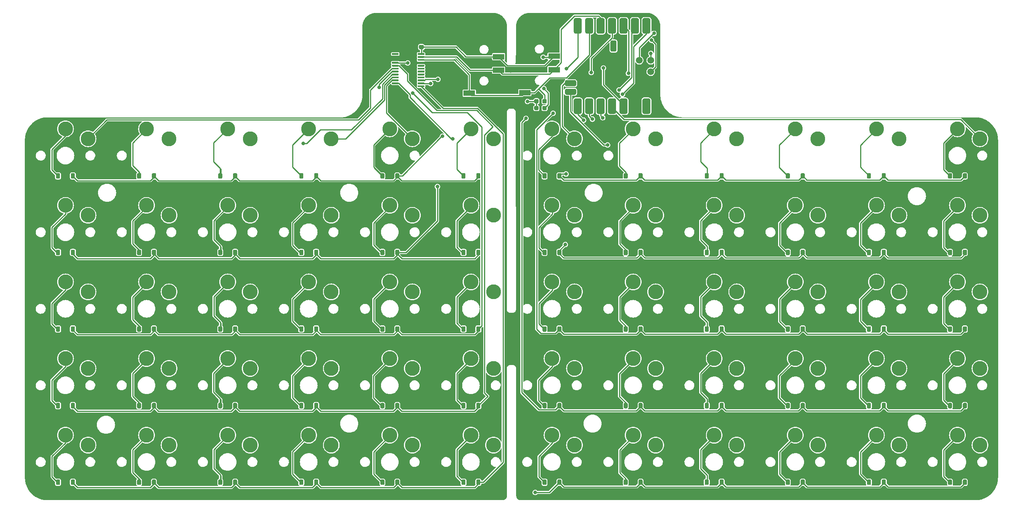
<source format=gtl>
G04 #@! TF.GenerationSoftware,KiCad,Pcbnew,7.0.9-7.0.9~ubuntu22.04.1*
G04 #@! TF.CreationDate,2023-12-21T23:36:55+01:00*
G04 #@! TF.ProjectId,basic60,62617369-6336-4302-9e6b-696361645f70,0.1*
G04 #@! TF.SameCoordinates,Original*
G04 #@! TF.FileFunction,Copper,L1,Top*
G04 #@! TF.FilePolarity,Positive*
%FSLAX46Y46*%
G04 Gerber Fmt 4.6, Leading zero omitted, Abs format (unit mm)*
G04 Created by KiCad (PCBNEW 7.0.9-7.0.9~ubuntu22.04.1) date 2023-12-21 23:36:55*
%MOMM*%
%LPD*%
G01*
G04 APERTURE LIST*
G04 #@! TA.AperFunction,SMDPad,CuDef*
%ADD10R,2.500000X1.200000*%
G04 #@! TD*
G04 #@! TA.AperFunction,SMDPad,CuDef*
%ADD11C,1.500000*%
G04 #@! TD*
G04 #@! TA.AperFunction,ComponentPad*
%ADD12C,3.300000*%
G04 #@! TD*
G04 #@! TA.AperFunction,ViaPad*
%ADD13C,0.800000*%
G04 #@! TD*
G04 #@! TA.AperFunction,Conductor*
%ADD14C,0.250000*%
G04 #@! TD*
G04 #@! TA.AperFunction,Conductor*
%ADD15C,0.400000*%
G04 #@! TD*
G04 APERTURE END LIST*
G04 #@! TA.AperFunction,SMDPad,CuDef*
G36*
G01*
X143350000Y-113689466D02*
X143350000Y-114439466D01*
G75*
G02*
X143125000Y-114664466I-225000J0D01*
G01*
X142675000Y-114664466D01*
G75*
G02*
X142450000Y-114439466I0J225000D01*
G01*
X142450000Y-113689466D01*
G75*
G02*
X142675000Y-113464466I225000J0D01*
G01*
X143125000Y-113464466D01*
G75*
G02*
X143350000Y-113689466I0J-225000D01*
G01*
G37*
G04 #@! TD.AperFunction*
G04 #@! TA.AperFunction,SMDPad,CuDef*
G36*
G01*
X140050000Y-113689466D02*
X140050000Y-114439466D01*
G75*
G02*
X139825000Y-114664466I-225000J0D01*
G01*
X139375000Y-114664466D01*
G75*
G02*
X139150000Y-114439466I0J225000D01*
G01*
X139150000Y-113689466D01*
G75*
G02*
X139375000Y-113464466I225000J0D01*
G01*
X139825000Y-113464466D01*
G75*
G02*
X140050000Y-113689466I0J-225000D01*
G01*
G37*
G04 #@! TD.AperFunction*
G04 #@! TA.AperFunction,SMDPad,CuDef*
G36*
G01*
X107350000Y-113689466D02*
X107350000Y-114439466D01*
G75*
G02*
X107125000Y-114664466I-225000J0D01*
G01*
X106675000Y-114664466D01*
G75*
G02*
X106450000Y-114439466I0J225000D01*
G01*
X106450000Y-113689466D01*
G75*
G02*
X106675000Y-113464466I225000J0D01*
G01*
X107125000Y-113464466D01*
G75*
G02*
X107350000Y-113689466I0J-225000D01*
G01*
G37*
G04 #@! TD.AperFunction*
G04 #@! TA.AperFunction,SMDPad,CuDef*
G36*
G01*
X104050000Y-113689466D02*
X104050000Y-114439466D01*
G75*
G02*
X103825000Y-114664466I-225000J0D01*
G01*
X103375000Y-114664466D01*
G75*
G02*
X103150000Y-114439466I0J225000D01*
G01*
X103150000Y-113689466D01*
G75*
G02*
X103375000Y-113464466I225000J0D01*
G01*
X103825000Y-113464466D01*
G75*
G02*
X104050000Y-113689466I0J-225000D01*
G01*
G37*
G04 #@! TD.AperFunction*
G04 #@! TA.AperFunction,SMDPad,CuDef*
G36*
G01*
X89350000Y-113689466D02*
X89350000Y-114439466D01*
G75*
G02*
X89125000Y-114664466I-225000J0D01*
G01*
X88675000Y-114664466D01*
G75*
G02*
X88450000Y-114439466I0J225000D01*
G01*
X88450000Y-113689466D01*
G75*
G02*
X88675000Y-113464466I225000J0D01*
G01*
X89125000Y-113464466D01*
G75*
G02*
X89350000Y-113689466I0J-225000D01*
G01*
G37*
G04 #@! TD.AperFunction*
G04 #@! TA.AperFunction,SMDPad,CuDef*
G36*
G01*
X86050000Y-113689466D02*
X86050000Y-114439466D01*
G75*
G02*
X85825000Y-114664466I-225000J0D01*
G01*
X85375000Y-114664466D01*
G75*
G02*
X85150000Y-114439466I0J225000D01*
G01*
X85150000Y-113689466D01*
G75*
G02*
X85375000Y-113464466I225000J0D01*
G01*
X85825000Y-113464466D01*
G75*
G02*
X86050000Y-113689466I0J-225000D01*
G01*
G37*
G04 #@! TD.AperFunction*
G04 #@! TA.AperFunction,SMDPad,CuDef*
G36*
G01*
X71350000Y-113689466D02*
X71350000Y-114439466D01*
G75*
G02*
X71125000Y-114664466I-225000J0D01*
G01*
X70675000Y-114664466D01*
G75*
G02*
X70450000Y-114439466I0J225000D01*
G01*
X70450000Y-113689466D01*
G75*
G02*
X70675000Y-113464466I225000J0D01*
G01*
X71125000Y-113464466D01*
G75*
G02*
X71350000Y-113689466I0J-225000D01*
G01*
G37*
G04 #@! TD.AperFunction*
G04 #@! TA.AperFunction,SMDPad,CuDef*
G36*
G01*
X68050000Y-113689466D02*
X68050000Y-114439466D01*
G75*
G02*
X67825000Y-114664466I-225000J0D01*
G01*
X67375000Y-114664466D01*
G75*
G02*
X67150000Y-114439466I0J225000D01*
G01*
X67150000Y-113689466D01*
G75*
G02*
X67375000Y-113464466I225000J0D01*
G01*
X67825000Y-113464466D01*
G75*
G02*
X68050000Y-113689466I0J-225000D01*
G01*
G37*
G04 #@! TD.AperFunction*
G04 #@! TA.AperFunction,SMDPad,CuDef*
G36*
G01*
X53350000Y-113689466D02*
X53350000Y-114439466D01*
G75*
G02*
X53125000Y-114664466I-225000J0D01*
G01*
X52675000Y-114664466D01*
G75*
G02*
X52450000Y-114439466I0J225000D01*
G01*
X52450000Y-113689466D01*
G75*
G02*
X52675000Y-113464466I225000J0D01*
G01*
X53125000Y-113464466D01*
G75*
G02*
X53350000Y-113689466I0J-225000D01*
G01*
G37*
G04 #@! TD.AperFunction*
G04 #@! TA.AperFunction,SMDPad,CuDef*
G36*
G01*
X50050000Y-113689466D02*
X50050000Y-114439466D01*
G75*
G02*
X49825000Y-114664466I-225000J0D01*
G01*
X49375000Y-114664466D01*
G75*
G02*
X49150000Y-114439466I0J225000D01*
G01*
X49150000Y-113689466D01*
G75*
G02*
X49375000Y-113464466I225000J0D01*
G01*
X49825000Y-113464466D01*
G75*
G02*
X50050000Y-113689466I0J-225000D01*
G01*
G37*
G04 #@! TD.AperFunction*
G04 #@! TA.AperFunction,SMDPad,CuDef*
G36*
G01*
X251350000Y-96689466D02*
X251350000Y-97439466D01*
G75*
G02*
X251125000Y-97664466I-225000J0D01*
G01*
X250675000Y-97664466D01*
G75*
G02*
X250450000Y-97439466I0J225000D01*
G01*
X250450000Y-96689466D01*
G75*
G02*
X250675000Y-96464466I225000J0D01*
G01*
X251125000Y-96464466D01*
G75*
G02*
X251350000Y-96689466I0J-225000D01*
G01*
G37*
G04 #@! TD.AperFunction*
G04 #@! TA.AperFunction,SMDPad,CuDef*
G36*
G01*
X248050000Y-96689466D02*
X248050000Y-97439466D01*
G75*
G02*
X247825000Y-97664466I-225000J0D01*
G01*
X247375000Y-97664466D01*
G75*
G02*
X247150000Y-97439466I0J225000D01*
G01*
X247150000Y-96689466D01*
G75*
G02*
X247375000Y-96464466I225000J0D01*
G01*
X247825000Y-96464466D01*
G75*
G02*
X248050000Y-96689466I0J-225000D01*
G01*
G37*
G04 #@! TD.AperFunction*
G04 #@! TA.AperFunction,SMDPad,CuDef*
G36*
G01*
X233350000Y-96689466D02*
X233350000Y-97439466D01*
G75*
G02*
X233125000Y-97664466I-225000J0D01*
G01*
X232675000Y-97664466D01*
G75*
G02*
X232450000Y-97439466I0J225000D01*
G01*
X232450000Y-96689466D01*
G75*
G02*
X232675000Y-96464466I225000J0D01*
G01*
X233125000Y-96464466D01*
G75*
G02*
X233350000Y-96689466I0J-225000D01*
G01*
G37*
G04 #@! TD.AperFunction*
G04 #@! TA.AperFunction,SMDPad,CuDef*
G36*
G01*
X230050000Y-96689466D02*
X230050000Y-97439466D01*
G75*
G02*
X229825000Y-97664466I-225000J0D01*
G01*
X229375000Y-97664466D01*
G75*
G02*
X229150000Y-97439466I0J225000D01*
G01*
X229150000Y-96689466D01*
G75*
G02*
X229375000Y-96464466I225000J0D01*
G01*
X229825000Y-96464466D01*
G75*
G02*
X230050000Y-96689466I0J-225000D01*
G01*
G37*
G04 #@! TD.AperFunction*
G04 #@! TA.AperFunction,SMDPad,CuDef*
G36*
G01*
X215350000Y-96689466D02*
X215350000Y-97439466D01*
G75*
G02*
X215125000Y-97664466I-225000J0D01*
G01*
X214675000Y-97664466D01*
G75*
G02*
X214450000Y-97439466I0J225000D01*
G01*
X214450000Y-96689466D01*
G75*
G02*
X214675000Y-96464466I225000J0D01*
G01*
X215125000Y-96464466D01*
G75*
G02*
X215350000Y-96689466I0J-225000D01*
G01*
G37*
G04 #@! TD.AperFunction*
G04 #@! TA.AperFunction,SMDPad,CuDef*
G36*
G01*
X212050000Y-96689466D02*
X212050000Y-97439466D01*
G75*
G02*
X211825000Y-97664466I-225000J0D01*
G01*
X211375000Y-97664466D01*
G75*
G02*
X211150000Y-97439466I0J225000D01*
G01*
X211150000Y-96689466D01*
G75*
G02*
X211375000Y-96464466I225000J0D01*
G01*
X211825000Y-96464466D01*
G75*
G02*
X212050000Y-96689466I0J-225000D01*
G01*
G37*
G04 #@! TD.AperFunction*
G04 #@! TA.AperFunction,SMDPad,CuDef*
G36*
G01*
X197350000Y-96689466D02*
X197350000Y-97439466D01*
G75*
G02*
X197125000Y-97664466I-225000J0D01*
G01*
X196675000Y-97664466D01*
G75*
G02*
X196450000Y-97439466I0J225000D01*
G01*
X196450000Y-96689466D01*
G75*
G02*
X196675000Y-96464466I225000J0D01*
G01*
X197125000Y-96464466D01*
G75*
G02*
X197350000Y-96689466I0J-225000D01*
G01*
G37*
G04 #@! TD.AperFunction*
G04 #@! TA.AperFunction,SMDPad,CuDef*
G36*
G01*
X194050000Y-96689466D02*
X194050000Y-97439466D01*
G75*
G02*
X193825000Y-97664466I-225000J0D01*
G01*
X193375000Y-97664466D01*
G75*
G02*
X193150000Y-97439466I0J225000D01*
G01*
X193150000Y-96689466D01*
G75*
G02*
X193375000Y-96464466I225000J0D01*
G01*
X193825000Y-96464466D01*
G75*
G02*
X194050000Y-96689466I0J-225000D01*
G01*
G37*
G04 #@! TD.AperFunction*
G04 #@! TA.AperFunction,SMDPad,CuDef*
G36*
G01*
X179350000Y-96689466D02*
X179350000Y-97439466D01*
G75*
G02*
X179125000Y-97664466I-225000J0D01*
G01*
X178675000Y-97664466D01*
G75*
G02*
X178450000Y-97439466I0J225000D01*
G01*
X178450000Y-96689466D01*
G75*
G02*
X178675000Y-96464466I225000J0D01*
G01*
X179125000Y-96464466D01*
G75*
G02*
X179350000Y-96689466I0J-225000D01*
G01*
G37*
G04 #@! TD.AperFunction*
G04 #@! TA.AperFunction,SMDPad,CuDef*
G36*
G01*
X176050000Y-96689466D02*
X176050000Y-97439466D01*
G75*
G02*
X175825000Y-97664466I-225000J0D01*
G01*
X175375000Y-97664466D01*
G75*
G02*
X175150000Y-97439466I0J225000D01*
G01*
X175150000Y-96689466D01*
G75*
G02*
X175375000Y-96464466I225000J0D01*
G01*
X175825000Y-96464466D01*
G75*
G02*
X176050000Y-96689466I0J-225000D01*
G01*
G37*
G04 #@! TD.AperFunction*
G04 #@! TA.AperFunction,SMDPad,CuDef*
G36*
G01*
X161350000Y-96689466D02*
X161350000Y-97439466D01*
G75*
G02*
X161125000Y-97664466I-225000J0D01*
G01*
X160675000Y-97664466D01*
G75*
G02*
X160450000Y-97439466I0J225000D01*
G01*
X160450000Y-96689466D01*
G75*
G02*
X160675000Y-96464466I225000J0D01*
G01*
X161125000Y-96464466D01*
G75*
G02*
X161350000Y-96689466I0J-225000D01*
G01*
G37*
G04 #@! TD.AperFunction*
G04 #@! TA.AperFunction,SMDPad,CuDef*
G36*
G01*
X158050000Y-96689466D02*
X158050000Y-97439466D01*
G75*
G02*
X157825000Y-97664466I-225000J0D01*
G01*
X157375000Y-97664466D01*
G75*
G02*
X157150000Y-97439466I0J225000D01*
G01*
X157150000Y-96689466D01*
G75*
G02*
X157375000Y-96464466I225000J0D01*
G01*
X157825000Y-96464466D01*
G75*
G02*
X158050000Y-96689466I0J-225000D01*
G01*
G37*
G04 #@! TD.AperFunction*
G04 #@! TA.AperFunction,SMDPad,CuDef*
G36*
G01*
X143350000Y-96689466D02*
X143350000Y-97439466D01*
G75*
G02*
X143125000Y-97664466I-225000J0D01*
G01*
X142675000Y-97664466D01*
G75*
G02*
X142450000Y-97439466I0J225000D01*
G01*
X142450000Y-96689466D01*
G75*
G02*
X142675000Y-96464466I225000J0D01*
G01*
X143125000Y-96464466D01*
G75*
G02*
X143350000Y-96689466I0J-225000D01*
G01*
G37*
G04 #@! TD.AperFunction*
G04 #@! TA.AperFunction,SMDPad,CuDef*
G36*
G01*
X140050000Y-96689466D02*
X140050000Y-97439466D01*
G75*
G02*
X139825000Y-97664466I-225000J0D01*
G01*
X139375000Y-97664466D01*
G75*
G02*
X139150000Y-97439466I0J225000D01*
G01*
X139150000Y-96689466D01*
G75*
G02*
X139375000Y-96464466I225000J0D01*
G01*
X139825000Y-96464466D01*
G75*
G02*
X140050000Y-96689466I0J-225000D01*
G01*
G37*
G04 #@! TD.AperFunction*
G04 #@! TA.AperFunction,SMDPad,CuDef*
G36*
G01*
X125350000Y-96689466D02*
X125350000Y-97439466D01*
G75*
G02*
X125125000Y-97664466I-225000J0D01*
G01*
X124675000Y-97664466D01*
G75*
G02*
X124450000Y-97439466I0J225000D01*
G01*
X124450000Y-96689466D01*
G75*
G02*
X124675000Y-96464466I225000J0D01*
G01*
X125125000Y-96464466D01*
G75*
G02*
X125350000Y-96689466I0J-225000D01*
G01*
G37*
G04 #@! TD.AperFunction*
G04 #@! TA.AperFunction,SMDPad,CuDef*
G36*
G01*
X122050000Y-96689466D02*
X122050000Y-97439466D01*
G75*
G02*
X121825000Y-97664466I-225000J0D01*
G01*
X121375000Y-97664466D01*
G75*
G02*
X121150000Y-97439466I0J225000D01*
G01*
X121150000Y-96689466D01*
G75*
G02*
X121375000Y-96464466I225000J0D01*
G01*
X121825000Y-96464466D01*
G75*
G02*
X122050000Y-96689466I0J-225000D01*
G01*
G37*
G04 #@! TD.AperFunction*
G04 #@! TA.AperFunction,SMDPad,CuDef*
G36*
G01*
X107350000Y-96689466D02*
X107350000Y-97439466D01*
G75*
G02*
X107125000Y-97664466I-225000J0D01*
G01*
X106675000Y-97664466D01*
G75*
G02*
X106450000Y-97439466I0J225000D01*
G01*
X106450000Y-96689466D01*
G75*
G02*
X106675000Y-96464466I225000J0D01*
G01*
X107125000Y-96464466D01*
G75*
G02*
X107350000Y-96689466I0J-225000D01*
G01*
G37*
G04 #@! TD.AperFunction*
G04 #@! TA.AperFunction,SMDPad,CuDef*
G36*
G01*
X104050000Y-96689466D02*
X104050000Y-97439466D01*
G75*
G02*
X103825000Y-97664466I-225000J0D01*
G01*
X103375000Y-97664466D01*
G75*
G02*
X103150000Y-97439466I0J225000D01*
G01*
X103150000Y-96689466D01*
G75*
G02*
X103375000Y-96464466I225000J0D01*
G01*
X103825000Y-96464466D01*
G75*
G02*
X104050000Y-96689466I0J-225000D01*
G01*
G37*
G04 #@! TD.AperFunction*
G04 #@! TA.AperFunction,SMDPad,CuDef*
G36*
G01*
X89350000Y-96689466D02*
X89350000Y-97439466D01*
G75*
G02*
X89125000Y-97664466I-225000J0D01*
G01*
X88675000Y-97664466D01*
G75*
G02*
X88450000Y-97439466I0J225000D01*
G01*
X88450000Y-96689466D01*
G75*
G02*
X88675000Y-96464466I225000J0D01*
G01*
X89125000Y-96464466D01*
G75*
G02*
X89350000Y-96689466I0J-225000D01*
G01*
G37*
G04 #@! TD.AperFunction*
G04 #@! TA.AperFunction,SMDPad,CuDef*
G36*
G01*
X86050000Y-96689466D02*
X86050000Y-97439466D01*
G75*
G02*
X85825000Y-97664466I-225000J0D01*
G01*
X85375000Y-97664466D01*
G75*
G02*
X85150000Y-97439466I0J225000D01*
G01*
X85150000Y-96689466D01*
G75*
G02*
X85375000Y-96464466I225000J0D01*
G01*
X85825000Y-96464466D01*
G75*
G02*
X86050000Y-96689466I0J-225000D01*
G01*
G37*
G04 #@! TD.AperFunction*
G04 #@! TA.AperFunction,SMDPad,CuDef*
G36*
G01*
X71350000Y-96689466D02*
X71350000Y-97439466D01*
G75*
G02*
X71125000Y-97664466I-225000J0D01*
G01*
X70675000Y-97664466D01*
G75*
G02*
X70450000Y-97439466I0J225000D01*
G01*
X70450000Y-96689466D01*
G75*
G02*
X70675000Y-96464466I225000J0D01*
G01*
X71125000Y-96464466D01*
G75*
G02*
X71350000Y-96689466I0J-225000D01*
G01*
G37*
G04 #@! TD.AperFunction*
G04 #@! TA.AperFunction,SMDPad,CuDef*
G36*
G01*
X68050000Y-96689466D02*
X68050000Y-97439466D01*
G75*
G02*
X67825000Y-97664466I-225000J0D01*
G01*
X67375000Y-97664466D01*
G75*
G02*
X67150000Y-97439466I0J225000D01*
G01*
X67150000Y-96689466D01*
G75*
G02*
X67375000Y-96464466I225000J0D01*
G01*
X67825000Y-96464466D01*
G75*
G02*
X68050000Y-96689466I0J-225000D01*
G01*
G37*
G04 #@! TD.AperFunction*
G04 #@! TA.AperFunction,SMDPad,CuDef*
G36*
G01*
X53350000Y-96689466D02*
X53350000Y-97439466D01*
G75*
G02*
X53125000Y-97664466I-225000J0D01*
G01*
X52675000Y-97664466D01*
G75*
G02*
X52450000Y-97439466I0J225000D01*
G01*
X52450000Y-96689466D01*
G75*
G02*
X52675000Y-96464466I225000J0D01*
G01*
X53125000Y-96464466D01*
G75*
G02*
X53350000Y-96689466I0J-225000D01*
G01*
G37*
G04 #@! TD.AperFunction*
G04 #@! TA.AperFunction,SMDPad,CuDef*
G36*
G01*
X50050000Y-96689466D02*
X50050000Y-97439466D01*
G75*
G02*
X49825000Y-97664466I-225000J0D01*
G01*
X49375000Y-97664466D01*
G75*
G02*
X49150000Y-97439466I0J225000D01*
G01*
X49150000Y-96689466D01*
G75*
G02*
X49375000Y-96464466I225000J0D01*
G01*
X49825000Y-96464466D01*
G75*
G02*
X50050000Y-96689466I0J-225000D01*
G01*
G37*
G04 #@! TD.AperFunction*
G04 #@! TA.AperFunction,SMDPad,CuDef*
G36*
G01*
X251350000Y-79689466D02*
X251350000Y-80439466D01*
G75*
G02*
X251125000Y-80664466I-225000J0D01*
G01*
X250675000Y-80664466D01*
G75*
G02*
X250450000Y-80439466I0J225000D01*
G01*
X250450000Y-79689466D01*
G75*
G02*
X250675000Y-79464466I225000J0D01*
G01*
X251125000Y-79464466D01*
G75*
G02*
X251350000Y-79689466I0J-225000D01*
G01*
G37*
G04 #@! TD.AperFunction*
G04 #@! TA.AperFunction,SMDPad,CuDef*
G36*
G01*
X248050000Y-79689466D02*
X248050000Y-80439466D01*
G75*
G02*
X247825000Y-80664466I-225000J0D01*
G01*
X247375000Y-80664466D01*
G75*
G02*
X247150000Y-80439466I0J225000D01*
G01*
X247150000Y-79689466D01*
G75*
G02*
X247375000Y-79464466I225000J0D01*
G01*
X247825000Y-79464466D01*
G75*
G02*
X248050000Y-79689466I0J-225000D01*
G01*
G37*
G04 #@! TD.AperFunction*
G04 #@! TA.AperFunction,SMDPad,CuDef*
G36*
G01*
X233350000Y-79689466D02*
X233350000Y-80439466D01*
G75*
G02*
X233125000Y-80664466I-225000J0D01*
G01*
X232675000Y-80664466D01*
G75*
G02*
X232450000Y-80439466I0J225000D01*
G01*
X232450000Y-79689466D01*
G75*
G02*
X232675000Y-79464466I225000J0D01*
G01*
X233125000Y-79464466D01*
G75*
G02*
X233350000Y-79689466I0J-225000D01*
G01*
G37*
G04 #@! TD.AperFunction*
G04 #@! TA.AperFunction,SMDPad,CuDef*
G36*
G01*
X230050000Y-79689466D02*
X230050000Y-80439466D01*
G75*
G02*
X229825000Y-80664466I-225000J0D01*
G01*
X229375000Y-80664466D01*
G75*
G02*
X229150000Y-80439466I0J225000D01*
G01*
X229150000Y-79689466D01*
G75*
G02*
X229375000Y-79464466I225000J0D01*
G01*
X229825000Y-79464466D01*
G75*
G02*
X230050000Y-79689466I0J-225000D01*
G01*
G37*
G04 #@! TD.AperFunction*
G04 #@! TA.AperFunction,SMDPad,CuDef*
G36*
G01*
X215350000Y-79689466D02*
X215350000Y-80439466D01*
G75*
G02*
X215125000Y-80664466I-225000J0D01*
G01*
X214675000Y-80664466D01*
G75*
G02*
X214450000Y-80439466I0J225000D01*
G01*
X214450000Y-79689466D01*
G75*
G02*
X214675000Y-79464466I225000J0D01*
G01*
X215125000Y-79464466D01*
G75*
G02*
X215350000Y-79689466I0J-225000D01*
G01*
G37*
G04 #@! TD.AperFunction*
G04 #@! TA.AperFunction,SMDPad,CuDef*
G36*
G01*
X212050000Y-79689466D02*
X212050000Y-80439466D01*
G75*
G02*
X211825000Y-80664466I-225000J0D01*
G01*
X211375000Y-80664466D01*
G75*
G02*
X211150000Y-80439466I0J225000D01*
G01*
X211150000Y-79689466D01*
G75*
G02*
X211375000Y-79464466I225000J0D01*
G01*
X211825000Y-79464466D01*
G75*
G02*
X212050000Y-79689466I0J-225000D01*
G01*
G37*
G04 #@! TD.AperFunction*
G04 #@! TA.AperFunction,SMDPad,CuDef*
G36*
G01*
X197350000Y-79689466D02*
X197350000Y-80439466D01*
G75*
G02*
X197125000Y-80664466I-225000J0D01*
G01*
X196675000Y-80664466D01*
G75*
G02*
X196450000Y-80439466I0J225000D01*
G01*
X196450000Y-79689466D01*
G75*
G02*
X196675000Y-79464466I225000J0D01*
G01*
X197125000Y-79464466D01*
G75*
G02*
X197350000Y-79689466I0J-225000D01*
G01*
G37*
G04 #@! TD.AperFunction*
G04 #@! TA.AperFunction,SMDPad,CuDef*
G36*
G01*
X194050000Y-79689466D02*
X194050000Y-80439466D01*
G75*
G02*
X193825000Y-80664466I-225000J0D01*
G01*
X193375000Y-80664466D01*
G75*
G02*
X193150000Y-80439466I0J225000D01*
G01*
X193150000Y-79689466D01*
G75*
G02*
X193375000Y-79464466I225000J0D01*
G01*
X193825000Y-79464466D01*
G75*
G02*
X194050000Y-79689466I0J-225000D01*
G01*
G37*
G04 #@! TD.AperFunction*
G04 #@! TA.AperFunction,SMDPad,CuDef*
G36*
G01*
X179350000Y-79689466D02*
X179350000Y-80439466D01*
G75*
G02*
X179125000Y-80664466I-225000J0D01*
G01*
X178675000Y-80664466D01*
G75*
G02*
X178450000Y-80439466I0J225000D01*
G01*
X178450000Y-79689466D01*
G75*
G02*
X178675000Y-79464466I225000J0D01*
G01*
X179125000Y-79464466D01*
G75*
G02*
X179350000Y-79689466I0J-225000D01*
G01*
G37*
G04 #@! TD.AperFunction*
G04 #@! TA.AperFunction,SMDPad,CuDef*
G36*
G01*
X176050000Y-79689466D02*
X176050000Y-80439466D01*
G75*
G02*
X175825000Y-80664466I-225000J0D01*
G01*
X175375000Y-80664466D01*
G75*
G02*
X175150000Y-80439466I0J225000D01*
G01*
X175150000Y-79689466D01*
G75*
G02*
X175375000Y-79464466I225000J0D01*
G01*
X175825000Y-79464466D01*
G75*
G02*
X176050000Y-79689466I0J-225000D01*
G01*
G37*
G04 #@! TD.AperFunction*
G04 #@! TA.AperFunction,SMDPad,CuDef*
G36*
G01*
X161350000Y-79689466D02*
X161350000Y-80439466D01*
G75*
G02*
X161125000Y-80664466I-225000J0D01*
G01*
X160675000Y-80664466D01*
G75*
G02*
X160450000Y-80439466I0J225000D01*
G01*
X160450000Y-79689466D01*
G75*
G02*
X160675000Y-79464466I225000J0D01*
G01*
X161125000Y-79464466D01*
G75*
G02*
X161350000Y-79689466I0J-225000D01*
G01*
G37*
G04 #@! TD.AperFunction*
G04 #@! TA.AperFunction,SMDPad,CuDef*
G36*
G01*
X158050000Y-79689466D02*
X158050000Y-80439466D01*
G75*
G02*
X157825000Y-80664466I-225000J0D01*
G01*
X157375000Y-80664466D01*
G75*
G02*
X157150000Y-80439466I0J225000D01*
G01*
X157150000Y-79689466D01*
G75*
G02*
X157375000Y-79464466I225000J0D01*
G01*
X157825000Y-79464466D01*
G75*
G02*
X158050000Y-79689466I0J-225000D01*
G01*
G37*
G04 #@! TD.AperFunction*
G04 #@! TA.AperFunction,SMDPad,CuDef*
G36*
G01*
X143350000Y-79689466D02*
X143350000Y-80439466D01*
G75*
G02*
X143125000Y-80664466I-225000J0D01*
G01*
X142675000Y-80664466D01*
G75*
G02*
X142450000Y-80439466I0J225000D01*
G01*
X142450000Y-79689466D01*
G75*
G02*
X142675000Y-79464466I225000J0D01*
G01*
X143125000Y-79464466D01*
G75*
G02*
X143350000Y-79689466I0J-225000D01*
G01*
G37*
G04 #@! TD.AperFunction*
G04 #@! TA.AperFunction,SMDPad,CuDef*
G36*
G01*
X140050000Y-79689466D02*
X140050000Y-80439466D01*
G75*
G02*
X139825000Y-80664466I-225000J0D01*
G01*
X139375000Y-80664466D01*
G75*
G02*
X139150000Y-80439466I0J225000D01*
G01*
X139150000Y-79689466D01*
G75*
G02*
X139375000Y-79464466I225000J0D01*
G01*
X139825000Y-79464466D01*
G75*
G02*
X140050000Y-79689466I0J-225000D01*
G01*
G37*
G04 #@! TD.AperFunction*
G04 #@! TA.AperFunction,SMDPad,CuDef*
G36*
G01*
X125350000Y-79689466D02*
X125350000Y-80439466D01*
G75*
G02*
X125125000Y-80664466I-225000J0D01*
G01*
X124675000Y-80664466D01*
G75*
G02*
X124450000Y-80439466I0J225000D01*
G01*
X124450000Y-79689466D01*
G75*
G02*
X124675000Y-79464466I225000J0D01*
G01*
X125125000Y-79464466D01*
G75*
G02*
X125350000Y-79689466I0J-225000D01*
G01*
G37*
G04 #@! TD.AperFunction*
G04 #@! TA.AperFunction,SMDPad,CuDef*
G36*
G01*
X122050000Y-79689466D02*
X122050000Y-80439466D01*
G75*
G02*
X121825000Y-80664466I-225000J0D01*
G01*
X121375000Y-80664466D01*
G75*
G02*
X121150000Y-80439466I0J225000D01*
G01*
X121150000Y-79689466D01*
G75*
G02*
X121375000Y-79464466I225000J0D01*
G01*
X121825000Y-79464466D01*
G75*
G02*
X122050000Y-79689466I0J-225000D01*
G01*
G37*
G04 #@! TD.AperFunction*
G04 #@! TA.AperFunction,SMDPad,CuDef*
G36*
G01*
X107350000Y-79689466D02*
X107350000Y-80439466D01*
G75*
G02*
X107125000Y-80664466I-225000J0D01*
G01*
X106675000Y-80664466D01*
G75*
G02*
X106450000Y-80439466I0J225000D01*
G01*
X106450000Y-79689466D01*
G75*
G02*
X106675000Y-79464466I225000J0D01*
G01*
X107125000Y-79464466D01*
G75*
G02*
X107350000Y-79689466I0J-225000D01*
G01*
G37*
G04 #@! TD.AperFunction*
G04 #@! TA.AperFunction,SMDPad,CuDef*
G36*
G01*
X104050000Y-79689466D02*
X104050000Y-80439466D01*
G75*
G02*
X103825000Y-80664466I-225000J0D01*
G01*
X103375000Y-80664466D01*
G75*
G02*
X103150000Y-80439466I0J225000D01*
G01*
X103150000Y-79689466D01*
G75*
G02*
X103375000Y-79464466I225000J0D01*
G01*
X103825000Y-79464466D01*
G75*
G02*
X104050000Y-79689466I0J-225000D01*
G01*
G37*
G04 #@! TD.AperFunction*
G04 #@! TA.AperFunction,SMDPad,CuDef*
G36*
G01*
X89350000Y-79689466D02*
X89350000Y-80439466D01*
G75*
G02*
X89125000Y-80664466I-225000J0D01*
G01*
X88675000Y-80664466D01*
G75*
G02*
X88450000Y-80439466I0J225000D01*
G01*
X88450000Y-79689466D01*
G75*
G02*
X88675000Y-79464466I225000J0D01*
G01*
X89125000Y-79464466D01*
G75*
G02*
X89350000Y-79689466I0J-225000D01*
G01*
G37*
G04 #@! TD.AperFunction*
G04 #@! TA.AperFunction,SMDPad,CuDef*
G36*
G01*
X86050000Y-79689466D02*
X86050000Y-80439466D01*
G75*
G02*
X85825000Y-80664466I-225000J0D01*
G01*
X85375000Y-80664466D01*
G75*
G02*
X85150000Y-80439466I0J225000D01*
G01*
X85150000Y-79689466D01*
G75*
G02*
X85375000Y-79464466I225000J0D01*
G01*
X85825000Y-79464466D01*
G75*
G02*
X86050000Y-79689466I0J-225000D01*
G01*
G37*
G04 #@! TD.AperFunction*
G04 #@! TA.AperFunction,SMDPad,CuDef*
G36*
G01*
X71350000Y-79689466D02*
X71350000Y-80439466D01*
G75*
G02*
X71125000Y-80664466I-225000J0D01*
G01*
X70675000Y-80664466D01*
G75*
G02*
X70450000Y-80439466I0J225000D01*
G01*
X70450000Y-79689466D01*
G75*
G02*
X70675000Y-79464466I225000J0D01*
G01*
X71125000Y-79464466D01*
G75*
G02*
X71350000Y-79689466I0J-225000D01*
G01*
G37*
G04 #@! TD.AperFunction*
G04 #@! TA.AperFunction,SMDPad,CuDef*
G36*
G01*
X68050000Y-79689466D02*
X68050000Y-80439466D01*
G75*
G02*
X67825000Y-80664466I-225000J0D01*
G01*
X67375000Y-80664466D01*
G75*
G02*
X67150000Y-80439466I0J225000D01*
G01*
X67150000Y-79689466D01*
G75*
G02*
X67375000Y-79464466I225000J0D01*
G01*
X67825000Y-79464466D01*
G75*
G02*
X68050000Y-79689466I0J-225000D01*
G01*
G37*
G04 #@! TD.AperFunction*
G04 #@! TA.AperFunction,SMDPad,CuDef*
G36*
G01*
X53350000Y-79689466D02*
X53350000Y-80439466D01*
G75*
G02*
X53125000Y-80664466I-225000J0D01*
G01*
X52675000Y-80664466D01*
G75*
G02*
X52450000Y-80439466I0J225000D01*
G01*
X52450000Y-79689466D01*
G75*
G02*
X52675000Y-79464466I225000J0D01*
G01*
X53125000Y-79464466D01*
G75*
G02*
X53350000Y-79689466I0J-225000D01*
G01*
G37*
G04 #@! TD.AperFunction*
G04 #@! TA.AperFunction,SMDPad,CuDef*
G36*
G01*
X50050000Y-79689466D02*
X50050000Y-80439466D01*
G75*
G02*
X49825000Y-80664466I-225000J0D01*
G01*
X49375000Y-80664466D01*
G75*
G02*
X49150000Y-80439466I0J225000D01*
G01*
X49150000Y-79689466D01*
G75*
G02*
X49375000Y-79464466I225000J0D01*
G01*
X49825000Y-79464466D01*
G75*
G02*
X50050000Y-79689466I0J-225000D01*
G01*
G37*
G04 #@! TD.AperFunction*
G04 #@! TA.AperFunction,SMDPad,CuDef*
G36*
G01*
X197350000Y-130689466D02*
X197350000Y-131439466D01*
G75*
G02*
X197125000Y-131664466I-225000J0D01*
G01*
X196675000Y-131664466D01*
G75*
G02*
X196450000Y-131439466I0J225000D01*
G01*
X196450000Y-130689466D01*
G75*
G02*
X196675000Y-130464466I225000J0D01*
G01*
X197125000Y-130464466D01*
G75*
G02*
X197350000Y-130689466I0J-225000D01*
G01*
G37*
G04 #@! TD.AperFunction*
G04 #@! TA.AperFunction,SMDPad,CuDef*
G36*
G01*
X194050000Y-130689466D02*
X194050000Y-131439466D01*
G75*
G02*
X193825000Y-131664466I-225000J0D01*
G01*
X193375000Y-131664466D01*
G75*
G02*
X193150000Y-131439466I0J225000D01*
G01*
X193150000Y-130689466D01*
G75*
G02*
X193375000Y-130464466I225000J0D01*
G01*
X193825000Y-130464466D01*
G75*
G02*
X194050000Y-130689466I0J-225000D01*
G01*
G37*
G04 #@! TD.AperFunction*
G04 #@! TA.AperFunction,SMDPad,CuDef*
G36*
G01*
X179350000Y-130689466D02*
X179350000Y-131439466D01*
G75*
G02*
X179125000Y-131664466I-225000J0D01*
G01*
X178675000Y-131664466D01*
G75*
G02*
X178450000Y-131439466I0J225000D01*
G01*
X178450000Y-130689466D01*
G75*
G02*
X178675000Y-130464466I225000J0D01*
G01*
X179125000Y-130464466D01*
G75*
G02*
X179350000Y-130689466I0J-225000D01*
G01*
G37*
G04 #@! TD.AperFunction*
G04 #@! TA.AperFunction,SMDPad,CuDef*
G36*
G01*
X176050000Y-130689466D02*
X176050000Y-131439466D01*
G75*
G02*
X175825000Y-131664466I-225000J0D01*
G01*
X175375000Y-131664466D01*
G75*
G02*
X175150000Y-131439466I0J225000D01*
G01*
X175150000Y-130689466D01*
G75*
G02*
X175375000Y-130464466I225000J0D01*
G01*
X175825000Y-130464466D01*
G75*
G02*
X176050000Y-130689466I0J-225000D01*
G01*
G37*
G04 #@! TD.AperFunction*
G04 #@! TA.AperFunction,SMDPad,CuDef*
G36*
G01*
X161350000Y-130689466D02*
X161350000Y-131439466D01*
G75*
G02*
X161125000Y-131664466I-225000J0D01*
G01*
X160675000Y-131664466D01*
G75*
G02*
X160450000Y-131439466I0J225000D01*
G01*
X160450000Y-130689466D01*
G75*
G02*
X160675000Y-130464466I225000J0D01*
G01*
X161125000Y-130464466D01*
G75*
G02*
X161350000Y-130689466I0J-225000D01*
G01*
G37*
G04 #@! TD.AperFunction*
G04 #@! TA.AperFunction,SMDPad,CuDef*
G36*
G01*
X158050000Y-130689466D02*
X158050000Y-131439466D01*
G75*
G02*
X157825000Y-131664466I-225000J0D01*
G01*
X157375000Y-131664466D01*
G75*
G02*
X157150000Y-131439466I0J225000D01*
G01*
X157150000Y-130689466D01*
G75*
G02*
X157375000Y-130464466I225000J0D01*
G01*
X157825000Y-130464466D01*
G75*
G02*
X158050000Y-130689466I0J-225000D01*
G01*
G37*
G04 #@! TD.AperFunction*
G04 #@! TA.AperFunction,SMDPad,CuDef*
G36*
G01*
X125350000Y-130689466D02*
X125350000Y-131439466D01*
G75*
G02*
X125125000Y-131664466I-225000J0D01*
G01*
X124675000Y-131664466D01*
G75*
G02*
X124450000Y-131439466I0J225000D01*
G01*
X124450000Y-130689466D01*
G75*
G02*
X124675000Y-130464466I225000J0D01*
G01*
X125125000Y-130464466D01*
G75*
G02*
X125350000Y-130689466I0J-225000D01*
G01*
G37*
G04 #@! TD.AperFunction*
G04 #@! TA.AperFunction,SMDPad,CuDef*
G36*
G01*
X122050000Y-130689466D02*
X122050000Y-131439466D01*
G75*
G02*
X121825000Y-131664466I-225000J0D01*
G01*
X121375000Y-131664466D01*
G75*
G02*
X121150000Y-131439466I0J225000D01*
G01*
X121150000Y-130689466D01*
G75*
G02*
X121375000Y-130464466I225000J0D01*
G01*
X121825000Y-130464466D01*
G75*
G02*
X122050000Y-130689466I0J-225000D01*
G01*
G37*
G04 #@! TD.AperFunction*
G04 #@! TA.AperFunction,SMDPad,CuDef*
G36*
G01*
X107350000Y-130689466D02*
X107350000Y-131439466D01*
G75*
G02*
X107125000Y-131664466I-225000J0D01*
G01*
X106675000Y-131664466D01*
G75*
G02*
X106450000Y-131439466I0J225000D01*
G01*
X106450000Y-130689466D01*
G75*
G02*
X106675000Y-130464466I225000J0D01*
G01*
X107125000Y-130464466D01*
G75*
G02*
X107350000Y-130689466I0J-225000D01*
G01*
G37*
G04 #@! TD.AperFunction*
G04 #@! TA.AperFunction,SMDPad,CuDef*
G36*
G01*
X104050000Y-130689466D02*
X104050000Y-131439466D01*
G75*
G02*
X103825000Y-131664466I-225000J0D01*
G01*
X103375000Y-131664466D01*
G75*
G02*
X103150000Y-131439466I0J225000D01*
G01*
X103150000Y-130689466D01*
G75*
G02*
X103375000Y-130464466I225000J0D01*
G01*
X103825000Y-130464466D01*
G75*
G02*
X104050000Y-130689466I0J-225000D01*
G01*
G37*
G04 #@! TD.AperFunction*
G04 #@! TA.AperFunction,SMDPad,CuDef*
G36*
G01*
X251350000Y-113689466D02*
X251350000Y-114439466D01*
G75*
G02*
X251125000Y-114664466I-225000J0D01*
G01*
X250675000Y-114664466D01*
G75*
G02*
X250450000Y-114439466I0J225000D01*
G01*
X250450000Y-113689466D01*
G75*
G02*
X250675000Y-113464466I225000J0D01*
G01*
X251125000Y-113464466D01*
G75*
G02*
X251350000Y-113689466I0J-225000D01*
G01*
G37*
G04 #@! TD.AperFunction*
G04 #@! TA.AperFunction,SMDPad,CuDef*
G36*
G01*
X248050000Y-113689466D02*
X248050000Y-114439466D01*
G75*
G02*
X247825000Y-114664466I-225000J0D01*
G01*
X247375000Y-114664466D01*
G75*
G02*
X247150000Y-114439466I0J225000D01*
G01*
X247150000Y-113689466D01*
G75*
G02*
X247375000Y-113464466I225000J0D01*
G01*
X247825000Y-113464466D01*
G75*
G02*
X248050000Y-113689466I0J-225000D01*
G01*
G37*
G04 #@! TD.AperFunction*
G04 #@! TA.AperFunction,SMDPad,CuDef*
G36*
G01*
X233350000Y-113689466D02*
X233350000Y-114439466D01*
G75*
G02*
X233125000Y-114664466I-225000J0D01*
G01*
X232675000Y-114664466D01*
G75*
G02*
X232450000Y-114439466I0J225000D01*
G01*
X232450000Y-113689466D01*
G75*
G02*
X232675000Y-113464466I225000J0D01*
G01*
X233125000Y-113464466D01*
G75*
G02*
X233350000Y-113689466I0J-225000D01*
G01*
G37*
G04 #@! TD.AperFunction*
G04 #@! TA.AperFunction,SMDPad,CuDef*
G36*
G01*
X230050000Y-113689466D02*
X230050000Y-114439466D01*
G75*
G02*
X229825000Y-114664466I-225000J0D01*
G01*
X229375000Y-114664466D01*
G75*
G02*
X229150000Y-114439466I0J225000D01*
G01*
X229150000Y-113689466D01*
G75*
G02*
X229375000Y-113464466I225000J0D01*
G01*
X229825000Y-113464466D01*
G75*
G02*
X230050000Y-113689466I0J-225000D01*
G01*
G37*
G04 #@! TD.AperFunction*
G04 #@! TA.AperFunction,SMDPad,CuDef*
G36*
G01*
X215350000Y-113689466D02*
X215350000Y-114439466D01*
G75*
G02*
X215125000Y-114664466I-225000J0D01*
G01*
X214675000Y-114664466D01*
G75*
G02*
X214450000Y-114439466I0J225000D01*
G01*
X214450000Y-113689466D01*
G75*
G02*
X214675000Y-113464466I225000J0D01*
G01*
X215125000Y-113464466D01*
G75*
G02*
X215350000Y-113689466I0J-225000D01*
G01*
G37*
G04 #@! TD.AperFunction*
G04 #@! TA.AperFunction,SMDPad,CuDef*
G36*
G01*
X212050000Y-113689466D02*
X212050000Y-114439466D01*
G75*
G02*
X211825000Y-114664466I-225000J0D01*
G01*
X211375000Y-114664466D01*
G75*
G02*
X211150000Y-114439466I0J225000D01*
G01*
X211150000Y-113689466D01*
G75*
G02*
X211375000Y-113464466I225000J0D01*
G01*
X211825000Y-113464466D01*
G75*
G02*
X212050000Y-113689466I0J-225000D01*
G01*
G37*
G04 #@! TD.AperFunction*
G04 #@! TA.AperFunction,SMDPad,CuDef*
G36*
G01*
X197350000Y-113689466D02*
X197350000Y-114439466D01*
G75*
G02*
X197125000Y-114664466I-225000J0D01*
G01*
X196675000Y-114664466D01*
G75*
G02*
X196450000Y-114439466I0J225000D01*
G01*
X196450000Y-113689466D01*
G75*
G02*
X196675000Y-113464466I225000J0D01*
G01*
X197125000Y-113464466D01*
G75*
G02*
X197350000Y-113689466I0J-225000D01*
G01*
G37*
G04 #@! TD.AperFunction*
G04 #@! TA.AperFunction,SMDPad,CuDef*
G36*
G01*
X194050000Y-113689466D02*
X194050000Y-114439466D01*
G75*
G02*
X193825000Y-114664466I-225000J0D01*
G01*
X193375000Y-114664466D01*
G75*
G02*
X193150000Y-114439466I0J225000D01*
G01*
X193150000Y-113689466D01*
G75*
G02*
X193375000Y-113464466I225000J0D01*
G01*
X193825000Y-113464466D01*
G75*
G02*
X194050000Y-113689466I0J-225000D01*
G01*
G37*
G04 #@! TD.AperFunction*
G04 #@! TA.AperFunction,SMDPad,CuDef*
G36*
G01*
X179350000Y-113689466D02*
X179350000Y-114439466D01*
G75*
G02*
X179125000Y-114664466I-225000J0D01*
G01*
X178675000Y-114664466D01*
G75*
G02*
X178450000Y-114439466I0J225000D01*
G01*
X178450000Y-113689466D01*
G75*
G02*
X178675000Y-113464466I225000J0D01*
G01*
X179125000Y-113464466D01*
G75*
G02*
X179350000Y-113689466I0J-225000D01*
G01*
G37*
G04 #@! TD.AperFunction*
G04 #@! TA.AperFunction,SMDPad,CuDef*
G36*
G01*
X176050000Y-113689466D02*
X176050000Y-114439466D01*
G75*
G02*
X175825000Y-114664466I-225000J0D01*
G01*
X175375000Y-114664466D01*
G75*
G02*
X175150000Y-114439466I0J225000D01*
G01*
X175150000Y-113689466D01*
G75*
G02*
X175375000Y-113464466I225000J0D01*
G01*
X175825000Y-113464466D01*
G75*
G02*
X176050000Y-113689466I0J-225000D01*
G01*
G37*
G04 #@! TD.AperFunction*
G04 #@! TA.AperFunction,SMDPad,CuDef*
G36*
G01*
X161350000Y-113689466D02*
X161350000Y-114439466D01*
G75*
G02*
X161125000Y-114664466I-225000J0D01*
G01*
X160675000Y-114664466D01*
G75*
G02*
X160450000Y-114439466I0J225000D01*
G01*
X160450000Y-113689466D01*
G75*
G02*
X160675000Y-113464466I225000J0D01*
G01*
X161125000Y-113464466D01*
G75*
G02*
X161350000Y-113689466I0J-225000D01*
G01*
G37*
G04 #@! TD.AperFunction*
G04 #@! TA.AperFunction,SMDPad,CuDef*
G36*
G01*
X158050000Y-113689466D02*
X158050000Y-114439466D01*
G75*
G02*
X157825000Y-114664466I-225000J0D01*
G01*
X157375000Y-114664466D01*
G75*
G02*
X157150000Y-114439466I0J225000D01*
G01*
X157150000Y-113689466D01*
G75*
G02*
X157375000Y-113464466I225000J0D01*
G01*
X157825000Y-113464466D01*
G75*
G02*
X158050000Y-113689466I0J-225000D01*
G01*
G37*
G04 #@! TD.AperFunction*
G04 #@! TA.AperFunction,SMDPad,CuDef*
G36*
G01*
X125350000Y-113689466D02*
X125350000Y-114439466D01*
G75*
G02*
X125125000Y-114664466I-225000J0D01*
G01*
X124675000Y-114664466D01*
G75*
G02*
X124450000Y-114439466I0J225000D01*
G01*
X124450000Y-113689466D01*
G75*
G02*
X124675000Y-113464466I225000J0D01*
G01*
X125125000Y-113464466D01*
G75*
G02*
X125350000Y-113689466I0J-225000D01*
G01*
G37*
G04 #@! TD.AperFunction*
G04 #@! TA.AperFunction,SMDPad,CuDef*
G36*
G01*
X122050000Y-113689466D02*
X122050000Y-114439466D01*
G75*
G02*
X121825000Y-114664466I-225000J0D01*
G01*
X121375000Y-114664466D01*
G75*
G02*
X121150000Y-114439466I0J225000D01*
G01*
X121150000Y-113689466D01*
G75*
G02*
X121375000Y-113464466I225000J0D01*
G01*
X121825000Y-113464466D01*
G75*
G02*
X122050000Y-113689466I0J-225000D01*
G01*
G37*
G04 #@! TD.AperFunction*
D10*
X147400000Y-36600000D03*
X147400000Y-39600000D03*
X140900000Y-44700000D03*
X147400000Y-43600000D03*
G04 #@! TA.AperFunction,SMDPad,CuDef*
G36*
G01*
X233350000Y-62689466D02*
X233350000Y-63439466D01*
G75*
G02*
X233125000Y-63664466I-225000J0D01*
G01*
X232675000Y-63664466D01*
G75*
G02*
X232450000Y-63439466I0J225000D01*
G01*
X232450000Y-62689466D01*
G75*
G02*
X232675000Y-62464466I225000J0D01*
G01*
X233125000Y-62464466D01*
G75*
G02*
X233350000Y-62689466I0J-225000D01*
G01*
G37*
G04 #@! TD.AperFunction*
G04 #@! TA.AperFunction,SMDPad,CuDef*
G36*
G01*
X230050000Y-62689466D02*
X230050000Y-63439466D01*
G75*
G02*
X229825000Y-63664466I-225000J0D01*
G01*
X229375000Y-63664466D01*
G75*
G02*
X229150000Y-63439466I0J225000D01*
G01*
X229150000Y-62689466D01*
G75*
G02*
X229375000Y-62464466I225000J0D01*
G01*
X229825000Y-62464466D01*
G75*
G02*
X230050000Y-62689466I0J-225000D01*
G01*
G37*
G04 #@! TD.AperFunction*
G04 #@! TA.AperFunction,SMDPad,CuDef*
G36*
G01*
X143350000Y-62689466D02*
X143350000Y-63439466D01*
G75*
G02*
X143125000Y-63664466I-225000J0D01*
G01*
X142675000Y-63664466D01*
G75*
G02*
X142450000Y-63439466I0J225000D01*
G01*
X142450000Y-62689466D01*
G75*
G02*
X142675000Y-62464466I225000J0D01*
G01*
X143125000Y-62464466D01*
G75*
G02*
X143350000Y-62689466I0J-225000D01*
G01*
G37*
G04 #@! TD.AperFunction*
G04 #@! TA.AperFunction,SMDPad,CuDef*
G36*
G01*
X140050000Y-62689466D02*
X140050000Y-63439466D01*
G75*
G02*
X139825000Y-63664466I-225000J0D01*
G01*
X139375000Y-63664466D01*
G75*
G02*
X139150000Y-63439466I0J225000D01*
G01*
X139150000Y-62689466D01*
G75*
G02*
X139375000Y-62464466I225000J0D01*
G01*
X139825000Y-62464466D01*
G75*
G02*
X140050000Y-62689466I0J-225000D01*
G01*
G37*
G04 #@! TD.AperFunction*
G04 #@! TA.AperFunction,SMDPad,CuDef*
G36*
G01*
X130787500Y-34219733D02*
X130787500Y-34694733D01*
G75*
G02*
X130550000Y-34932233I-237500J0D01*
G01*
X129950000Y-34932233D01*
G75*
G02*
X129712500Y-34694733I0J237500D01*
G01*
X129712500Y-34219733D01*
G75*
G02*
X129950000Y-33982233I237500J0D01*
G01*
X130550000Y-33982233D01*
G75*
G02*
X130787500Y-34219733I0J-237500D01*
G01*
G37*
G04 #@! TD.AperFunction*
G04 #@! TA.AperFunction,SMDPad,CuDef*
G36*
G01*
X129062500Y-34219733D02*
X129062500Y-34694733D01*
G75*
G02*
X128825000Y-34932233I-237500J0D01*
G01*
X128225000Y-34932233D01*
G75*
G02*
X127987500Y-34694733I0J237500D01*
G01*
X127987500Y-34219733D01*
G75*
G02*
X128225000Y-33982233I237500J0D01*
G01*
X128825000Y-33982233D01*
G75*
G02*
X129062500Y-34219733I0J-237500D01*
G01*
G37*
G04 #@! TD.AperFunction*
G04 #@! TA.AperFunction,SMDPad,CuDef*
G36*
G01*
X71350000Y-62689466D02*
X71350000Y-63439466D01*
G75*
G02*
X71125000Y-63664466I-225000J0D01*
G01*
X70675000Y-63664466D01*
G75*
G02*
X70450000Y-63439466I0J225000D01*
G01*
X70450000Y-62689466D01*
G75*
G02*
X70675000Y-62464466I225000J0D01*
G01*
X71125000Y-62464466D01*
G75*
G02*
X71350000Y-62689466I0J-225000D01*
G01*
G37*
G04 #@! TD.AperFunction*
G04 #@! TA.AperFunction,SMDPad,CuDef*
G36*
G01*
X68050000Y-62689466D02*
X68050000Y-63439466D01*
G75*
G02*
X67825000Y-63664466I-225000J0D01*
G01*
X67375000Y-63664466D01*
G75*
G02*
X67150000Y-63439466I0J225000D01*
G01*
X67150000Y-62689466D01*
G75*
G02*
X67375000Y-62464466I225000J0D01*
G01*
X67825000Y-62464466D01*
G75*
G02*
X68050000Y-62689466I0J-225000D01*
G01*
G37*
G04 #@! TD.AperFunction*
G04 #@! TA.AperFunction,SMDPad,CuDef*
G36*
G01*
X125350000Y-62689466D02*
X125350000Y-63439466D01*
G75*
G02*
X125125000Y-63664466I-225000J0D01*
G01*
X124675000Y-63664466D01*
G75*
G02*
X124450000Y-63439466I0J225000D01*
G01*
X124450000Y-62689466D01*
G75*
G02*
X124675000Y-62464466I225000J0D01*
G01*
X125125000Y-62464466D01*
G75*
G02*
X125350000Y-62689466I0J-225000D01*
G01*
G37*
G04 #@! TD.AperFunction*
G04 #@! TA.AperFunction,SMDPad,CuDef*
G36*
G01*
X122050000Y-62689466D02*
X122050000Y-63439466D01*
G75*
G02*
X121825000Y-63664466I-225000J0D01*
G01*
X121375000Y-63664466D01*
G75*
G02*
X121150000Y-63439466I0J225000D01*
G01*
X121150000Y-62689466D01*
G75*
G02*
X121375000Y-62464466I225000J0D01*
G01*
X121825000Y-62464466D01*
G75*
G02*
X122050000Y-62689466I0J-225000D01*
G01*
G37*
G04 #@! TD.AperFunction*
G04 #@! TA.AperFunction,SMDPad,CuDef*
G36*
G01*
X155287500Y-46737500D02*
X155287500Y-46262500D01*
G75*
G02*
X155525000Y-46025000I237500J0D01*
G01*
X156025000Y-46025000D01*
G75*
G02*
X156262500Y-46262500I0J-237500D01*
G01*
X156262500Y-46737500D01*
G75*
G02*
X156025000Y-46975000I-237500J0D01*
G01*
X155525000Y-46975000D01*
G75*
G02*
X155287500Y-46737500I0J237500D01*
G01*
G37*
G04 #@! TD.AperFunction*
G04 #@! TA.AperFunction,SMDPad,CuDef*
G36*
G01*
X157112500Y-46737500D02*
X157112500Y-46262500D01*
G75*
G02*
X157350000Y-46025000I237500J0D01*
G01*
X157850000Y-46025000D01*
G75*
G02*
X158087500Y-46262500I0J-237500D01*
G01*
X158087500Y-46737500D01*
G75*
G02*
X157850000Y-46975000I-237500J0D01*
G01*
X157350000Y-46975000D01*
G75*
G02*
X157112500Y-46737500I0J237500D01*
G01*
G37*
G04 #@! TD.AperFunction*
G04 #@! TA.AperFunction,SMDPad,CuDef*
G36*
G01*
X53350000Y-62689466D02*
X53350000Y-63439466D01*
G75*
G02*
X53125000Y-63664466I-225000J0D01*
G01*
X52675000Y-63664466D01*
G75*
G02*
X52450000Y-63439466I0J225000D01*
G01*
X52450000Y-62689466D01*
G75*
G02*
X52675000Y-62464466I225000J0D01*
G01*
X53125000Y-62464466D01*
G75*
G02*
X53350000Y-62689466I0J-225000D01*
G01*
G37*
G04 #@! TD.AperFunction*
G04 #@! TA.AperFunction,SMDPad,CuDef*
G36*
G01*
X50050000Y-62689466D02*
X50050000Y-63439466D01*
G75*
G02*
X49825000Y-63664466I-225000J0D01*
G01*
X49375000Y-63664466D01*
G75*
G02*
X49150000Y-63439466I0J225000D01*
G01*
X49150000Y-62689466D01*
G75*
G02*
X49375000Y-62464466I225000J0D01*
G01*
X49825000Y-62464466D01*
G75*
G02*
X50050000Y-62689466I0J-225000D01*
G01*
G37*
G04 #@! TD.AperFunction*
G04 #@! TA.AperFunction,SMDPad,CuDef*
G36*
G01*
X179350000Y-62689466D02*
X179350000Y-63439466D01*
G75*
G02*
X179125000Y-63664466I-225000J0D01*
G01*
X178675000Y-63664466D01*
G75*
G02*
X178450000Y-63439466I0J225000D01*
G01*
X178450000Y-62689466D01*
G75*
G02*
X178675000Y-62464466I225000J0D01*
G01*
X179125000Y-62464466D01*
G75*
G02*
X179350000Y-62689466I0J-225000D01*
G01*
G37*
G04 #@! TD.AperFunction*
G04 #@! TA.AperFunction,SMDPad,CuDef*
G36*
G01*
X176050000Y-62689466D02*
X176050000Y-63439466D01*
G75*
G02*
X175825000Y-63664466I-225000J0D01*
G01*
X175375000Y-63664466D01*
G75*
G02*
X175150000Y-63439466I0J225000D01*
G01*
X175150000Y-62689466D01*
G75*
G02*
X175375000Y-62464466I225000J0D01*
G01*
X175825000Y-62464466D01*
G75*
G02*
X176050000Y-62689466I0J-225000D01*
G01*
G37*
G04 #@! TD.AperFunction*
G04 #@! TA.AperFunction,SMDPad,CuDef*
G36*
G01*
X233350000Y-130689466D02*
X233350000Y-131439466D01*
G75*
G02*
X233125000Y-131664466I-225000J0D01*
G01*
X232675000Y-131664466D01*
G75*
G02*
X232450000Y-131439466I0J225000D01*
G01*
X232450000Y-130689466D01*
G75*
G02*
X232675000Y-130464466I225000J0D01*
G01*
X233125000Y-130464466D01*
G75*
G02*
X233350000Y-130689466I0J-225000D01*
G01*
G37*
G04 #@! TD.AperFunction*
G04 #@! TA.AperFunction,SMDPad,CuDef*
G36*
G01*
X230050000Y-130689466D02*
X230050000Y-131439466D01*
G75*
G02*
X229825000Y-131664466I-225000J0D01*
G01*
X229375000Y-131664466D01*
G75*
G02*
X229150000Y-131439466I0J225000D01*
G01*
X229150000Y-130689466D01*
G75*
G02*
X229375000Y-130464466I225000J0D01*
G01*
X229825000Y-130464466D01*
G75*
G02*
X230050000Y-130689466I0J-225000D01*
G01*
G37*
G04 #@! TD.AperFunction*
G04 #@! TA.AperFunction,SMDPad,CuDef*
G36*
G01*
X89350000Y-130689466D02*
X89350000Y-131439466D01*
G75*
G02*
X89125000Y-131664466I-225000J0D01*
G01*
X88675000Y-131664466D01*
G75*
G02*
X88450000Y-131439466I0J225000D01*
G01*
X88450000Y-130689466D01*
G75*
G02*
X88675000Y-130464466I225000J0D01*
G01*
X89125000Y-130464466D01*
G75*
G02*
X89350000Y-130689466I0J-225000D01*
G01*
G37*
G04 #@! TD.AperFunction*
G04 #@! TA.AperFunction,SMDPad,CuDef*
G36*
G01*
X86050000Y-130689466D02*
X86050000Y-131439466D01*
G75*
G02*
X85825000Y-131664466I-225000J0D01*
G01*
X85375000Y-131664466D01*
G75*
G02*
X85150000Y-131439466I0J225000D01*
G01*
X85150000Y-130689466D01*
G75*
G02*
X85375000Y-130464466I225000J0D01*
G01*
X85825000Y-130464466D01*
G75*
G02*
X86050000Y-130689466I0J-225000D01*
G01*
G37*
G04 #@! TD.AperFunction*
G04 #@! TA.AperFunction,SMDPad,CuDef*
G36*
G01*
X161350000Y-62689466D02*
X161350000Y-63439466D01*
G75*
G02*
X161125000Y-63664466I-225000J0D01*
G01*
X160675000Y-63664466D01*
G75*
G02*
X160450000Y-63439466I0J225000D01*
G01*
X160450000Y-62689466D01*
G75*
G02*
X160675000Y-62464466I225000J0D01*
G01*
X161125000Y-62464466D01*
G75*
G02*
X161350000Y-62689466I0J-225000D01*
G01*
G37*
G04 #@! TD.AperFunction*
G04 #@! TA.AperFunction,SMDPad,CuDef*
G36*
G01*
X158050000Y-62689466D02*
X158050000Y-63439466D01*
G75*
G02*
X157825000Y-63664466I-225000J0D01*
G01*
X157375000Y-63664466D01*
G75*
G02*
X157150000Y-63439466I0J225000D01*
G01*
X157150000Y-62689466D01*
G75*
G02*
X157375000Y-62464466I225000J0D01*
G01*
X157825000Y-62464466D01*
G75*
G02*
X158050000Y-62689466I0J-225000D01*
G01*
G37*
G04 #@! TD.AperFunction*
X159699999Y-36500000D03*
X159700000Y-39500000D03*
X153200000Y-44600000D03*
X159700000Y-43500000D03*
G04 #@! TA.AperFunction,SMDPad,CuDef*
G36*
G01*
X123712500Y-36107233D02*
X123712500Y-35907233D01*
G75*
G02*
X123812500Y-35807233I100000J0D01*
G01*
X125087500Y-35807233D01*
G75*
G02*
X125187500Y-35907233I0J-100000D01*
G01*
X125187500Y-36107233D01*
G75*
G02*
X125087500Y-36207233I-100000J0D01*
G01*
X123812500Y-36207233D01*
G75*
G02*
X123712500Y-36107233I0J100000D01*
G01*
G37*
G04 #@! TD.AperFunction*
G04 #@! TA.AperFunction,SMDPad,CuDef*
G36*
G01*
X123712500Y-36757233D02*
X123712500Y-36557233D01*
G75*
G02*
X123812500Y-36457233I100000J0D01*
G01*
X125087500Y-36457233D01*
G75*
G02*
X125187500Y-36557233I0J-100000D01*
G01*
X125187500Y-36757233D01*
G75*
G02*
X125087500Y-36857233I-100000J0D01*
G01*
X123812500Y-36857233D01*
G75*
G02*
X123712500Y-36757233I0J100000D01*
G01*
G37*
G04 #@! TD.AperFunction*
G04 #@! TA.AperFunction,SMDPad,CuDef*
G36*
G01*
X123712500Y-37407233D02*
X123712500Y-37207233D01*
G75*
G02*
X123812500Y-37107233I100000J0D01*
G01*
X125087500Y-37107233D01*
G75*
G02*
X125187500Y-37207233I0J-100000D01*
G01*
X125187500Y-37407233D01*
G75*
G02*
X125087500Y-37507233I-100000J0D01*
G01*
X123812500Y-37507233D01*
G75*
G02*
X123712500Y-37407233I0J100000D01*
G01*
G37*
G04 #@! TD.AperFunction*
G04 #@! TA.AperFunction,SMDPad,CuDef*
G36*
G01*
X123712500Y-38057233D02*
X123712500Y-37857233D01*
G75*
G02*
X123812500Y-37757233I100000J0D01*
G01*
X125087500Y-37757233D01*
G75*
G02*
X125187500Y-37857233I0J-100000D01*
G01*
X125187500Y-38057233D01*
G75*
G02*
X125087500Y-38157233I-100000J0D01*
G01*
X123812500Y-38157233D01*
G75*
G02*
X123712500Y-38057233I0J100000D01*
G01*
G37*
G04 #@! TD.AperFunction*
G04 #@! TA.AperFunction,SMDPad,CuDef*
G36*
G01*
X123712500Y-38707233D02*
X123712500Y-38507233D01*
G75*
G02*
X123812500Y-38407233I100000J0D01*
G01*
X125087500Y-38407233D01*
G75*
G02*
X125187500Y-38507233I0J-100000D01*
G01*
X125187500Y-38707233D01*
G75*
G02*
X125087500Y-38807233I-100000J0D01*
G01*
X123812500Y-38807233D01*
G75*
G02*
X123712500Y-38707233I0J100000D01*
G01*
G37*
G04 #@! TD.AperFunction*
G04 #@! TA.AperFunction,SMDPad,CuDef*
G36*
G01*
X123712500Y-39357233D02*
X123712500Y-39157233D01*
G75*
G02*
X123812500Y-39057233I100000J0D01*
G01*
X125087500Y-39057233D01*
G75*
G02*
X125187500Y-39157233I0J-100000D01*
G01*
X125187500Y-39357233D01*
G75*
G02*
X125087500Y-39457233I-100000J0D01*
G01*
X123812500Y-39457233D01*
G75*
G02*
X123712500Y-39357233I0J100000D01*
G01*
G37*
G04 #@! TD.AperFunction*
G04 #@! TA.AperFunction,SMDPad,CuDef*
G36*
G01*
X123712500Y-40007233D02*
X123712500Y-39807233D01*
G75*
G02*
X123812500Y-39707233I100000J0D01*
G01*
X125087500Y-39707233D01*
G75*
G02*
X125187500Y-39807233I0J-100000D01*
G01*
X125187500Y-40007233D01*
G75*
G02*
X125087500Y-40107233I-100000J0D01*
G01*
X123812500Y-40107233D01*
G75*
G02*
X123712500Y-40007233I0J100000D01*
G01*
G37*
G04 #@! TD.AperFunction*
G04 #@! TA.AperFunction,SMDPad,CuDef*
G36*
G01*
X123712500Y-40657233D02*
X123712500Y-40457233D01*
G75*
G02*
X123812500Y-40357233I100000J0D01*
G01*
X125087500Y-40357233D01*
G75*
G02*
X125187500Y-40457233I0J-100000D01*
G01*
X125187500Y-40657233D01*
G75*
G02*
X125087500Y-40757233I-100000J0D01*
G01*
X123812500Y-40757233D01*
G75*
G02*
X123712500Y-40657233I0J100000D01*
G01*
G37*
G04 #@! TD.AperFunction*
G04 #@! TA.AperFunction,SMDPad,CuDef*
G36*
G01*
X123712500Y-41307233D02*
X123712500Y-41107233D01*
G75*
G02*
X123812500Y-41007233I100000J0D01*
G01*
X125087500Y-41007233D01*
G75*
G02*
X125187500Y-41107233I0J-100000D01*
G01*
X125187500Y-41307233D01*
G75*
G02*
X125087500Y-41407233I-100000J0D01*
G01*
X123812500Y-41407233D01*
G75*
G02*
X123712500Y-41307233I0J100000D01*
G01*
G37*
G04 #@! TD.AperFunction*
G04 #@! TA.AperFunction,SMDPad,CuDef*
G36*
G01*
X123712500Y-41957233D02*
X123712500Y-41757233D01*
G75*
G02*
X123812500Y-41657233I100000J0D01*
G01*
X125087500Y-41657233D01*
G75*
G02*
X125187500Y-41757233I0J-100000D01*
G01*
X125187500Y-41957233D01*
G75*
G02*
X125087500Y-42057233I-100000J0D01*
G01*
X123812500Y-42057233D01*
G75*
G02*
X123712500Y-41957233I0J100000D01*
G01*
G37*
G04 #@! TD.AperFunction*
G04 #@! TA.AperFunction,SMDPad,CuDef*
G36*
G01*
X123712500Y-42607233D02*
X123712500Y-42407233D01*
G75*
G02*
X123812500Y-42307233I100000J0D01*
G01*
X125087500Y-42307233D01*
G75*
G02*
X125187500Y-42407233I0J-100000D01*
G01*
X125187500Y-42607233D01*
G75*
G02*
X125087500Y-42707233I-100000J0D01*
G01*
X123812500Y-42707233D01*
G75*
G02*
X123712500Y-42607233I0J100000D01*
G01*
G37*
G04 #@! TD.AperFunction*
G04 #@! TA.AperFunction,SMDPad,CuDef*
G36*
G01*
X123712500Y-43257233D02*
X123712500Y-43057233D01*
G75*
G02*
X123812500Y-42957233I100000J0D01*
G01*
X125087500Y-42957233D01*
G75*
G02*
X125187500Y-43057233I0J-100000D01*
G01*
X125187500Y-43257233D01*
G75*
G02*
X125087500Y-43357233I-100000J0D01*
G01*
X123812500Y-43357233D01*
G75*
G02*
X123712500Y-43257233I0J100000D01*
G01*
G37*
G04 #@! TD.AperFunction*
G04 #@! TA.AperFunction,SMDPad,CuDef*
G36*
G01*
X129437500Y-43257233D02*
X129437500Y-43057233D01*
G75*
G02*
X129537500Y-42957233I100000J0D01*
G01*
X130812500Y-42957233D01*
G75*
G02*
X130912500Y-43057233I0J-100000D01*
G01*
X130912500Y-43257233D01*
G75*
G02*
X130812500Y-43357233I-100000J0D01*
G01*
X129537500Y-43357233D01*
G75*
G02*
X129437500Y-43257233I0J100000D01*
G01*
G37*
G04 #@! TD.AperFunction*
G04 #@! TA.AperFunction,SMDPad,CuDef*
G36*
G01*
X129437500Y-42607233D02*
X129437500Y-42407233D01*
G75*
G02*
X129537500Y-42307233I100000J0D01*
G01*
X130812500Y-42307233D01*
G75*
G02*
X130912500Y-42407233I0J-100000D01*
G01*
X130912500Y-42607233D01*
G75*
G02*
X130812500Y-42707233I-100000J0D01*
G01*
X129537500Y-42707233D01*
G75*
G02*
X129437500Y-42607233I0J100000D01*
G01*
G37*
G04 #@! TD.AperFunction*
G04 #@! TA.AperFunction,SMDPad,CuDef*
G36*
G01*
X129437500Y-41957233D02*
X129437500Y-41757233D01*
G75*
G02*
X129537500Y-41657233I100000J0D01*
G01*
X130812500Y-41657233D01*
G75*
G02*
X130912500Y-41757233I0J-100000D01*
G01*
X130912500Y-41957233D01*
G75*
G02*
X130812500Y-42057233I-100000J0D01*
G01*
X129537500Y-42057233D01*
G75*
G02*
X129437500Y-41957233I0J100000D01*
G01*
G37*
G04 #@! TD.AperFunction*
G04 #@! TA.AperFunction,SMDPad,CuDef*
G36*
G01*
X129437500Y-41307233D02*
X129437500Y-41107233D01*
G75*
G02*
X129537500Y-41007233I100000J0D01*
G01*
X130812500Y-41007233D01*
G75*
G02*
X130912500Y-41107233I0J-100000D01*
G01*
X130912500Y-41307233D01*
G75*
G02*
X130812500Y-41407233I-100000J0D01*
G01*
X129537500Y-41407233D01*
G75*
G02*
X129437500Y-41307233I0J100000D01*
G01*
G37*
G04 #@! TD.AperFunction*
G04 #@! TA.AperFunction,SMDPad,CuDef*
G36*
G01*
X129437500Y-40657233D02*
X129437500Y-40457233D01*
G75*
G02*
X129537500Y-40357233I100000J0D01*
G01*
X130812500Y-40357233D01*
G75*
G02*
X130912500Y-40457233I0J-100000D01*
G01*
X130912500Y-40657233D01*
G75*
G02*
X130812500Y-40757233I-100000J0D01*
G01*
X129537500Y-40757233D01*
G75*
G02*
X129437500Y-40657233I0J100000D01*
G01*
G37*
G04 #@! TD.AperFunction*
G04 #@! TA.AperFunction,SMDPad,CuDef*
G36*
G01*
X129437500Y-40007233D02*
X129437500Y-39807233D01*
G75*
G02*
X129537500Y-39707233I100000J0D01*
G01*
X130812500Y-39707233D01*
G75*
G02*
X130912500Y-39807233I0J-100000D01*
G01*
X130912500Y-40007233D01*
G75*
G02*
X130812500Y-40107233I-100000J0D01*
G01*
X129537500Y-40107233D01*
G75*
G02*
X129437500Y-40007233I0J100000D01*
G01*
G37*
G04 #@! TD.AperFunction*
G04 #@! TA.AperFunction,SMDPad,CuDef*
G36*
G01*
X129437500Y-39357233D02*
X129437500Y-39157233D01*
G75*
G02*
X129537500Y-39057233I100000J0D01*
G01*
X130812500Y-39057233D01*
G75*
G02*
X130912500Y-39157233I0J-100000D01*
G01*
X130912500Y-39357233D01*
G75*
G02*
X130812500Y-39457233I-100000J0D01*
G01*
X129537500Y-39457233D01*
G75*
G02*
X129437500Y-39357233I0J100000D01*
G01*
G37*
G04 #@! TD.AperFunction*
G04 #@! TA.AperFunction,SMDPad,CuDef*
G36*
G01*
X129437500Y-38707233D02*
X129437500Y-38507233D01*
G75*
G02*
X129537500Y-38407233I100000J0D01*
G01*
X130812500Y-38407233D01*
G75*
G02*
X130912500Y-38507233I0J-100000D01*
G01*
X130912500Y-38707233D01*
G75*
G02*
X130812500Y-38807233I-100000J0D01*
G01*
X129537500Y-38807233D01*
G75*
G02*
X129437500Y-38707233I0J100000D01*
G01*
G37*
G04 #@! TD.AperFunction*
G04 #@! TA.AperFunction,SMDPad,CuDef*
G36*
G01*
X129437500Y-38057233D02*
X129437500Y-37857233D01*
G75*
G02*
X129537500Y-37757233I100000J0D01*
G01*
X130812500Y-37757233D01*
G75*
G02*
X130912500Y-37857233I0J-100000D01*
G01*
X130912500Y-38057233D01*
G75*
G02*
X130812500Y-38157233I-100000J0D01*
G01*
X129537500Y-38157233D01*
G75*
G02*
X129437500Y-38057233I0J100000D01*
G01*
G37*
G04 #@! TD.AperFunction*
G04 #@! TA.AperFunction,SMDPad,CuDef*
G36*
G01*
X129437500Y-37407233D02*
X129437500Y-37207233D01*
G75*
G02*
X129537500Y-37107233I100000J0D01*
G01*
X130812500Y-37107233D01*
G75*
G02*
X130912500Y-37207233I0J-100000D01*
G01*
X130912500Y-37407233D01*
G75*
G02*
X130812500Y-37507233I-100000J0D01*
G01*
X129537500Y-37507233D01*
G75*
G02*
X129437500Y-37407233I0J100000D01*
G01*
G37*
G04 #@! TD.AperFunction*
G04 #@! TA.AperFunction,SMDPad,CuDef*
G36*
G01*
X129437500Y-36757233D02*
X129437500Y-36557233D01*
G75*
G02*
X129537500Y-36457233I100000J0D01*
G01*
X130812500Y-36457233D01*
G75*
G02*
X130912500Y-36557233I0J-100000D01*
G01*
X130912500Y-36757233D01*
G75*
G02*
X130812500Y-36857233I-100000J0D01*
G01*
X129537500Y-36857233D01*
G75*
G02*
X129437500Y-36757233I0J100000D01*
G01*
G37*
G04 #@! TD.AperFunction*
G04 #@! TA.AperFunction,SMDPad,CuDef*
G36*
G01*
X129437500Y-36107233D02*
X129437500Y-35907233D01*
G75*
G02*
X129537500Y-35807233I100000J0D01*
G01*
X130812500Y-35807233D01*
G75*
G02*
X130912500Y-35907233I0J-100000D01*
G01*
X130912500Y-36107233D01*
G75*
G02*
X130812500Y-36207233I-100000J0D01*
G01*
X129537500Y-36207233D01*
G75*
G02*
X129437500Y-36107233I0J100000D01*
G01*
G37*
G04 #@! TD.AperFunction*
G04 #@! TA.AperFunction,SMDPad,CuDef*
G36*
G01*
X107350000Y-62689466D02*
X107350000Y-63439466D01*
G75*
G02*
X107125000Y-63664466I-225000J0D01*
G01*
X106675000Y-63664466D01*
G75*
G02*
X106450000Y-63439466I0J225000D01*
G01*
X106450000Y-62689466D01*
G75*
G02*
X106675000Y-62464466I225000J0D01*
G01*
X107125000Y-62464466D01*
G75*
G02*
X107350000Y-62689466I0J-225000D01*
G01*
G37*
G04 #@! TD.AperFunction*
G04 #@! TA.AperFunction,SMDPad,CuDef*
G36*
G01*
X104050000Y-62689466D02*
X104050000Y-63439466D01*
G75*
G02*
X103825000Y-63664466I-225000J0D01*
G01*
X103375000Y-63664466D01*
G75*
G02*
X103150000Y-63439466I0J225000D01*
G01*
X103150000Y-62689466D01*
G75*
G02*
X103375000Y-62464466I225000J0D01*
G01*
X103825000Y-62464466D01*
G75*
G02*
X104050000Y-62689466I0J-225000D01*
G01*
G37*
G04 #@! TD.AperFunction*
G04 #@! TA.AperFunction,SMDPad,CuDef*
G36*
G01*
X215350000Y-62689466D02*
X215350000Y-63439466D01*
G75*
G02*
X215125000Y-63664466I-225000J0D01*
G01*
X214675000Y-63664466D01*
G75*
G02*
X214450000Y-63439466I0J225000D01*
G01*
X214450000Y-62689466D01*
G75*
G02*
X214675000Y-62464466I225000J0D01*
G01*
X215125000Y-62464466D01*
G75*
G02*
X215350000Y-62689466I0J-225000D01*
G01*
G37*
G04 #@! TD.AperFunction*
G04 #@! TA.AperFunction,SMDPad,CuDef*
G36*
G01*
X212050000Y-62689466D02*
X212050000Y-63439466D01*
G75*
G02*
X211825000Y-63664466I-225000J0D01*
G01*
X211375000Y-63664466D01*
G75*
G02*
X211150000Y-63439466I0J225000D01*
G01*
X211150000Y-62689466D01*
G75*
G02*
X211375000Y-62464466I225000J0D01*
G01*
X211825000Y-62464466D01*
G75*
G02*
X212050000Y-62689466I0J-225000D01*
G01*
G37*
G04 #@! TD.AperFunction*
G04 #@! TA.AperFunction,SMDPad,CuDef*
G36*
G01*
X215350000Y-130689466D02*
X215350000Y-131439466D01*
G75*
G02*
X215125000Y-131664466I-225000J0D01*
G01*
X214675000Y-131664466D01*
G75*
G02*
X214450000Y-131439466I0J225000D01*
G01*
X214450000Y-130689466D01*
G75*
G02*
X214675000Y-130464466I225000J0D01*
G01*
X215125000Y-130464466D01*
G75*
G02*
X215350000Y-130689466I0J-225000D01*
G01*
G37*
G04 #@! TD.AperFunction*
G04 #@! TA.AperFunction,SMDPad,CuDef*
G36*
G01*
X212050000Y-130689466D02*
X212050000Y-131439466D01*
G75*
G02*
X211825000Y-131664466I-225000J0D01*
G01*
X211375000Y-131664466D01*
G75*
G02*
X211150000Y-131439466I0J225000D01*
G01*
X211150000Y-130689466D01*
G75*
G02*
X211375000Y-130464466I225000J0D01*
G01*
X211825000Y-130464466D01*
G75*
G02*
X212050000Y-130689466I0J-225000D01*
G01*
G37*
G04 #@! TD.AperFunction*
G04 #@! TA.AperFunction,SMDPad,CuDef*
G36*
G01*
X197350000Y-62689466D02*
X197350000Y-63439466D01*
G75*
G02*
X197125000Y-63664466I-225000J0D01*
G01*
X196675000Y-63664466D01*
G75*
G02*
X196450000Y-63439466I0J225000D01*
G01*
X196450000Y-62689466D01*
G75*
G02*
X196675000Y-62464466I225000J0D01*
G01*
X197125000Y-62464466D01*
G75*
G02*
X197350000Y-62689466I0J-225000D01*
G01*
G37*
G04 #@! TD.AperFunction*
G04 #@! TA.AperFunction,SMDPad,CuDef*
G36*
G01*
X194050000Y-62689466D02*
X194050000Y-63439466D01*
G75*
G02*
X193825000Y-63664466I-225000J0D01*
G01*
X193375000Y-63664466D01*
G75*
G02*
X193150000Y-63439466I0J225000D01*
G01*
X193150000Y-62689466D01*
G75*
G02*
X193375000Y-62464466I225000J0D01*
G01*
X193825000Y-62464466D01*
G75*
G02*
X194050000Y-62689466I0J-225000D01*
G01*
G37*
G04 #@! TD.AperFunction*
G04 #@! TA.AperFunction,SMDPad,CuDef*
G36*
G01*
X251350000Y-62689466D02*
X251350000Y-63439466D01*
G75*
G02*
X251125000Y-63664466I-225000J0D01*
G01*
X250675000Y-63664466D01*
G75*
G02*
X250450000Y-63439466I0J225000D01*
G01*
X250450000Y-62689466D01*
G75*
G02*
X250675000Y-62464466I225000J0D01*
G01*
X251125000Y-62464466D01*
G75*
G02*
X251350000Y-62689466I0J-225000D01*
G01*
G37*
G04 #@! TD.AperFunction*
G04 #@! TA.AperFunction,SMDPad,CuDef*
G36*
G01*
X248050000Y-62689466D02*
X248050000Y-63439466D01*
G75*
G02*
X247825000Y-63664466I-225000J0D01*
G01*
X247375000Y-63664466D01*
G75*
G02*
X247150000Y-63439466I0J225000D01*
G01*
X247150000Y-62689466D01*
G75*
G02*
X247375000Y-62464466I225000J0D01*
G01*
X247825000Y-62464466D01*
G75*
G02*
X248050000Y-62689466I0J-225000D01*
G01*
G37*
G04 #@! TD.AperFunction*
G04 #@! TA.AperFunction,SMDPad,CuDef*
G36*
G01*
X155287500Y-48237500D02*
X155287500Y-47762500D01*
G75*
G02*
X155525000Y-47525000I237500J0D01*
G01*
X156025000Y-47525000D01*
G75*
G02*
X156262500Y-47762500I0J-237500D01*
G01*
X156262500Y-48237500D01*
G75*
G02*
X156025000Y-48475000I-237500J0D01*
G01*
X155525000Y-48475000D01*
G75*
G02*
X155287500Y-48237500I0J237500D01*
G01*
G37*
G04 #@! TD.AperFunction*
G04 #@! TA.AperFunction,SMDPad,CuDef*
G36*
G01*
X157112500Y-48237500D02*
X157112500Y-47762500D01*
G75*
G02*
X157350000Y-47525000I237500J0D01*
G01*
X157850000Y-47525000D01*
G75*
G02*
X158087500Y-47762500I0J-237500D01*
G01*
X158087500Y-48237500D01*
G75*
G02*
X157850000Y-48475000I-237500J0D01*
G01*
X157350000Y-48475000D01*
G75*
G02*
X157112500Y-48237500I0J237500D01*
G01*
G37*
G04 #@! TD.AperFunction*
G04 #@! TA.AperFunction,SMDPad,CuDef*
G36*
G01*
X251350000Y-130689466D02*
X251350000Y-131439466D01*
G75*
G02*
X251125000Y-131664466I-225000J0D01*
G01*
X250675000Y-131664466D01*
G75*
G02*
X250450000Y-131439466I0J225000D01*
G01*
X250450000Y-130689466D01*
G75*
G02*
X250675000Y-130464466I225000J0D01*
G01*
X251125000Y-130464466D01*
G75*
G02*
X251350000Y-130689466I0J-225000D01*
G01*
G37*
G04 #@! TD.AperFunction*
G04 #@! TA.AperFunction,SMDPad,CuDef*
G36*
G01*
X248050000Y-130689466D02*
X248050000Y-131439466D01*
G75*
G02*
X247825000Y-131664466I-225000J0D01*
G01*
X247375000Y-131664466D01*
G75*
G02*
X247150000Y-131439466I0J225000D01*
G01*
X247150000Y-130689466D01*
G75*
G02*
X247375000Y-130464466I225000J0D01*
G01*
X247825000Y-130464466D01*
G75*
G02*
X248050000Y-130689466I0J-225000D01*
G01*
G37*
G04 #@! TD.AperFunction*
G04 #@! TA.AperFunction,SMDPad,CuDef*
G36*
G01*
X53350000Y-130689466D02*
X53350000Y-131439466D01*
G75*
G02*
X53125000Y-131664466I-225000J0D01*
G01*
X52675000Y-131664466D01*
G75*
G02*
X52450000Y-131439466I0J225000D01*
G01*
X52450000Y-130689466D01*
G75*
G02*
X52675000Y-130464466I225000J0D01*
G01*
X53125000Y-130464466D01*
G75*
G02*
X53350000Y-130689466I0J-225000D01*
G01*
G37*
G04 #@! TD.AperFunction*
G04 #@! TA.AperFunction,SMDPad,CuDef*
G36*
G01*
X50050000Y-130689466D02*
X50050000Y-131439466D01*
G75*
G02*
X49825000Y-131664466I-225000J0D01*
G01*
X49375000Y-131664466D01*
G75*
G02*
X49150000Y-131439466I0J225000D01*
G01*
X49150000Y-130689466D01*
G75*
G02*
X49375000Y-130464466I225000J0D01*
G01*
X49825000Y-130464466D01*
G75*
G02*
X50050000Y-130689466I0J-225000D01*
G01*
G37*
G04 #@! TD.AperFunction*
G04 #@! TA.AperFunction,SMDPad,CuDef*
G36*
G01*
X89350000Y-62689466D02*
X89350000Y-63439466D01*
G75*
G02*
X89125000Y-63664466I-225000J0D01*
G01*
X88675000Y-63664466D01*
G75*
G02*
X88450000Y-63439466I0J225000D01*
G01*
X88450000Y-62689466D01*
G75*
G02*
X88675000Y-62464466I225000J0D01*
G01*
X89125000Y-62464466D01*
G75*
G02*
X89350000Y-62689466I0J-225000D01*
G01*
G37*
G04 #@! TD.AperFunction*
G04 #@! TA.AperFunction,SMDPad,CuDef*
G36*
G01*
X86050000Y-62689466D02*
X86050000Y-63439466D01*
G75*
G02*
X85825000Y-63664466I-225000J0D01*
G01*
X85375000Y-63664466D01*
G75*
G02*
X85150000Y-63439466I0J225000D01*
G01*
X85150000Y-62689466D01*
G75*
G02*
X85375000Y-62464466I225000J0D01*
G01*
X85825000Y-62464466D01*
G75*
G02*
X86050000Y-62689466I0J-225000D01*
G01*
G37*
G04 #@! TD.AperFunction*
G04 #@! TA.AperFunction,SMDPad,CuDef*
G36*
G01*
X179750000Y-28010000D02*
X180650000Y-28010000D01*
G75*
G02*
X181100000Y-28460000I0J-450000D01*
G01*
X181100000Y-31060000D01*
G75*
G02*
X180650000Y-31510000I-450000J0D01*
G01*
X179750000Y-31510000D01*
G75*
G02*
X179300000Y-31060000I0J450000D01*
G01*
X179300000Y-28460000D01*
G75*
G02*
X179750000Y-28010000I450000J0D01*
G01*
G37*
G04 #@! TD.AperFunction*
G04 #@! TA.AperFunction,SMDPad,CuDef*
G36*
G01*
X177210000Y-28010000D02*
X178110000Y-28010000D01*
G75*
G02*
X178560000Y-28460000I0J-450000D01*
G01*
X178560000Y-31060000D01*
G75*
G02*
X178110000Y-31510000I-450000J0D01*
G01*
X177210000Y-31510000D01*
G75*
G02*
X176760000Y-31060000I0J450000D01*
G01*
X176760000Y-28460000D01*
G75*
G02*
X177210000Y-28010000I450000J0D01*
G01*
G37*
G04 #@! TD.AperFunction*
G04 #@! TA.AperFunction,SMDPad,CuDef*
G36*
G01*
X174670000Y-28010000D02*
X175570000Y-28010000D01*
G75*
G02*
X176020000Y-28460000I0J-450000D01*
G01*
X176020000Y-31060000D01*
G75*
G02*
X175570000Y-31510000I-450000J0D01*
G01*
X174670000Y-31510000D01*
G75*
G02*
X174220000Y-31060000I0J450000D01*
G01*
X174220000Y-28460000D01*
G75*
G02*
X174670000Y-28010000I450000J0D01*
G01*
G37*
G04 #@! TD.AperFunction*
G04 #@! TA.AperFunction,SMDPad,CuDef*
G36*
G01*
X172130000Y-28010000D02*
X173030000Y-28010000D01*
G75*
G02*
X173480000Y-28460000I0J-450000D01*
G01*
X173480000Y-31060000D01*
G75*
G02*
X173030000Y-31510000I-450000J0D01*
G01*
X172130000Y-31510000D01*
G75*
G02*
X171680000Y-31060000I0J450000D01*
G01*
X171680000Y-28460000D01*
G75*
G02*
X172130000Y-28010000I450000J0D01*
G01*
G37*
G04 #@! TD.AperFunction*
G04 #@! TA.AperFunction,SMDPad,CuDef*
G36*
G01*
X169590000Y-28010000D02*
X170490000Y-28010000D01*
G75*
G02*
X170940000Y-28460000I0J-450000D01*
G01*
X170940000Y-31060000D01*
G75*
G02*
X170490000Y-31510000I-450000J0D01*
G01*
X169590000Y-31510000D01*
G75*
G02*
X169140000Y-31060000I0J450000D01*
G01*
X169140000Y-28460000D01*
G75*
G02*
X169590000Y-28010000I450000J0D01*
G01*
G37*
G04 #@! TD.AperFunction*
G04 #@! TA.AperFunction,SMDPad,CuDef*
G36*
G01*
X167050000Y-28010000D02*
X167950000Y-28010000D01*
G75*
G02*
X168400000Y-28460000I0J-450000D01*
G01*
X168400000Y-31060000D01*
G75*
G02*
X167950000Y-31510000I-450000J0D01*
G01*
X167050000Y-31510000D01*
G75*
G02*
X166600000Y-31060000I0J450000D01*
G01*
X166600000Y-28460000D01*
G75*
G02*
X167050000Y-28010000I450000J0D01*
G01*
G37*
G04 #@! TD.AperFunction*
G04 #@! TA.AperFunction,SMDPad,CuDef*
G36*
G01*
X164510000Y-28010000D02*
X165410000Y-28010000D01*
G75*
G02*
X165860000Y-28460000I0J-450000D01*
G01*
X165860000Y-31060000D01*
G75*
G02*
X165410000Y-31510000I-450000J0D01*
G01*
X164510000Y-31510000D01*
G75*
G02*
X164060000Y-31060000I0J450000D01*
G01*
X164060000Y-28460000D01*
G75*
G02*
X164510000Y-28010000I450000J0D01*
G01*
G37*
G04 #@! TD.AperFunction*
G04 #@! TA.AperFunction,SMDPad,CuDef*
G36*
G01*
X180650000Y-49350000D02*
X179750000Y-49350000D01*
G75*
G02*
X179300000Y-48900000I0J450000D01*
G01*
X179300000Y-46300000D01*
G75*
G02*
X179750000Y-45850000I450000J0D01*
G01*
X180650000Y-45850000D01*
G75*
G02*
X181100000Y-46300000I0J-450000D01*
G01*
X181100000Y-48900000D01*
G75*
G02*
X180650000Y-49350000I-450000J0D01*
G01*
G37*
G04 #@! TD.AperFunction*
G04 #@! TA.AperFunction,SMDPad,CuDef*
G36*
G01*
X178110000Y-49350000D02*
X177210000Y-49350000D01*
G75*
G02*
X176760000Y-48900000I0J450000D01*
G01*
X176760000Y-46300000D01*
G75*
G02*
X177210000Y-45850000I450000J0D01*
G01*
X178110000Y-45850000D01*
G75*
G02*
X178560000Y-46300000I0J-450000D01*
G01*
X178560000Y-48900000D01*
G75*
G02*
X178110000Y-49350000I-450000J0D01*
G01*
G37*
G04 #@! TD.AperFunction*
G04 #@! TA.AperFunction,SMDPad,CuDef*
G36*
G01*
X175569999Y-49350000D02*
X174669999Y-49350000D01*
G75*
G02*
X174219999Y-48900000I0J450000D01*
G01*
X174219999Y-46300000D01*
G75*
G02*
X174669999Y-45850000I450000J0D01*
G01*
X175569999Y-45850000D01*
G75*
G02*
X176019999Y-46300000I0J-450000D01*
G01*
X176019999Y-48900000D01*
G75*
G02*
X175569999Y-49350000I-450000J0D01*
G01*
G37*
G04 #@! TD.AperFunction*
G04 #@! TA.AperFunction,SMDPad,CuDef*
G36*
G01*
X173030000Y-49350000D02*
X172130000Y-49350000D01*
G75*
G02*
X171680000Y-48900000I0J450000D01*
G01*
X171680000Y-46300000D01*
G75*
G02*
X172130000Y-45850000I450000J0D01*
G01*
X173030000Y-45850000D01*
G75*
G02*
X173480000Y-46300000I0J-450000D01*
G01*
X173480000Y-48900000D01*
G75*
G02*
X173030000Y-49350000I-450000J0D01*
G01*
G37*
G04 #@! TD.AperFunction*
G04 #@! TA.AperFunction,SMDPad,CuDef*
G36*
G01*
X170490000Y-49350000D02*
X169590000Y-49350000D01*
G75*
G02*
X169140000Y-48900000I0J450000D01*
G01*
X169140000Y-46300000D01*
G75*
G02*
X169590000Y-45850000I450000J0D01*
G01*
X170490000Y-45850000D01*
G75*
G02*
X170940000Y-46300000I0J-450000D01*
G01*
X170940000Y-48900000D01*
G75*
G02*
X170490000Y-49350000I-450000J0D01*
G01*
G37*
G04 #@! TD.AperFunction*
G04 #@! TA.AperFunction,SMDPad,CuDef*
G36*
G01*
X167050000Y-45850000D02*
X167950000Y-45850000D01*
G75*
G02*
X168400000Y-46300000I0J-450000D01*
G01*
X168400000Y-48900000D01*
G75*
G02*
X167950000Y-49350000I-450000J0D01*
G01*
X167050000Y-49350000D01*
G75*
G02*
X166600000Y-48900000I0J450000D01*
G01*
X166600000Y-46300000D01*
G75*
G02*
X167050000Y-45850000I450000J0D01*
G01*
G37*
G04 #@! TD.AperFunction*
G04 #@! TA.AperFunction,SMDPad,CuDef*
G36*
G01*
X164510000Y-45850000D02*
X165410000Y-45850000D01*
G75*
G02*
X165860000Y-46300000I0J-450000D01*
G01*
X165860000Y-48900000D01*
G75*
G02*
X165410000Y-49350000I-450000J0D01*
G01*
X164510000Y-49350000D01*
G75*
G02*
X164060000Y-48900000I0J450000D01*
G01*
X164060000Y-46300000D01*
G75*
G02*
X164510000Y-45850000I450000J0D01*
G01*
G37*
G04 #@! TD.AperFunction*
G04 #@! TA.AperFunction,SMDPad,CuDef*
G36*
G01*
X174465000Y-32984999D02*
X175140000Y-32984999D01*
G75*
G02*
X175477500Y-33322499I0J-337500D01*
G01*
X175477500Y-35147499D01*
G75*
G02*
X175140000Y-35484999I-337500J0D01*
G01*
X174465000Y-35484999D01*
G75*
G02*
X174127500Y-35147499I0J337500D01*
G01*
X174127500Y-33322499D01*
G75*
G02*
X174465000Y-32984999I337500J0D01*
G01*
G37*
G04 #@! TD.AperFunction*
G04 #@! TA.AperFunction,SMDPad,CuDef*
G36*
G01*
X172560000Y-32984998D02*
X173235000Y-32984998D01*
G75*
G02*
X173572500Y-33322498I0J-337500D01*
G01*
X173572500Y-35147498D01*
G75*
G02*
X173235000Y-35484998I-337500J0D01*
G01*
X172560000Y-35484998D01*
G75*
G02*
X172222500Y-35147498I0J337500D01*
G01*
X172222500Y-33322498D01*
G75*
G02*
X172560000Y-32984998I337500J0D01*
G01*
G37*
G04 #@! TD.AperFunction*
G04 #@! TA.AperFunction,SMDPad,CuDef*
G36*
G01*
X162122500Y-42827500D02*
X162122500Y-42152500D01*
G75*
G02*
X162460000Y-41815000I337500J0D01*
G01*
X164285000Y-41815000D01*
G75*
G02*
X164622500Y-42152500I0J-337500D01*
G01*
X164622500Y-42827500D01*
G75*
G02*
X164285000Y-43165000I-337500J0D01*
G01*
X162460000Y-43165000D01*
G75*
G02*
X162122500Y-42827500I0J337500D01*
G01*
G37*
G04 #@! TD.AperFunction*
G04 #@! TA.AperFunction,SMDPad,CuDef*
G36*
G01*
X162122500Y-44732500D02*
X162122500Y-44057500D01*
G75*
G02*
X162460000Y-43720000I337500J0D01*
G01*
X164285000Y-43720000D01*
G75*
G02*
X164622500Y-44057500I0J-337500D01*
G01*
X164622500Y-44732500D01*
G75*
G02*
X164285000Y-45070000I-337500J0D01*
G01*
X162460000Y-45070000D01*
G75*
G02*
X162122500Y-44732500I0J337500D01*
G01*
G37*
G04 #@! TD.AperFunction*
D11*
X181152500Y-37410000D03*
X181152500Y-39950000D03*
X178612500Y-37410000D03*
X178612500Y-39950000D03*
G04 #@! TA.AperFunction,SMDPad,CuDef*
G36*
G01*
X71350000Y-130689466D02*
X71350000Y-131439466D01*
G75*
G02*
X71125000Y-131664466I-225000J0D01*
G01*
X70675000Y-131664466D01*
G75*
G02*
X70450000Y-131439466I0J225000D01*
G01*
X70450000Y-130689466D01*
G75*
G02*
X70675000Y-130464466I225000J0D01*
G01*
X71125000Y-130464466D01*
G75*
G02*
X71350000Y-130689466I0J-225000D01*
G01*
G37*
G04 #@! TD.AperFunction*
G04 #@! TA.AperFunction,SMDPad,CuDef*
G36*
G01*
X68050000Y-130689466D02*
X68050000Y-131439466D01*
G75*
G02*
X67825000Y-131664466I-225000J0D01*
G01*
X67375000Y-131664466D01*
G75*
G02*
X67150000Y-131439466I0J225000D01*
G01*
X67150000Y-130689466D01*
G75*
G02*
X67375000Y-130464466I225000J0D01*
G01*
X67825000Y-130464466D01*
G75*
G02*
X68050000Y-130689466I0J-225000D01*
G01*
G37*
G04 #@! TD.AperFunction*
G04 #@! TA.AperFunction,SMDPad,CuDef*
G36*
G01*
X143350000Y-130689466D02*
X143350000Y-131439466D01*
G75*
G02*
X143125000Y-131664466I-225000J0D01*
G01*
X142675000Y-131664466D01*
G75*
G02*
X142450000Y-131439466I0J225000D01*
G01*
X142450000Y-130689466D01*
G75*
G02*
X142675000Y-130464466I225000J0D01*
G01*
X143125000Y-130464466D01*
G75*
G02*
X143350000Y-130689466I0J-225000D01*
G01*
G37*
G04 #@! TD.AperFunction*
G04 #@! TA.AperFunction,SMDPad,CuDef*
G36*
G01*
X140050000Y-130689466D02*
X140050000Y-131439466D01*
G75*
G02*
X139825000Y-131664466I-225000J0D01*
G01*
X139375000Y-131664466D01*
G75*
G02*
X139150000Y-131439466I0J225000D01*
G01*
X139150000Y-130689466D01*
G75*
G02*
X139375000Y-130464466I225000J0D01*
G01*
X139825000Y-130464466D01*
G75*
G02*
X140050000Y-130689466I0J-225000D01*
G01*
G37*
G04 #@! TD.AperFunction*
D12*
X110250000Y-105814466D03*
X105250000Y-103614466D03*
X92250000Y-105814466D03*
X87250000Y-103614466D03*
X74250000Y-105814466D03*
X69250000Y-103614466D03*
X56250000Y-105814466D03*
X51250000Y-103614466D03*
X254250000Y-88814466D03*
X249250000Y-86614466D03*
X236250000Y-88814466D03*
X231250000Y-86614466D03*
X218250000Y-88814466D03*
X213250000Y-86614466D03*
X182250000Y-88814466D03*
X177250000Y-86614466D03*
X164250000Y-88814466D03*
X159250000Y-86614466D03*
X146250000Y-88814466D03*
X141250000Y-86614466D03*
X164250000Y-71814466D03*
X159250000Y-69614466D03*
X200250000Y-88814466D03*
X195250000Y-86614466D03*
X128250000Y-88814466D03*
X123250000Y-86614466D03*
X110250000Y-88814466D03*
X105250000Y-86614466D03*
X92250000Y-88814466D03*
X87250000Y-86614466D03*
X74250000Y-88814466D03*
X69250000Y-86614466D03*
X56250000Y-88814466D03*
X51250000Y-86614466D03*
X254250000Y-71814466D03*
X249250000Y-69614466D03*
X128250000Y-122814466D03*
X123250000Y-120614466D03*
X236250000Y-71814466D03*
X231250000Y-69614466D03*
X56250000Y-71814466D03*
X51250000Y-69614466D03*
X128250000Y-71814466D03*
X123250000Y-69614466D03*
X110250000Y-71814466D03*
X105250000Y-69614466D03*
X182250000Y-71814466D03*
X177250000Y-69614466D03*
X164250000Y-105814466D03*
X159250000Y-103614466D03*
X74250000Y-71814466D03*
X69250000Y-69614466D03*
X218250000Y-71814466D03*
X213250000Y-69614466D03*
X200250000Y-71814466D03*
X195250000Y-69614466D03*
X254250000Y-105814466D03*
X249250000Y-103614466D03*
X236250000Y-105814466D03*
X231250000Y-103614466D03*
X218250000Y-105814466D03*
X213250000Y-103614466D03*
X200250000Y-105814466D03*
X195250000Y-103614466D03*
X182250000Y-105814466D03*
X177250000Y-103614466D03*
X146250000Y-105814466D03*
X141250000Y-103614466D03*
X128250000Y-105814466D03*
X123250000Y-103614466D03*
X92250000Y-71814466D03*
X87250000Y-69614466D03*
X146250000Y-71814466D03*
X141250000Y-69614466D03*
X110250000Y-122814466D03*
X105250000Y-120614466D03*
X182250000Y-122814466D03*
X177250000Y-120614466D03*
X200250000Y-122814466D03*
X195250000Y-120614466D03*
X164250000Y-122814466D03*
X159250000Y-120614466D03*
X92250000Y-122814466D03*
X87250000Y-120614466D03*
X74250000Y-54814466D03*
X69250000Y-52614466D03*
X56250000Y-54814466D03*
X51250000Y-52614466D03*
X56250000Y-122814466D03*
X51250000Y-120614466D03*
X74250000Y-122814466D03*
X69250000Y-120614466D03*
X218250000Y-54814466D03*
X213250000Y-52614466D03*
X218250000Y-122814466D03*
X213250000Y-120614466D03*
X254250000Y-54814466D03*
X249250000Y-52614466D03*
X110250000Y-54814466D03*
X105250000Y-52614466D03*
X146250000Y-54814466D03*
X141250000Y-52614466D03*
X182250000Y-54814466D03*
X177250000Y-52614466D03*
X236250000Y-54814466D03*
X231250000Y-52614466D03*
X200250000Y-54814466D03*
X195250000Y-52614466D03*
X92250000Y-54814466D03*
X87250000Y-52614466D03*
X128250000Y-54814466D03*
X123250000Y-52614466D03*
X254250000Y-122814466D03*
X249250000Y-120614466D03*
X146250000Y-122814466D03*
X141250000Y-120614466D03*
X164250000Y-54814466D03*
X159250000Y-52614466D03*
X236250000Y-122814466D03*
X231250000Y-120614466D03*
D13*
X170520000Y-50150000D03*
X168220000Y-50470000D03*
X166260000Y-50710000D03*
X171570000Y-56210000D03*
X150110000Y-42103333D03*
X150110000Y-46830000D03*
X179920000Y-35100000D03*
X150210000Y-97963333D03*
X127606666Y-50830000D03*
X120420000Y-35576666D03*
X138050000Y-44266666D03*
X150110000Y-39740000D03*
X150210000Y-102690000D03*
X120420000Y-30850000D03*
X150210000Y-95600000D03*
X120420000Y-37940000D03*
X150110000Y-44466666D03*
X129970000Y-50830000D03*
X138050000Y-39540000D03*
X138050000Y-41903333D03*
X179970000Y-41960000D03*
X120420000Y-33213333D03*
X150210000Y-100326666D03*
X138050000Y-46630000D03*
X174130000Y-44010000D03*
X162220000Y-78320000D03*
X159480000Y-49150000D03*
X176210000Y-40290000D03*
X153450000Y-50310000D03*
X167960000Y-40110000D03*
X155540000Y-133340000D03*
X162490000Y-39230000D03*
X104000000Y-55840000D03*
X181880000Y-31430000D03*
X120880000Y-43410000D03*
X137200000Y-54810000D03*
X172740000Y-34200000D03*
X174860000Y-44970000D03*
X162340000Y-62660000D03*
X153790000Y-46560000D03*
X170670000Y-39130000D03*
X157310000Y-36710000D03*
X132320000Y-42550000D03*
X133800000Y-65460000D03*
X134960000Y-54280000D03*
X133940000Y-41630000D03*
X127220000Y-38010000D03*
X128360000Y-44700000D03*
X159700000Y-39500000D03*
X157440000Y-43690000D03*
X181200000Y-35880000D03*
X181330000Y-32950000D03*
D14*
X249975534Y-50540000D02*
X175206795Y-50540000D01*
X172580000Y-47913205D02*
X172580000Y-47600000D01*
X254250000Y-54814466D02*
X249975534Y-50540000D01*
X175206795Y-50540000D02*
X172580000Y-47913205D01*
X170520000Y-50150000D02*
X170040000Y-49670000D01*
X170040000Y-49670000D02*
X170040000Y-47600000D01*
X167500000Y-49750000D02*
X167500000Y-47600000D01*
X168220000Y-50470000D02*
X167500000Y-49750000D01*
X166260000Y-50710000D02*
X164960000Y-49410000D01*
X164960000Y-49410000D02*
X164960000Y-47600000D01*
X171570000Y-56210000D02*
X170716796Y-56210000D01*
X163372500Y-48865704D02*
X163372500Y-44395000D01*
X170716796Y-56210000D02*
X163372500Y-48865704D01*
X161510000Y-43102501D02*
X162122501Y-42490000D01*
X164250000Y-54814466D02*
X161510000Y-52074466D01*
X161510000Y-52074466D02*
X161510000Y-43102501D01*
X162122501Y-42490000D02*
X163372500Y-42490000D01*
X196005000Y-81295000D02*
X179855000Y-81295000D01*
X176935000Y-41205000D02*
X174130000Y-44010000D01*
X178930000Y-80370000D02*
X178005000Y-81295000D01*
X250930000Y-80370000D02*
X250005000Y-81295000D01*
X196930000Y-80370000D02*
X196005000Y-81295000D01*
X160900000Y-80064466D02*
X160900000Y-79640000D01*
X178005000Y-81295000D02*
X161855000Y-81295000D01*
X232005000Y-81295000D02*
X215855000Y-81295000D01*
X233855000Y-81295000D02*
X232930000Y-80370000D01*
X197855000Y-81295000D02*
X196930000Y-80370000D01*
X215855000Y-81295000D02*
X214930000Y-80370000D01*
X179855000Y-81295000D02*
X178930000Y-80370000D01*
X232930000Y-80370000D02*
X232005000Y-81295000D01*
X160900000Y-79640000D02*
X162220000Y-78320000D01*
X161855000Y-81295000D02*
X160930000Y-80370000D01*
X250005000Y-81295000D02*
X233855000Y-81295000D01*
X176935000Y-30485000D02*
X176935000Y-41205000D01*
X214930000Y-80370000D02*
X214005000Y-81295000D01*
X214005000Y-81295000D02*
X197855000Y-81295000D01*
X177660000Y-29760000D02*
X176935000Y-30485000D01*
X196005000Y-98185000D02*
X179855000Y-98185000D01*
X197855000Y-98185000D02*
X196930000Y-97260000D01*
X250005000Y-98185000D02*
X233855000Y-98185000D01*
X179855000Y-98185000D02*
X178930000Y-97260000D01*
X215855000Y-98185000D02*
X214930000Y-97260000D01*
X155850000Y-97085000D02*
X155850000Y-52780000D01*
X176210000Y-40290000D02*
X176210000Y-30850000D01*
X161855000Y-98185000D02*
X160930000Y-97260000D01*
X232930000Y-97260000D02*
X232005000Y-98185000D01*
X156754466Y-97989466D02*
X155850000Y-97085000D01*
X159975000Y-97989466D02*
X156754466Y-97989466D01*
X214930000Y-97260000D02*
X214005000Y-98185000D01*
X233855000Y-98185000D02*
X232930000Y-97260000D01*
X196930000Y-97260000D02*
X196005000Y-98185000D01*
X178005000Y-98185000D02*
X161855000Y-98185000D01*
X155850000Y-52780000D02*
X159480000Y-49150000D01*
X214005000Y-98185000D02*
X197855000Y-98185000D01*
X176210000Y-30850000D02*
X175120000Y-29760000D01*
X250930000Y-97260000D02*
X250005000Y-98185000D01*
X160900000Y-97064466D02*
X159975000Y-97989466D01*
X178930000Y-97260000D02*
X178005000Y-98185000D01*
X232005000Y-98185000D02*
X215855000Y-98185000D01*
X159975000Y-114989466D02*
X156369466Y-114989466D01*
X152525000Y-111145000D02*
X152525000Y-51235000D01*
X233815000Y-115185000D02*
X232890000Y-114260000D01*
X232890000Y-114260000D02*
X231965000Y-115185000D01*
X197815000Y-115185000D02*
X196890000Y-114260000D01*
X249965000Y-115185000D02*
X233815000Y-115185000D01*
X179815000Y-115185000D02*
X178890000Y-114260000D01*
X195965000Y-115185000D02*
X179815000Y-115185000D01*
X177965000Y-115185000D02*
X161815000Y-115185000D01*
X178890000Y-114260000D02*
X177965000Y-115185000D01*
X196890000Y-114260000D02*
X195965000Y-115185000D01*
X214890000Y-114260000D02*
X213965000Y-115185000D01*
X152525000Y-51235000D02*
X153450000Y-50310000D01*
X167960000Y-40110000D02*
X167960000Y-36985582D01*
X250890000Y-114260000D02*
X249965000Y-115185000D01*
X160900000Y-114064466D02*
X159975000Y-114989466D01*
X213965000Y-115185000D02*
X197815000Y-115185000D01*
X167960000Y-36985582D02*
X172580000Y-32365582D01*
X231965000Y-115185000D02*
X215815000Y-115185000D01*
X156369466Y-114989466D02*
X152525000Y-111145000D01*
X161815000Y-115185000D02*
X160890000Y-114260000D01*
X172580000Y-32365582D02*
X172580000Y-29760000D01*
X215815000Y-115185000D02*
X214890000Y-114260000D01*
X215855000Y-132105000D02*
X214930000Y-131180000D01*
X158624466Y-133340000D02*
X160900000Y-131064466D01*
X164960000Y-29760000D02*
X164960000Y-36760000D01*
X250005000Y-132105000D02*
X233855000Y-132105000D01*
X164960000Y-36760000D02*
X162490000Y-39230000D01*
X196005000Y-132105000D02*
X179855000Y-132105000D01*
X179855000Y-132105000D02*
X178930000Y-131180000D01*
X178930000Y-131180000D02*
X178005000Y-132105000D01*
X214005000Y-132105000D02*
X197855000Y-132105000D01*
X178005000Y-132105000D02*
X161855000Y-132105000D01*
X233855000Y-132105000D02*
X232930000Y-131180000D01*
X196930000Y-131180000D02*
X196005000Y-132105000D01*
X232005000Y-132105000D02*
X215855000Y-132105000D01*
X232930000Y-131180000D02*
X232005000Y-132105000D01*
X155540000Y-133340000D02*
X158624466Y-133340000D01*
X197855000Y-132105000D02*
X196930000Y-131180000D01*
X161855000Y-132105000D02*
X160930000Y-131180000D01*
X250930000Y-131180000D02*
X250005000Y-132105000D01*
X214930000Y-131180000D02*
X214005000Y-132105000D01*
X124325000Y-41732233D02*
X123870084Y-41732233D01*
X124450000Y-41857233D02*
X124325000Y-41732233D01*
X122520000Y-43082317D02*
X122520000Y-49084466D01*
X122520000Y-49084466D02*
X128250000Y-54814466D01*
X123870084Y-41732233D02*
X122520000Y-43082317D01*
X122055000Y-42910921D02*
X122055000Y-46195000D01*
X124450000Y-41207233D02*
X123758688Y-41207233D01*
X122055000Y-46195000D02*
X113435534Y-54814466D01*
X123758688Y-41207233D02*
X122055000Y-42910921D01*
X113435534Y-54814466D02*
X110250000Y-54814466D01*
X121605000Y-45951396D02*
X114716930Y-52839466D01*
X123758688Y-40557233D02*
X121605000Y-42710921D01*
X121605000Y-42710921D02*
X121605000Y-45951396D01*
X124450000Y-40557233D02*
X123758688Y-40557233D01*
X107830534Y-52839466D02*
X104830000Y-55840000D01*
X114716930Y-52839466D02*
X107830534Y-52839466D01*
X104830000Y-55840000D02*
X104000000Y-55840000D01*
X181824695Y-31430000D02*
X181880000Y-31430000D01*
X178612500Y-37410000D02*
X178612500Y-34642195D01*
X178612500Y-34642195D02*
X181824695Y-31430000D01*
X120880000Y-43410000D02*
X120880000Y-42739734D01*
X120880000Y-42739734D02*
X123712501Y-39907233D01*
X123712501Y-39907233D02*
X124450000Y-39907233D01*
X60425000Y-50639466D02*
X116280534Y-50639466D01*
X118970000Y-47950000D02*
X118970000Y-43999734D01*
X116280534Y-50639466D02*
X118970000Y-47950000D01*
X123712501Y-39257233D02*
X124450000Y-39257233D01*
X56250000Y-54814466D02*
X60425000Y-50639466D01*
X118970000Y-43999734D02*
X123712501Y-39257233D01*
X127710000Y-45029734D02*
X125187499Y-42507233D01*
X125187499Y-42507233D02*
X124450000Y-42507233D01*
X136870000Y-54810000D02*
X127710000Y-45650000D01*
X127710000Y-45650000D02*
X127710000Y-45029734D01*
X137200000Y-54810000D02*
X136870000Y-54810000D01*
D15*
X172897500Y-34234998D02*
X172774998Y-34234998D01*
X172774998Y-34234998D02*
X172740000Y-34200000D01*
D14*
X196900000Y-63064466D02*
X195975000Y-63989466D01*
X233825000Y-63989466D02*
X232900000Y-63064466D01*
X232900000Y-63064466D02*
X231975000Y-63989466D01*
X231975000Y-63989466D02*
X215825000Y-63989466D01*
X180200000Y-29760000D02*
X180200000Y-31509999D01*
X249975000Y-63989466D02*
X233825000Y-63989466D01*
X250900000Y-63064466D02*
X249975000Y-63989466D01*
X197825000Y-63989466D02*
X196900000Y-63064466D01*
X215825000Y-63989466D02*
X214900000Y-63064466D01*
X179825000Y-63989466D02*
X178900000Y-63064466D01*
X177385000Y-42445000D02*
X174860000Y-44970000D01*
X178900000Y-63064466D02*
X177975000Y-63989466D01*
X214900000Y-63064466D02*
X213975000Y-63989466D01*
X161304466Y-62660000D02*
X160900000Y-63064466D01*
X161825000Y-63989466D02*
X160900000Y-63064466D01*
X180200000Y-31509999D02*
X177385000Y-34324999D01*
X177975000Y-63989466D02*
X161825000Y-63989466D01*
X213975000Y-63989466D02*
X197825000Y-63989466D01*
X162340000Y-62660000D02*
X161304466Y-62660000D01*
X195975000Y-63989466D02*
X179825000Y-63989466D01*
X177385000Y-34324999D02*
X177385000Y-42445000D01*
X157310000Y-36710000D02*
X159489999Y-36710000D01*
X159489999Y-36710000D02*
X159699999Y-36500000D01*
X149356352Y-38556352D02*
X147400000Y-36600000D01*
X147400000Y-36600000D02*
X140110000Y-36600000D01*
X170670000Y-42836796D02*
X170670000Y-39130000D01*
X137967233Y-34457233D02*
X130250000Y-34457233D01*
X130250000Y-35932233D02*
X130175000Y-36007233D01*
X175119999Y-47286795D02*
X170670000Y-42836796D01*
X155775000Y-46500000D02*
X155775000Y-48000000D01*
X159699999Y-36500000D02*
X157643647Y-38556352D01*
X175119999Y-47600000D02*
X175119999Y-47286795D01*
X153790000Y-46560000D02*
X155715000Y-46560000D01*
X130250000Y-34457233D02*
X130250000Y-35932233D01*
X157643647Y-38556352D02*
X149356352Y-38556352D01*
X155715000Y-46560000D02*
X155775000Y-46500000D01*
X140110000Y-36600000D02*
X137967233Y-34457233D01*
X126845534Y-80064466D02*
X133850000Y-73060000D01*
X71012500Y-80503034D02*
X70087500Y-81428034D01*
X130217767Y-42550000D02*
X130175000Y-42507233D01*
X53937500Y-81428034D02*
X53012500Y-80503034D01*
X107937500Y-81428034D02*
X107012500Y-80503034D01*
X89937500Y-81428034D02*
X89012500Y-80503034D01*
X70087500Y-81428034D02*
X53937500Y-81428034D01*
X143012500Y-80503034D02*
X142087500Y-81428034D01*
X88087500Y-81428034D02*
X71937500Y-81428034D01*
X133850000Y-65510000D02*
X133800000Y-65460000D01*
X124900000Y-80064466D02*
X126845534Y-80064466D01*
X125937500Y-81428034D02*
X125012500Y-80503034D01*
X142087500Y-81428034D02*
X125937500Y-81428034D01*
X106087500Y-81428034D02*
X89937500Y-81428034D01*
X89012500Y-80503034D02*
X88087500Y-81428034D01*
X133850000Y-73060000D02*
X133850000Y-65510000D01*
X125012500Y-80503034D02*
X124087500Y-81428034D01*
X132320000Y-42550000D02*
X130217767Y-42550000D01*
X71937500Y-81428034D02*
X71012500Y-80503034D01*
X124087500Y-81428034D02*
X107937500Y-81428034D01*
X107012500Y-80503034D02*
X106087500Y-81428034D01*
X88982500Y-63197500D02*
X88057500Y-64122500D01*
X70982500Y-63197500D02*
X70057500Y-64122500D01*
X124900000Y-63064466D02*
X126005534Y-63064466D01*
X88057500Y-64122500D02*
X71907500Y-64122500D01*
X71907500Y-64122500D02*
X70982500Y-63197500D01*
X131139732Y-41630000D02*
X130912499Y-41857233D01*
X106057500Y-64122500D02*
X89907500Y-64122500D01*
X142057500Y-64122500D02*
X125907500Y-64122500D01*
X89907500Y-64122500D02*
X88982500Y-63197500D01*
X133940000Y-41630000D02*
X131139732Y-41630000D01*
X70057500Y-64122500D02*
X53907500Y-64122500D01*
X130912499Y-41857233D02*
X130175000Y-41857233D01*
X125907500Y-64122500D02*
X124982500Y-63197500D01*
X126005534Y-63064466D02*
X134790000Y-54280000D01*
X142982500Y-63197500D02*
X142057500Y-64122500D01*
X53907500Y-64122500D02*
X52982500Y-63197500D01*
X134790000Y-54280000D02*
X134960000Y-54280000D01*
X107907500Y-64122500D02*
X106982500Y-63197500D01*
X124057500Y-64122500D02*
X107907500Y-64122500D01*
X106982500Y-63197500D02*
X106057500Y-64122500D01*
X124982500Y-63197500D02*
X124057500Y-64122500D01*
X143012500Y-97393034D02*
X142087500Y-98318034D01*
X143675000Y-96289466D02*
X143675000Y-54690000D01*
X132640000Y-48980000D02*
X128360000Y-44700000D01*
X124087500Y-98318034D02*
X107937500Y-98318034D01*
X127220000Y-38010000D02*
X127167233Y-37957233D01*
X88087500Y-98318034D02*
X71937500Y-98318034D01*
X89937500Y-98318034D02*
X89012500Y-97393034D01*
X143675000Y-54690000D02*
X143675000Y-52246394D01*
X142087500Y-98318034D02*
X125937500Y-98318034D01*
X106087500Y-98318034D02*
X89937500Y-98318034D01*
X89012500Y-97393034D02*
X88087500Y-98318034D01*
X125937500Y-98318034D02*
X125012500Y-97393034D01*
X71937500Y-98318034D02*
X71012500Y-97393034D01*
X142900000Y-97064466D02*
X143675000Y-96289466D01*
X127167233Y-37957233D02*
X124450000Y-37957233D01*
X125012500Y-97393034D02*
X124087500Y-98318034D01*
X70087500Y-98318034D02*
X53937500Y-98318034D01*
X107937500Y-98318034D02*
X107012500Y-97393034D01*
X143675000Y-52246394D02*
X140408606Y-48980000D01*
X140408606Y-48980000D02*
X132640000Y-48980000D01*
X71012500Y-97393034D02*
X70087500Y-98318034D01*
X107012500Y-97393034D02*
X106087500Y-98318034D01*
X53937500Y-98318034D02*
X53012500Y-97393034D01*
X71897500Y-115318034D02*
X70972500Y-114393034D01*
X89897500Y-115318034D02*
X88972500Y-114393034D01*
X70047500Y-115318034D02*
X53897500Y-115318034D01*
X146127499Y-52143895D02*
X142513604Y-48530000D01*
X127120000Y-42010000D02*
X127120000Y-40410000D01*
X133640000Y-48530000D02*
X127120000Y-42010000D01*
X125317233Y-38607233D02*
X124450000Y-38607233D01*
X142972500Y-114393034D02*
X142047500Y-115318034D01*
X142047500Y-115318034D02*
X125897500Y-115318034D01*
X127120000Y-40410000D02*
X125317233Y-38607233D01*
X145010000Y-111954466D02*
X144275000Y-111219466D01*
X144275000Y-111219466D02*
X144275000Y-53996394D01*
X142900000Y-114064466D02*
X145010000Y-111954466D01*
X70972500Y-114393034D02*
X70047500Y-115318034D01*
X106047500Y-115318034D02*
X89897500Y-115318034D01*
X124047500Y-115318034D02*
X107897500Y-115318034D01*
X125897500Y-115318034D02*
X124972500Y-114393034D01*
X53897500Y-115318034D02*
X52972500Y-114393034D01*
X106972500Y-114393034D02*
X106047500Y-115318034D01*
X88972500Y-114393034D02*
X88047500Y-115318034D01*
X124972500Y-114393034D02*
X124047500Y-115318034D01*
X144275000Y-53996394D02*
X146127499Y-52143895D01*
X107897500Y-115318034D02*
X106972500Y-114393034D01*
X88047500Y-115318034D02*
X71897500Y-115318034D01*
X142513604Y-48530000D02*
X133640000Y-48530000D01*
X125012500Y-131313034D02*
X124087500Y-132238034D01*
X89937500Y-132238034D02*
X89012500Y-131313034D01*
X71937500Y-132238034D02*
X71012500Y-131313034D01*
X143982412Y-131064466D02*
X148390000Y-126656878D01*
X148390000Y-126656878D02*
X148390000Y-53770000D01*
X88087500Y-132238034D02*
X71937500Y-132238034D01*
X89012500Y-131313034D02*
X88087500Y-132238034D01*
X124087500Y-132238034D02*
X107937500Y-132238034D01*
X125937500Y-132238034D02*
X125012500Y-131313034D01*
X71012500Y-131313034D02*
X70087500Y-132238034D01*
X143012500Y-131313034D02*
X142087500Y-132238034D01*
X70087500Y-132238034D02*
X53937500Y-132238034D01*
X142087500Y-132238034D02*
X125937500Y-132238034D01*
X107012500Y-131313034D02*
X106087500Y-132238034D01*
X148390000Y-53770000D02*
X142700000Y-48080000D01*
X53937500Y-132238034D02*
X53012500Y-131313034D01*
X107937500Y-132238034D02*
X107012500Y-131313034D01*
X106087500Y-132238034D02*
X89937500Y-132238034D01*
X142700000Y-48080000D02*
X135097767Y-48080000D01*
X135097767Y-48080000D02*
X130175000Y-43157233D01*
X142900000Y-131064466D02*
X143982412Y-131064466D01*
X156230495Y-43710495D02*
X155340990Y-44600000D01*
X157600000Y-45080000D02*
X156230495Y-43710495D01*
X155340990Y-44600000D02*
X153200000Y-44600000D01*
X167500000Y-29760000D02*
X167500000Y-36210000D01*
X152608334Y-45191666D02*
X153200000Y-44600000D01*
X140900000Y-40600000D02*
X137540000Y-37240000D01*
X140900000Y-44700000D02*
X141391666Y-45191666D01*
X137472767Y-37307233D02*
X130175000Y-37307233D01*
X137540000Y-37240000D02*
X137472767Y-37307233D01*
X167500000Y-36210000D02*
X162450000Y-41260000D01*
X140900000Y-44700000D02*
X140900000Y-40600000D01*
X162450000Y-41260000D02*
X158680990Y-41260000D01*
X157600000Y-46500000D02*
X157600000Y-45080000D01*
X141391666Y-45191666D02*
X152608334Y-45191666D01*
X158680990Y-41260000D02*
X156230495Y-43710495D01*
X164240000Y-27570000D02*
X161280000Y-30530000D01*
X141030000Y-39600000D02*
X138087233Y-36657233D01*
X158412500Y-47187500D02*
X158412500Y-44662500D01*
X170040000Y-28010001D02*
X169599999Y-27570000D01*
X158735000Y-40465000D02*
X159700000Y-39500000D01*
X138087233Y-36657233D02*
X130175000Y-36657233D01*
X157600000Y-48000000D02*
X158412500Y-47187500D01*
X170040000Y-29760000D02*
X170040000Y-28010001D01*
X169599999Y-27570000D02*
X164240000Y-27570000D01*
X148265000Y-40465000D02*
X158735000Y-40465000D01*
X161280000Y-30530000D02*
X161280000Y-37920000D01*
X147400000Y-39600000D02*
X148265000Y-40465000D01*
X158412500Y-44662500D02*
X157440000Y-43690000D01*
X147400000Y-39600000D02*
X141030000Y-39600000D01*
X161280000Y-37920000D02*
X159700000Y-39500000D01*
X181152500Y-35927500D02*
X181200000Y-35880000D01*
X181152500Y-37410000D02*
X181152500Y-35927500D01*
X181152500Y-39950000D02*
X182227500Y-38875000D01*
X182227500Y-38875000D02*
X182227500Y-33847500D01*
X182227500Y-33847500D02*
X181330000Y-32950000D01*
X48240000Y-61704466D02*
X49600000Y-63064466D01*
X48240000Y-57200000D02*
X48240000Y-61704466D01*
X48382500Y-61873034D02*
X49742500Y-63233034D01*
X51250000Y-52614466D02*
X51250000Y-54190000D01*
X51250000Y-54190000D02*
X48240000Y-57200000D01*
X69250000Y-52660000D02*
X69260000Y-52670000D01*
X67742500Y-62398568D02*
X67742500Y-63233034D01*
X66180000Y-60810000D02*
X67600000Y-62230000D01*
X66322500Y-60978568D02*
X67742500Y-62398568D01*
X66180000Y-55750000D02*
X66180000Y-60810000D01*
X67600000Y-62230000D02*
X67600000Y-63064466D01*
X69260000Y-52670000D02*
X66180000Y-55750000D01*
X69250000Y-52614466D02*
X69250000Y-52660000D01*
X85742500Y-61508568D02*
X85742500Y-63233034D01*
X87250000Y-52614466D02*
X84160000Y-55704466D01*
X85600000Y-61340000D02*
X85600000Y-63064466D01*
X84160000Y-59900000D02*
X85600000Y-61340000D01*
X84160000Y-55704466D02*
X84160000Y-59900000D01*
X101670000Y-56194466D02*
X101670000Y-61134466D01*
X101812500Y-61303034D02*
X103742500Y-63233034D01*
X101670000Y-61134466D02*
X103600000Y-63064466D01*
X105250000Y-52614466D02*
X101670000Y-56194466D01*
X119650000Y-61114466D02*
X121600000Y-63064466D01*
X119650000Y-56214466D02*
X119650000Y-61114466D01*
X123250000Y-52614466D02*
X119650000Y-56214466D01*
X119792500Y-61283034D02*
X121742500Y-63233034D01*
X139554466Y-63064466D02*
X139600000Y-63064466D01*
X138165534Y-61630000D02*
X139600000Y-63064466D01*
X141250000Y-52614466D02*
X138120000Y-55744466D01*
X138120000Y-55744466D02*
X138120000Y-61630000D01*
X138120000Y-61630000D02*
X138165534Y-61630000D01*
X139696966Y-63233034D02*
X139742500Y-63233034D01*
X159310000Y-54225534D02*
X156300000Y-57235534D01*
X156300000Y-61740000D02*
X157660000Y-63100000D01*
X156300000Y-57235534D02*
X156300000Y-61740000D01*
X159310000Y-52650000D02*
X159310000Y-54225534D01*
X177310000Y-52650000D02*
X177310000Y-52695534D01*
X174240000Y-60845534D02*
X175660000Y-62265534D01*
X175660000Y-62265534D02*
X175660000Y-63100000D01*
X177320000Y-52705534D02*
X174240000Y-55785534D01*
X177310000Y-52695534D02*
X177320000Y-52705534D01*
X174240000Y-55785534D02*
X174240000Y-60845534D01*
X195310000Y-52650000D02*
X192220000Y-55740000D01*
X193660000Y-61375534D02*
X193660000Y-63100000D01*
X192220000Y-55740000D02*
X192220000Y-59935534D01*
X192220000Y-59935534D02*
X193660000Y-61375534D01*
X213310000Y-52650000D02*
X209730000Y-56230000D01*
X209730000Y-61170000D02*
X211660000Y-63100000D01*
X209730000Y-56230000D02*
X209730000Y-61170000D01*
X231310000Y-52650000D02*
X227710000Y-56250000D01*
X227710000Y-61150000D02*
X229660000Y-63100000D01*
X227710000Y-56250000D02*
X227710000Y-61150000D01*
X249310000Y-52650000D02*
X246180000Y-55780000D01*
X246180000Y-61665534D02*
X247614466Y-63100000D01*
X247614466Y-63100000D02*
X247660000Y-63100000D01*
X246180000Y-55780000D02*
X246180000Y-61665534D01*
X48412500Y-79178568D02*
X49772500Y-80538568D01*
X48270000Y-74505534D02*
X48270000Y-79010000D01*
X51280000Y-71495534D02*
X48270000Y-74505534D01*
X48270000Y-79010000D02*
X49630000Y-80370000D01*
X51280000Y-69920000D02*
X51280000Y-71495534D01*
X69290000Y-69975534D02*
X66210000Y-73055534D01*
X66210000Y-78115534D02*
X67630000Y-79535534D01*
X67772500Y-79704102D02*
X67772500Y-80538568D01*
X66352500Y-78284102D02*
X67772500Y-79704102D01*
X69280000Y-69920000D02*
X69280000Y-69965534D01*
X67630000Y-79535534D02*
X67630000Y-80370000D01*
X69280000Y-69965534D02*
X69290000Y-69975534D01*
X66210000Y-73055534D02*
X66210000Y-78115534D01*
X84190000Y-73010000D02*
X84190000Y-77205534D01*
X85772500Y-78814102D02*
X85772500Y-80538568D01*
X84190000Y-77205534D02*
X85630000Y-78645534D01*
X85630000Y-78645534D02*
X85630000Y-80370000D01*
X87280000Y-69920000D02*
X84190000Y-73010000D01*
X101842500Y-78608568D02*
X103772500Y-80538568D01*
X101700000Y-73500000D02*
X101700000Y-78440000D01*
X101700000Y-78440000D02*
X103630000Y-80370000D01*
X105280000Y-69920000D02*
X101700000Y-73500000D01*
X119680000Y-73520000D02*
X119680000Y-78420000D01*
X119680000Y-78420000D02*
X121630000Y-80370000D01*
X119822500Y-78588568D02*
X121772500Y-80538568D01*
X123280000Y-69920000D02*
X119680000Y-73520000D01*
X141280000Y-69920000D02*
X138150000Y-73050000D01*
X138150000Y-78935534D02*
X138195534Y-78935534D01*
X139726966Y-80538568D02*
X139772500Y-80538568D01*
X138195534Y-78935534D02*
X139630000Y-80370000D01*
X138150000Y-73050000D02*
X138150000Y-78935534D01*
X139584466Y-80370000D02*
X139630000Y-80370000D01*
X156330000Y-74541068D02*
X156330000Y-79045534D01*
X156330000Y-79045534D02*
X157690000Y-80405534D01*
X159340000Y-69955534D02*
X159340000Y-71531068D01*
X159340000Y-71531068D02*
X156330000Y-74541068D01*
X177350000Y-70011068D02*
X174270000Y-73091068D01*
X177340000Y-70001068D02*
X177350000Y-70011068D01*
X174270000Y-78151068D02*
X175690000Y-79571068D01*
X175690000Y-79571068D02*
X175690000Y-80405534D01*
X174270000Y-73091068D02*
X174270000Y-78151068D01*
X177340000Y-69955534D02*
X177340000Y-70001068D01*
X195340000Y-69955534D02*
X192250000Y-73045534D01*
X192250000Y-73045534D02*
X192250000Y-77241068D01*
X192250000Y-77241068D02*
X193690000Y-78681068D01*
X193690000Y-78681068D02*
X193690000Y-80405534D01*
X209760000Y-78475534D02*
X211690000Y-80405534D01*
X209760000Y-73535534D02*
X209760000Y-78475534D01*
X213340000Y-69955534D02*
X209760000Y-73535534D01*
X227740000Y-73555534D02*
X227740000Y-78455534D01*
X231340000Y-69955534D02*
X227740000Y-73555534D01*
X227740000Y-78455534D02*
X229690000Y-80405534D01*
X249340000Y-69955534D02*
X246210000Y-73085534D01*
X246210000Y-78971068D02*
X247644466Y-80405534D01*
X247644466Y-80405534D02*
X247690000Y-80405534D01*
X246210000Y-73085534D02*
X246210000Y-78971068D01*
X48412500Y-96068568D02*
X49772500Y-97428568D01*
X48270000Y-91395534D02*
X48270000Y-95900000D01*
X48270000Y-95900000D02*
X49630000Y-97260000D01*
X51280000Y-86810000D02*
X51280000Y-88385534D01*
X51280000Y-88385534D02*
X48270000Y-91395534D01*
X66210000Y-89945534D02*
X66210000Y-95005534D01*
X69280000Y-86855534D02*
X69290000Y-86865534D01*
X67630000Y-96425534D02*
X67630000Y-97260000D01*
X67772500Y-96594102D02*
X67772500Y-97428568D01*
X69280000Y-86810000D02*
X69280000Y-86855534D01*
X66352500Y-95174102D02*
X67772500Y-96594102D01*
X69290000Y-86865534D02*
X66210000Y-89945534D01*
X66210000Y-95005534D02*
X67630000Y-96425534D01*
X87280000Y-86810000D02*
X84190000Y-89900000D01*
X84190000Y-94095534D02*
X85630000Y-95535534D01*
X85630000Y-95535534D02*
X85630000Y-97260000D01*
X84190000Y-89900000D02*
X84190000Y-94095534D01*
X85772500Y-95704102D02*
X85772500Y-97428568D01*
X105280000Y-86810000D02*
X101700000Y-90390000D01*
X101700000Y-95330000D02*
X103630000Y-97260000D01*
X101842500Y-95498568D02*
X103772500Y-97428568D01*
X101700000Y-90390000D02*
X101700000Y-95330000D01*
X119680000Y-95310000D02*
X121630000Y-97260000D01*
X119680000Y-90410000D02*
X119680000Y-95310000D01*
X123280000Y-86810000D02*
X119680000Y-90410000D01*
X119822500Y-95478568D02*
X121772500Y-97428568D01*
X138150000Y-95825534D02*
X138195534Y-95825534D01*
X138195534Y-95825534D02*
X139630000Y-97260000D01*
X139584466Y-97260000D02*
X139630000Y-97260000D01*
X141280000Y-86810000D02*
X138150000Y-89940000D01*
X138150000Y-89940000D02*
X138150000Y-95825534D01*
X139726966Y-97428568D02*
X139772500Y-97428568D01*
X156330000Y-95935534D02*
X157690000Y-97295534D01*
X156330000Y-91431068D02*
X156330000Y-95935534D01*
X159340000Y-88421068D02*
X156330000Y-91431068D01*
X159340000Y-86845534D02*
X159340000Y-88421068D01*
X174270000Y-95041068D02*
X175690000Y-96461068D01*
X177340000Y-86891068D02*
X177350000Y-86901068D01*
X177350000Y-86901068D02*
X174270000Y-89981068D01*
X174270000Y-89981068D02*
X174270000Y-95041068D01*
X177340000Y-86845534D02*
X177340000Y-86891068D01*
X175690000Y-96461068D02*
X175690000Y-97295534D01*
X193690000Y-95571068D02*
X193690000Y-97295534D01*
X192250000Y-94131068D02*
X193690000Y-95571068D01*
X195340000Y-86845534D02*
X192250000Y-89935534D01*
X192250000Y-89935534D02*
X192250000Y-94131068D01*
X209760000Y-95365534D02*
X211690000Y-97295534D01*
X213340000Y-86845534D02*
X209760000Y-90425534D01*
X209760000Y-90425534D02*
X209760000Y-95365534D01*
X227740000Y-95345534D02*
X229690000Y-97295534D01*
X227740000Y-90445534D02*
X227740000Y-95345534D01*
X231340000Y-86845534D02*
X227740000Y-90445534D01*
X249340000Y-86845534D02*
X246210000Y-89975534D01*
X247644466Y-97295534D02*
X247690000Y-97295534D01*
X246210000Y-89975534D02*
X246210000Y-95861068D01*
X246210000Y-95861068D02*
X247644466Y-97295534D01*
X51240000Y-103810000D02*
X51240000Y-105385534D01*
X48372500Y-113068568D02*
X49732500Y-114428568D01*
X51240000Y-105385534D02*
X48230000Y-108395534D01*
X48230000Y-108395534D02*
X48230000Y-112900000D01*
X48230000Y-112900000D02*
X49590000Y-114260000D01*
X69240000Y-103855534D02*
X69250000Y-103865534D01*
X69250000Y-103865534D02*
X66170000Y-106945534D01*
X66312500Y-112174102D02*
X67732500Y-113594102D01*
X66170000Y-106945534D02*
X66170000Y-112005534D01*
X69240000Y-103810000D02*
X69240000Y-103855534D01*
X67590000Y-113425534D02*
X67590000Y-114260000D01*
X66170000Y-112005534D02*
X67590000Y-113425534D01*
X67732500Y-113594102D02*
X67732500Y-114428568D01*
X85590000Y-112535534D02*
X85590000Y-114260000D01*
X84150000Y-106900000D02*
X84150000Y-111095534D01*
X84150000Y-111095534D02*
X85590000Y-112535534D01*
X85732500Y-112704102D02*
X85732500Y-114428568D01*
X87240000Y-103810000D02*
X84150000Y-106900000D01*
X105240000Y-103810000D02*
X101660000Y-107390000D01*
X101660000Y-107390000D02*
X101660000Y-112330000D01*
X101660000Y-112330000D02*
X103590000Y-114260000D01*
X101802500Y-112498568D02*
X103732500Y-114428568D01*
X119640000Y-112310000D02*
X121590000Y-114260000D01*
X119782500Y-112478568D02*
X121732500Y-114428568D01*
X119640000Y-107410000D02*
X119640000Y-112310000D01*
X123240000Y-103810000D02*
X119640000Y-107410000D01*
X138155534Y-112825534D02*
X139590000Y-114260000D01*
X141240000Y-103810000D02*
X138110000Y-106940000D01*
X139686966Y-114428568D02*
X139732500Y-114428568D01*
X138110000Y-112825534D02*
X138155534Y-112825534D01*
X138110000Y-106940000D02*
X138110000Y-112825534D01*
X139544466Y-114260000D02*
X139590000Y-114260000D01*
X159300000Y-103845534D02*
X159300000Y-105421068D01*
X156290000Y-112935534D02*
X157650000Y-114295534D01*
X156290000Y-108431068D02*
X156290000Y-112935534D01*
X159300000Y-105421068D02*
X156290000Y-108431068D01*
X174230000Y-112041068D02*
X175650000Y-113461068D01*
X175650000Y-113461068D02*
X175650000Y-114295534D01*
X177310000Y-103901068D02*
X174230000Y-106981068D01*
X177300000Y-103891068D02*
X177310000Y-103901068D01*
X177300000Y-103845534D02*
X177300000Y-103891068D01*
X174230000Y-106981068D02*
X174230000Y-112041068D01*
X193650000Y-112571068D02*
X193650000Y-114295534D01*
X192210000Y-106935534D02*
X192210000Y-111131068D01*
X192210000Y-111131068D02*
X193650000Y-112571068D01*
X195300000Y-103845534D02*
X192210000Y-106935534D01*
X209720000Y-112365534D02*
X211650000Y-114295534D01*
X213300000Y-103845534D02*
X209720000Y-107425534D01*
X209720000Y-107425534D02*
X209720000Y-112365534D01*
X227700000Y-107445534D02*
X227700000Y-112345534D01*
X231300000Y-103845534D02*
X227700000Y-107445534D01*
X227700000Y-112345534D02*
X229650000Y-114295534D01*
X249300000Y-103845534D02*
X246170000Y-106975534D01*
X246170000Y-112861068D02*
X247604466Y-114295534D01*
X246170000Y-106975534D02*
X246170000Y-112861068D01*
X247604466Y-114295534D02*
X247650000Y-114295534D01*
X51280000Y-122305534D02*
X48270000Y-125315534D01*
X48412500Y-129988568D02*
X49772500Y-131348568D01*
X48270000Y-125315534D02*
X48270000Y-129820000D01*
X51280000Y-120730000D02*
X51280000Y-122305534D01*
X48270000Y-129820000D02*
X49630000Y-131180000D01*
X69290000Y-120785534D02*
X66210000Y-123865534D01*
X67630000Y-130345534D02*
X67630000Y-131180000D01*
X66210000Y-123865534D02*
X66210000Y-128925534D01*
X66210000Y-128925534D02*
X67630000Y-130345534D01*
X69280000Y-120775534D02*
X69290000Y-120785534D01*
X66352500Y-129094102D02*
X67772500Y-130514102D01*
X67772500Y-130514102D02*
X67772500Y-131348568D01*
X69280000Y-120730000D02*
X69280000Y-120775534D01*
X85772500Y-129624102D02*
X85772500Y-131348568D01*
X87280000Y-120730000D02*
X84190000Y-123820000D01*
X85630000Y-129455534D02*
X85630000Y-131180000D01*
X84190000Y-123820000D02*
X84190000Y-128015534D01*
X84190000Y-128015534D02*
X85630000Y-129455534D01*
X101700000Y-129250000D02*
X103630000Y-131180000D01*
X105280000Y-120730000D02*
X101700000Y-124310000D01*
X101700000Y-124310000D02*
X101700000Y-129250000D01*
X101842500Y-129418568D02*
X103772500Y-131348568D01*
X119680000Y-124330000D02*
X119680000Y-129230000D01*
X119822500Y-129398568D02*
X121772500Y-131348568D01*
X119680000Y-129230000D02*
X121630000Y-131180000D01*
X123280000Y-120730000D02*
X119680000Y-124330000D01*
X141280000Y-120730000D02*
X138150000Y-123860000D01*
X139584466Y-131180000D02*
X139630000Y-131180000D01*
X139726966Y-131348568D02*
X139772500Y-131348568D01*
X138195534Y-129745534D02*
X139630000Y-131180000D01*
X138150000Y-129745534D02*
X138195534Y-129745534D01*
X138150000Y-123860000D02*
X138150000Y-129745534D01*
X156330000Y-125351068D02*
X156330000Y-129855534D01*
X159340000Y-122341068D02*
X156330000Y-125351068D01*
X156330000Y-129855534D02*
X157690000Y-131215534D01*
X159340000Y-120765534D02*
X159340000Y-122341068D01*
X177350000Y-120821068D02*
X174270000Y-123901068D01*
X177340000Y-120765534D02*
X177340000Y-120811068D01*
X174270000Y-123901068D02*
X174270000Y-128961068D01*
X177340000Y-120811068D02*
X177350000Y-120821068D01*
X174270000Y-128961068D02*
X175690000Y-130381068D01*
X175690000Y-130381068D02*
X175690000Y-131215534D01*
X193690000Y-129491068D02*
X193690000Y-131215534D01*
X192250000Y-123855534D02*
X192250000Y-128051068D01*
X192250000Y-128051068D02*
X193690000Y-129491068D01*
X195340000Y-120765534D02*
X192250000Y-123855534D01*
X209760000Y-129285534D02*
X211690000Y-131215534D01*
X213340000Y-120765534D02*
X209760000Y-124345534D01*
X209760000Y-124345534D02*
X209760000Y-129285534D01*
X227740000Y-124365534D02*
X227740000Y-129265534D01*
X231340000Y-120765534D02*
X227740000Y-124365534D01*
X227740000Y-129265534D02*
X229690000Y-131215534D01*
X246210000Y-123895534D02*
X246210000Y-129781068D01*
X247644466Y-131215534D02*
X247690000Y-131215534D01*
X246210000Y-129781068D02*
X247644466Y-131215534D01*
X249340000Y-120765534D02*
X246210000Y-123895534D01*
G04 #@! TA.AperFunction,Conductor*
G36*
X123499398Y-42651632D02*
G01*
X123512003Y-42673370D01*
X123513016Y-42672923D01*
X123514914Y-42677223D01*
X123514915Y-42677224D01*
X123560294Y-42779998D01*
X123639735Y-42859439D01*
X123742509Y-42904818D01*
X123767635Y-42907733D01*
X125101784Y-42907732D01*
X125145978Y-42926038D01*
X127366194Y-45146254D01*
X127384500Y-45190448D01*
X127384500Y-45634422D01*
X127384381Y-45637147D01*
X127380736Y-45678807D01*
X127380735Y-45678808D01*
X127391560Y-45719205D01*
X127392151Y-45721867D01*
X127399411Y-45763042D01*
X127399412Y-45763045D01*
X127402570Y-45768516D01*
X127408810Y-45783582D01*
X127410444Y-45789680D01*
X127410446Y-45789684D01*
X127434427Y-45823933D01*
X127435892Y-45826233D01*
X127443567Y-45839525D01*
X127456806Y-45862455D01*
X127488845Y-45889339D01*
X127490856Y-45891182D01*
X135198221Y-53598548D01*
X135216527Y-53642742D01*
X135198221Y-53686936D01*
X135154027Y-53705242D01*
X135130110Y-53700485D01*
X135124451Y-53698141D01*
X135116762Y-53694956D01*
X135116760Y-53694955D01*
X135116755Y-53694954D01*
X134960002Y-53674318D01*
X134959998Y-53674318D01*
X134803244Y-53694954D01*
X134803234Y-53694957D01*
X134657161Y-53755462D01*
X134657158Y-53755464D01*
X134531717Y-53851717D01*
X134435464Y-53977158D01*
X134435462Y-53977161D01*
X134374957Y-54123234D01*
X134374954Y-54123244D01*
X134360823Y-54230584D01*
X134343052Y-54266620D01*
X129960445Y-58649227D01*
X129916251Y-58667533D01*
X129872057Y-58649227D01*
X129853822Y-58608006D01*
X129849242Y-58511864D01*
X129844254Y-58407136D01*
X129794704Y-58202890D01*
X129707396Y-58011713D01*
X129643536Y-57922034D01*
X129585488Y-57840516D01*
X129585486Y-57840514D01*
X129433378Y-57695480D01*
X129433375Y-57695478D01*
X129433372Y-57695475D01*
X129256577Y-57581855D01*
X129061462Y-57503742D01*
X129061459Y-57503741D01*
X128932767Y-57478938D01*
X128855085Y-57463966D01*
X128697575Y-57463966D01*
X128697574Y-57463966D01*
X128540780Y-57478938D01*
X128339124Y-57538149D01*
X128152321Y-57634453D01*
X128152310Y-57634460D01*
X127987113Y-57764374D01*
X127987112Y-57764375D01*
X127849483Y-57923206D01*
X127849483Y-57923207D01*
X127744396Y-58105221D01*
X127675655Y-58303836D01*
X127645745Y-58511864D01*
X127655745Y-58721790D01*
X127655745Y-58721796D01*
X127669539Y-58778652D01*
X127705296Y-58926042D01*
X127792604Y-59117219D01*
X127792605Y-59117220D01*
X127914511Y-59288415D01*
X127914513Y-59288417D01*
X127914514Y-59288418D01*
X128066622Y-59433452D01*
X128066624Y-59433453D01*
X128066627Y-59433456D01*
X128243422Y-59547076D01*
X128243425Y-59547077D01*
X128243428Y-59547079D01*
X128352593Y-59590782D01*
X128438537Y-59625189D01*
X128438540Y-59625190D01*
X128438543Y-59625191D01*
X128644915Y-59664966D01*
X128644917Y-59664966D01*
X128793819Y-59664966D01*
X128838013Y-59683272D01*
X128856319Y-59727466D01*
X128838013Y-59771660D01*
X125889014Y-62720660D01*
X125844820Y-62738966D01*
X125613000Y-62738966D01*
X125568806Y-62720660D01*
X125550500Y-62676466D01*
X125550500Y-62655980D01*
X125550498Y-62655964D01*
X125534720Y-62556345D01*
X125534719Y-62556343D01*
X125534719Y-62556340D01*
X125534717Y-62556337D01*
X125534717Y-62556335D01*
X125473528Y-62436246D01*
X125378219Y-62340937D01*
X125258130Y-62279748D01*
X125258120Y-62279745D01*
X125158501Y-62263967D01*
X125158489Y-62263966D01*
X125158488Y-62263966D01*
X124641512Y-62263966D01*
X124641510Y-62263966D01*
X124641498Y-62263967D01*
X124541879Y-62279745D01*
X124541869Y-62279748D01*
X124421780Y-62340937D01*
X124326471Y-62436246D01*
X124265282Y-62556335D01*
X124265279Y-62556345D01*
X124249501Y-62655964D01*
X124249500Y-62655980D01*
X124249500Y-63444286D01*
X124231194Y-63488480D01*
X123940980Y-63778694D01*
X123896786Y-63797000D01*
X122220102Y-63797000D01*
X122175908Y-63778694D01*
X122157602Y-63734500D01*
X122172664Y-63698136D01*
X122170638Y-63696664D01*
X122173524Y-63692689D01*
X122173528Y-63692686D01*
X122234719Y-63572592D01*
X122250500Y-63472954D01*
X122250500Y-62655978D01*
X122234719Y-62556340D01*
X122234717Y-62556337D01*
X122234717Y-62556335D01*
X122173528Y-62436246D01*
X122078219Y-62340937D01*
X121958130Y-62279748D01*
X121958120Y-62279745D01*
X121858501Y-62263967D01*
X121858489Y-62263966D01*
X121858488Y-62263966D01*
X121341512Y-62263966D01*
X121341506Y-62263966D01*
X121302445Y-62270152D01*
X121255932Y-62258983D01*
X121248476Y-62252615D01*
X119993806Y-60997945D01*
X119975500Y-60953751D01*
X119975500Y-58564466D01*
X121294518Y-58564466D01*
X121313158Y-58825099D01*
X121314422Y-58842760D01*
X121373729Y-59115389D01*
X121373730Y-59115394D01*
X121471229Y-59376799D01*
X121471232Y-59376806D01*
X121604943Y-59621678D01*
X121604944Y-59621679D01*
X121726067Y-59783480D01*
X121772149Y-59845039D01*
X121969426Y-60042316D01*
X121969429Y-60042318D01*
X121969432Y-60042321D01*
X122192787Y-60209522D01*
X122437663Y-60343235D01*
X122437666Y-60343236D01*
X122699071Y-60440735D01*
X122699072Y-60440735D01*
X122699077Y-60440737D01*
X122971706Y-60500044D01*
X123180343Y-60514966D01*
X123180348Y-60514966D01*
X123319652Y-60514966D01*
X123319657Y-60514966D01*
X123528294Y-60500044D01*
X123800923Y-60440737D01*
X124062337Y-60343235D01*
X124307213Y-60209522D01*
X124530568Y-60042321D01*
X124727855Y-59845034D01*
X124895056Y-59621679D01*
X125028769Y-59376803D01*
X125126271Y-59115389D01*
X125185578Y-58842760D01*
X125205482Y-58564466D01*
X125185578Y-58286172D01*
X125126271Y-58013543D01*
X125125588Y-58011713D01*
X125044906Y-57795394D01*
X125028769Y-57752129D01*
X124997833Y-57695475D01*
X124895056Y-57507253D01*
X124727855Y-57283898D01*
X124727852Y-57283895D01*
X124727850Y-57283892D01*
X124530573Y-57086615D01*
X124523718Y-57081483D01*
X124307213Y-56919410D01*
X124307212Y-56919409D01*
X124062340Y-56785698D01*
X124062333Y-56785695D01*
X123800928Y-56688196D01*
X123800923Y-56688195D01*
X123528294Y-56628888D01*
X123528289Y-56628887D01*
X123528285Y-56628887D01*
X123424158Y-56621440D01*
X123319657Y-56613966D01*
X123180343Y-56613966D01*
X123085357Y-56620759D01*
X122971714Y-56628887D01*
X122971708Y-56628887D01*
X122971706Y-56628888D01*
X122870942Y-56650808D01*
X122699076Y-56688195D01*
X122699071Y-56688196D01*
X122437666Y-56785695D01*
X122437659Y-56785698D01*
X122192787Y-56919409D01*
X122192781Y-56919414D01*
X121969426Y-57086615D01*
X121772149Y-57283892D01*
X121604948Y-57507247D01*
X121604943Y-57507253D01*
X121471232Y-57752125D01*
X121471229Y-57752132D01*
X121373730Y-58013537D01*
X121373729Y-58013542D01*
X121314422Y-58286173D01*
X121314421Y-58286179D01*
X121294518Y-58564466D01*
X119975500Y-58564466D01*
X119975500Y-56375179D01*
X119993805Y-56330986D01*
X122153004Y-54171786D01*
X122197197Y-54153481D01*
X122234652Y-54165947D01*
X122246982Y-54175177D01*
X122246989Y-54175182D01*
X122479303Y-54302036D01*
X122479311Y-54302040D01*
X122727322Y-54394543D01*
X122985974Y-54450809D01*
X123250000Y-54469693D01*
X123514026Y-54450809D01*
X123772678Y-54394543D01*
X124020689Y-54302040D01*
X124253011Y-54175182D01*
X124464915Y-54016553D01*
X124652087Y-53829381D01*
X124810716Y-53617477D01*
X124937574Y-53385155D01*
X125030077Y-53137144D01*
X125086343Y-52878492D01*
X125105227Y-52614466D01*
X125086343Y-52350440D01*
X125065057Y-52252591D01*
X125073551Y-52205519D01*
X125112843Y-52178237D01*
X125159919Y-52186731D01*
X125170323Y-52195115D01*
X126692678Y-53717470D01*
X126710984Y-53761664D01*
X126698520Y-53799116D01*
X126689287Y-53811450D01*
X126689282Y-53811457D01*
X126562427Y-54043773D01*
X126562424Y-54043780D01*
X126469926Y-54291779D01*
X126469923Y-54291788D01*
X126419660Y-54522847D01*
X126413657Y-54550441D01*
X126413656Y-54550447D01*
X126394773Y-54814466D01*
X126412653Y-55064466D01*
X126413657Y-55078492D01*
X126469356Y-55334536D01*
X126469923Y-55337143D01*
X126469926Y-55337152D01*
X126562424Y-55585151D01*
X126562427Y-55585158D01*
X126680347Y-55801111D01*
X126689284Y-55817477D01*
X126841282Y-56020522D01*
X126847917Y-56029386D01*
X127035079Y-56216548D01*
X127035082Y-56216550D01*
X127035085Y-56216553D01*
X127246985Y-56375179D01*
X127246989Y-56375182D01*
X127447714Y-56484787D01*
X127479311Y-56502040D01*
X127727322Y-56594543D01*
X127985974Y-56650809D01*
X128250000Y-56669693D01*
X128514026Y-56650809D01*
X128772678Y-56594543D01*
X129020689Y-56502040D01*
X129253011Y-56375182D01*
X129464915Y-56216553D01*
X129652087Y-56029381D01*
X129810716Y-55817477D01*
X129937574Y-55585155D01*
X130030077Y-55337144D01*
X130086343Y-55078492D01*
X130105227Y-54814466D01*
X130086343Y-54550440D01*
X130030077Y-54291788D01*
X129937574Y-54043777D01*
X129936482Y-54041778D01*
X129810716Y-53811455D01*
X129810712Y-53811450D01*
X129652087Y-53599551D01*
X129652084Y-53599548D01*
X129652082Y-53599545D01*
X129464920Y-53412383D01*
X129452257Y-53402903D01*
X129253011Y-53253750D01*
X129253010Y-53253749D01*
X129020692Y-53126893D01*
X129020685Y-53126890D01*
X128772686Y-53034392D01*
X128772678Y-53034389D01*
X128514026Y-52978123D01*
X128514022Y-52978122D01*
X128514018Y-52978122D01*
X128250000Y-52959239D01*
X127985981Y-52978122D01*
X127985975Y-52978122D01*
X127985974Y-52978123D01*
X127835787Y-53010794D01*
X127727322Y-53034389D01*
X127727313Y-53034392D01*
X127479314Y-53126890D01*
X127479307Y-53126893D01*
X127246991Y-53253748D01*
X127246984Y-53253753D01*
X127234650Y-53262986D01*
X127188300Y-53274813D01*
X127153004Y-53257144D01*
X122863806Y-48967946D01*
X122845500Y-48923752D01*
X122845500Y-43243030D01*
X122863805Y-43198837D01*
X123411010Y-42651631D01*
X123455204Y-42633326D01*
X123499398Y-42651632D01*
G37*
G04 #@! TD.AperFunction*
G04 #@! TA.AperFunction,Conductor*
G36*
X180297442Y-26868336D02*
G01*
X180429713Y-26875126D01*
X180615541Y-26885366D01*
X180618655Y-26885695D01*
X180772189Y-26909855D01*
X180936872Y-26937669D01*
X180939688Y-26938282D01*
X181093765Y-26979414D01*
X181250566Y-27024434D01*
X181253095Y-27025280D01*
X181340630Y-27058796D01*
X181403612Y-27082911D01*
X181553008Y-27144647D01*
X181555202Y-27145655D01*
X181685300Y-27211817D01*
X181699747Y-27219164D01*
X181840641Y-27296894D01*
X181842504Y-27298011D01*
X181979060Y-27386555D01*
X182026234Y-27419979D01*
X182110067Y-27479377D01*
X182111631Y-27480561D01*
X182218198Y-27566746D01*
X182237842Y-27582633D01*
X182238979Y-27583598D01*
X182278371Y-27618759D01*
X182358162Y-27689980D01*
X182359438Y-27691184D01*
X182474318Y-27805936D01*
X182475524Y-27807211D01*
X182582031Y-27926269D01*
X182583017Y-27927427D01*
X182685204Y-28053494D01*
X182686406Y-28055077D01*
X182779394Y-28186009D01*
X182868051Y-28322406D01*
X182869195Y-28324311D01*
X182947090Y-28465132D01*
X183020728Y-28609535D01*
X183021757Y-28611765D01*
X183083663Y-28761098D01*
X183141454Y-28911535D01*
X183142310Y-28914085D01*
X183187506Y-29070843D01*
X183228801Y-29224844D01*
X183229426Y-29227701D01*
X183257426Y-29392382D01*
X183281742Y-29545788D01*
X183282078Y-29548929D01*
X183292595Y-29736036D01*
X183299457Y-29866872D01*
X183299500Y-29868509D01*
X183299500Y-45038511D01*
X183299434Y-45038672D01*
X183299434Y-45064466D01*
X183299437Y-45271289D01*
X183302571Y-45309102D01*
X183333600Y-45683518D01*
X183401690Y-46091529D01*
X183443636Y-46257161D01*
X183503238Y-46492514D01*
X183615615Y-46819846D01*
X183637554Y-46883749D01*
X183803715Y-47262548D01*
X184000593Y-47626339D01*
X184000593Y-47626340D01*
X184055085Y-47709744D01*
X184226840Y-47972630D01*
X184480909Y-48299053D01*
X184761066Y-48603380D01*
X185065398Y-48883534D01*
X185065403Y-48883538D01*
X185065402Y-48883538D01*
X185391820Y-49137596D01*
X185391819Y-49137596D01*
X185738114Y-49363839D01*
X186101911Y-49560714D01*
X186366199Y-49676640D01*
X186476351Y-49724957D01*
X186480713Y-49726870D01*
X186480712Y-49726870D01*
X186480715Y-49726871D01*
X186871949Y-49861181D01*
X187062123Y-49909339D01*
X187272935Y-49962724D01*
X187331814Y-49972548D01*
X187398227Y-49983630D01*
X187399158Y-49984212D01*
X187411247Y-49985803D01*
X187599088Y-50017148D01*
X187680948Y-50030808D01*
X187680947Y-50030808D01*
X187741312Y-50035809D01*
X187819122Y-50042257D01*
X187821698Y-50043582D01*
X187850073Y-50044822D01*
X188016343Y-50058599D01*
X188093177Y-50064966D01*
X188093179Y-50064966D01*
X253250000Y-50064966D01*
X253467662Y-50073968D01*
X253667194Y-50082681D01*
X253669642Y-50082887D01*
X253886652Y-50109938D01*
X254088481Y-50136509D01*
X254090714Y-50136889D01*
X254304123Y-50181636D01*
X254503636Y-50225867D01*
X254505736Y-50226412D01*
X254714398Y-50288533D01*
X254909699Y-50350111D01*
X254911574Y-50350771D01*
X255114325Y-50429885D01*
X255303708Y-50508329D01*
X255305448Y-50509115D01*
X255500892Y-50604661D01*
X255682881Y-50699399D01*
X255684417Y-50700255D01*
X255871252Y-50811585D01*
X256044461Y-50921931D01*
X256045800Y-50922836D01*
X256222773Y-51049191D01*
X256371251Y-51163123D01*
X256385828Y-51174308D01*
X256386983Y-51175239D01*
X256552904Y-51315766D01*
X256705056Y-51455188D01*
X256723953Y-51474084D01*
X256859265Y-51609396D01*
X256998761Y-51761629D01*
X257139155Y-51927390D01*
X257140101Y-51928564D01*
X257265417Y-52091880D01*
X257391528Y-52268508D01*
X257392451Y-52269876D01*
X257503098Y-52443555D01*
X257614100Y-52629841D01*
X257614974Y-52631408D01*
X257710099Y-52814141D01*
X257805240Y-53008752D01*
X257806037Y-53010519D01*
X257884935Y-53200996D01*
X257963583Y-53402549D01*
X257964274Y-53404512D01*
X258025453Y-53598548D01*
X258026355Y-53601407D01*
X258087974Y-53808383D01*
X258088533Y-53810536D01*
X258133328Y-54012590D01*
X258177518Y-54223340D01*
X258177916Y-54225675D01*
X258205089Y-54432079D01*
X258231557Y-54644416D01*
X258231768Y-54646919D01*
X258241129Y-54861298D01*
X258249500Y-55063658D01*
X258249500Y-130064466D01*
X258240544Y-130281035D01*
X258231783Y-130481670D01*
X258231572Y-130484173D01*
X258204608Y-130700507D01*
X258177954Y-130902961D01*
X258177556Y-130905295D01*
X258132951Y-131118039D01*
X258088581Y-131318180D01*
X258088022Y-131320333D01*
X258026088Y-131528371D01*
X257964326Y-131724252D01*
X257963635Y-131726214D01*
X257884771Y-131928332D01*
X257806074Y-132118323D01*
X257805277Y-132120089D01*
X257710030Y-132314922D01*
X257614980Y-132497512D01*
X257614106Y-132499079D01*
X257503120Y-132685342D01*
X257392413Y-132859115D01*
X257391490Y-132860483D01*
X257265521Y-133036917D01*
X257139973Y-133200532D01*
X257139027Y-133201704D01*
X256998945Y-133367102D01*
X256859058Y-133519762D01*
X256705308Y-133673512D01*
X256552573Y-133813468D01*
X256387307Y-133953442D01*
X256386134Y-133954388D01*
X256222282Y-134080117D01*
X256046171Y-134205857D01*
X256044803Y-134206780D01*
X255870561Y-134317786D01*
X255684806Y-134428471D01*
X255683239Y-134429345D01*
X255499933Y-134524769D01*
X255305866Y-134619642D01*
X255304100Y-134620439D01*
X255113029Y-134699584D01*
X254912055Y-134778005D01*
X254910092Y-134778696D01*
X254712578Y-134840972D01*
X254506173Y-134902420D01*
X254504020Y-134902979D01*
X254301367Y-134947906D01*
X254091194Y-134991975D01*
X254088859Y-134992373D01*
X253881778Y-135019635D01*
X253670088Y-135046021D01*
X253667585Y-135046232D01*
X253452527Y-135055623D01*
X253250807Y-135063966D01*
X152300088Y-135063966D01*
X152297366Y-135063847D01*
X152252953Y-135059966D01*
X152122161Y-135047105D01*
X152112114Y-135045279D01*
X152040174Y-135026020D01*
X151993423Y-135011851D01*
X151943337Y-134996672D01*
X151935080Y-134993515D01*
X151862670Y-134959781D01*
X151861147Y-134959020D01*
X151775236Y-134913144D01*
X151772045Y-134911186D01*
X151756517Y-134900325D01*
X151703188Y-134863022D01*
X151701288Y-134861582D01*
X151627281Y-134800916D01*
X151625016Y-134798866D01*
X151565191Y-134739117D01*
X151563132Y-134736848D01*
X151502372Y-134662919D01*
X151500929Y-134661020D01*
X151500284Y-134660101D01*
X151452680Y-134592226D01*
X151450718Y-134589038D01*
X151404716Y-134503152D01*
X151403985Y-134501693D01*
X151370141Y-134429287D01*
X151366977Y-134421041D01*
X151337511Y-134324259D01*
X151318151Y-134252307D01*
X151316316Y-134242281D01*
X151303383Y-134112526D01*
X151299339Y-134066918D01*
X151299218Y-134064233D01*
X151298291Y-133340001D01*
X154934318Y-133340001D01*
X154954954Y-133496755D01*
X154954957Y-133496765D01*
X155015462Y-133642838D01*
X155015464Y-133642841D01*
X155111717Y-133768282D01*
X155207971Y-133842139D01*
X155237159Y-133864536D01*
X155383238Y-133925044D01*
X155383242Y-133925044D01*
X155383244Y-133925045D01*
X155539998Y-133945682D01*
X155540000Y-133945682D01*
X155540002Y-133945682D01*
X155696755Y-133925045D01*
X155696755Y-133925044D01*
X155696762Y-133925044D01*
X155842841Y-133864536D01*
X155968282Y-133768282D01*
X156028386Y-133689951D01*
X156069813Y-133666035D01*
X156077971Y-133665500D01*
X158608889Y-133665500D01*
X158611610Y-133665618D01*
X158631787Y-133667384D01*
X158653271Y-133669264D01*
X158653271Y-133669263D01*
X158653273Y-133669264D01*
X158693693Y-133658432D01*
X158696309Y-133657852D01*
X158737511Y-133650588D01*
X158742974Y-133647432D01*
X158758050Y-133641188D01*
X158764150Y-133639554D01*
X158798416Y-133615559D01*
X158800695Y-133614108D01*
X158836921Y-133593194D01*
X158863815Y-133561142D01*
X158865626Y-133559164D01*
X160548476Y-131876314D01*
X160592669Y-131858009D01*
X160602447Y-131858779D01*
X160632103Y-131863475D01*
X160641512Y-131864966D01*
X161128752Y-131864966D01*
X161172946Y-131883272D01*
X161613829Y-132324155D01*
X161615661Y-132326155D01*
X161642544Y-132358193D01*
X161642546Y-132358195D01*
X161678768Y-132379108D01*
X161681052Y-132380562D01*
X161715313Y-132404552D01*
X161715316Y-132404554D01*
X161721411Y-132406187D01*
X161736486Y-132412430D01*
X161741955Y-132415588D01*
X161741958Y-132415588D01*
X161741959Y-132415589D01*
X161783136Y-132422849D01*
X161785793Y-132423438D01*
X161826193Y-132434264D01*
X161867859Y-132430618D01*
X161870581Y-132430500D01*
X177989423Y-132430500D01*
X177992144Y-132430618D01*
X178012321Y-132432384D01*
X178033805Y-132434264D01*
X178033805Y-132434263D01*
X178033807Y-132434264D01*
X178074227Y-132423432D01*
X178076843Y-132422852D01*
X178118045Y-132415588D01*
X178123508Y-132412432D01*
X178138584Y-132406188D01*
X178144684Y-132404554D01*
X178178950Y-132380559D01*
X178181229Y-132379108D01*
X178217455Y-132358194D01*
X178244349Y-132326140D01*
X178246159Y-132324165D01*
X178687054Y-131883272D01*
X178731248Y-131864966D01*
X179128752Y-131864966D01*
X179172946Y-131883272D01*
X179613829Y-132324155D01*
X179615661Y-132326155D01*
X179642544Y-132358193D01*
X179642546Y-132358195D01*
X179678768Y-132379108D01*
X179681052Y-132380562D01*
X179715313Y-132404552D01*
X179715316Y-132404554D01*
X179721411Y-132406187D01*
X179736486Y-132412430D01*
X179741955Y-132415588D01*
X179741958Y-132415588D01*
X179741959Y-132415589D01*
X179783136Y-132422849D01*
X179785793Y-132423438D01*
X179826193Y-132434264D01*
X179867859Y-132430618D01*
X179870581Y-132430500D01*
X195989423Y-132430500D01*
X195992144Y-132430618D01*
X196012321Y-132432384D01*
X196033805Y-132434264D01*
X196033805Y-132434263D01*
X196033807Y-132434264D01*
X196074227Y-132423432D01*
X196076843Y-132422852D01*
X196118045Y-132415588D01*
X196123508Y-132412432D01*
X196138584Y-132406188D01*
X196144684Y-132404554D01*
X196178950Y-132380559D01*
X196181229Y-132379108D01*
X196217455Y-132358194D01*
X196244349Y-132326140D01*
X196246159Y-132324165D01*
X196687054Y-131883272D01*
X196731248Y-131864966D01*
X197128752Y-131864966D01*
X197172946Y-131883272D01*
X197613829Y-132324155D01*
X197615661Y-132326155D01*
X197642544Y-132358193D01*
X197642546Y-132358195D01*
X197678768Y-132379108D01*
X197681052Y-132380562D01*
X197715313Y-132404552D01*
X197715316Y-132404554D01*
X197721411Y-132406187D01*
X197736486Y-132412430D01*
X197741955Y-132415588D01*
X197741958Y-132415588D01*
X197741959Y-132415589D01*
X197783136Y-132422849D01*
X197785793Y-132423438D01*
X197826193Y-132434264D01*
X197867859Y-132430618D01*
X197870581Y-132430500D01*
X213989423Y-132430500D01*
X213992144Y-132430618D01*
X214012321Y-132432384D01*
X214033805Y-132434264D01*
X214033805Y-132434263D01*
X214033807Y-132434264D01*
X214074227Y-132423432D01*
X214076843Y-132422852D01*
X214118045Y-132415588D01*
X214123508Y-132412432D01*
X214138584Y-132406188D01*
X214144684Y-132404554D01*
X214178950Y-132380559D01*
X214181229Y-132379108D01*
X214217455Y-132358194D01*
X214244349Y-132326140D01*
X214246159Y-132324165D01*
X214687054Y-131883272D01*
X214731248Y-131864966D01*
X215128752Y-131864966D01*
X215172946Y-131883272D01*
X215613829Y-132324155D01*
X215615661Y-132326155D01*
X215642544Y-132358193D01*
X215642546Y-132358195D01*
X215678768Y-132379108D01*
X215681052Y-132380562D01*
X215715313Y-132404552D01*
X215715316Y-132404554D01*
X215721411Y-132406187D01*
X215736486Y-132412430D01*
X215741955Y-132415588D01*
X215741958Y-132415588D01*
X215741959Y-132415589D01*
X215783136Y-132422849D01*
X215785793Y-132423438D01*
X215826193Y-132434264D01*
X215867859Y-132430618D01*
X215870581Y-132430500D01*
X231989423Y-132430500D01*
X231992144Y-132430618D01*
X232012321Y-132432384D01*
X232033805Y-132434264D01*
X232033805Y-132434263D01*
X232033807Y-132434264D01*
X232074227Y-132423432D01*
X232076843Y-132422852D01*
X232118045Y-132415588D01*
X232123508Y-132412432D01*
X232138584Y-132406188D01*
X232144684Y-132404554D01*
X232178950Y-132380559D01*
X232181229Y-132379108D01*
X232217455Y-132358194D01*
X232244349Y-132326140D01*
X232246159Y-132324165D01*
X232687054Y-131883272D01*
X232731248Y-131864966D01*
X233128752Y-131864966D01*
X233172946Y-131883272D01*
X233613829Y-132324155D01*
X233615661Y-132326155D01*
X233642544Y-132358193D01*
X233642546Y-132358195D01*
X233678768Y-132379108D01*
X233681052Y-132380562D01*
X233715313Y-132404552D01*
X233715316Y-132404554D01*
X233721411Y-132406187D01*
X233736486Y-132412430D01*
X233741955Y-132415588D01*
X233741958Y-132415588D01*
X233741959Y-132415589D01*
X233783136Y-132422849D01*
X233785793Y-132423438D01*
X233826193Y-132434264D01*
X233867859Y-132430618D01*
X233870581Y-132430500D01*
X249989423Y-132430500D01*
X249992144Y-132430618D01*
X250012321Y-132432384D01*
X250033805Y-132434264D01*
X250033805Y-132434263D01*
X250033807Y-132434264D01*
X250074227Y-132423432D01*
X250076843Y-132422852D01*
X250118045Y-132415588D01*
X250123508Y-132412432D01*
X250138584Y-132406188D01*
X250144684Y-132404554D01*
X250178950Y-132380559D01*
X250181229Y-132379108D01*
X250217455Y-132358194D01*
X250244349Y-132326140D01*
X250246159Y-132324165D01*
X250687054Y-131883272D01*
X250731248Y-131864966D01*
X251158486Y-131864966D01*
X251158488Y-131864966D01*
X251197552Y-131858779D01*
X251258120Y-131849186D01*
X251258120Y-131849185D01*
X251258126Y-131849185D01*
X251378220Y-131787994D01*
X251473528Y-131692686D01*
X251534719Y-131572592D01*
X251550500Y-131472954D01*
X251550500Y-130655978D01*
X251534719Y-130556340D01*
X251534717Y-130556337D01*
X251534717Y-130556335D01*
X251473528Y-130436246D01*
X251378219Y-130340937D01*
X251258130Y-130279748D01*
X251258120Y-130279745D01*
X251158501Y-130263967D01*
X251158489Y-130263966D01*
X251158488Y-130263966D01*
X250641512Y-130263966D01*
X250641510Y-130263966D01*
X250641498Y-130263967D01*
X250541879Y-130279745D01*
X250541869Y-130279748D01*
X250421780Y-130340937D01*
X250326471Y-130436246D01*
X250265282Y-130556335D01*
X250265279Y-130556345D01*
X250249501Y-130655964D01*
X250249500Y-130655980D01*
X250249500Y-131374286D01*
X250231194Y-131418480D01*
X249888480Y-131761194D01*
X249844286Y-131779500D01*
X248231285Y-131779500D01*
X248187091Y-131761194D01*
X248168785Y-131717000D01*
X248175597Y-131688626D01*
X248234717Y-131572596D01*
X248234717Y-131572595D01*
X248234719Y-131572592D01*
X248250500Y-131472954D01*
X248250500Y-130655978D01*
X248234719Y-130556340D01*
X248234717Y-130556337D01*
X248234717Y-130556335D01*
X248173528Y-130436246D01*
X248078219Y-130340937D01*
X247958130Y-130279748D01*
X247958120Y-130279745D01*
X247858501Y-130263967D01*
X247858489Y-130263966D01*
X247858488Y-130263966D01*
X247341512Y-130263966D01*
X247341510Y-130263966D01*
X247341498Y-130263967D01*
X247241878Y-130279745D01*
X247241872Y-130279747D01*
X247234058Y-130283729D01*
X247186370Y-130287480D01*
X247161492Y-130272234D01*
X246863308Y-129974050D01*
X246553806Y-129664547D01*
X246535500Y-129620353D01*
X246535500Y-126564466D01*
X247294518Y-126564466D01*
X247313647Y-126831932D01*
X247314422Y-126842760D01*
X247373729Y-127115389D01*
X247373730Y-127115394D01*
X247471229Y-127376799D01*
X247471232Y-127376806D01*
X247604943Y-127621678D01*
X247604944Y-127621679D01*
X247637348Y-127664965D01*
X247772149Y-127845039D01*
X247969426Y-128042316D01*
X247969429Y-128042318D01*
X247969432Y-128042321D01*
X248192787Y-128209522D01*
X248344289Y-128292249D01*
X248437663Y-128343235D01*
X248437666Y-128343236D01*
X248699071Y-128440735D01*
X248699072Y-128440735D01*
X248699077Y-128440737D01*
X248971706Y-128500044D01*
X249180343Y-128514966D01*
X249180348Y-128514966D01*
X249319652Y-128514966D01*
X249319657Y-128514966D01*
X249528294Y-128500044D01*
X249800923Y-128440737D01*
X250062337Y-128343235D01*
X250307213Y-128209522D01*
X250530568Y-128042321D01*
X250727855Y-127845034D01*
X250895056Y-127621679D01*
X251028769Y-127376803D01*
X251126271Y-127115389D01*
X251185578Y-126842760D01*
X251205482Y-126564466D01*
X251201720Y-126511864D01*
X253645745Y-126511864D01*
X253655745Y-126721790D01*
X253655745Y-126721796D01*
X253680806Y-126825095D01*
X253705296Y-126926042D01*
X253792604Y-127117219D01*
X253792605Y-127117220D01*
X253914511Y-127288415D01*
X253914513Y-127288417D01*
X253914514Y-127288418D01*
X254066622Y-127433452D01*
X254066624Y-127433453D01*
X254066627Y-127433456D01*
X254243422Y-127547076D01*
X254243425Y-127547077D01*
X254243428Y-127547079D01*
X254352593Y-127590782D01*
X254438537Y-127625189D01*
X254438540Y-127625190D01*
X254438543Y-127625191D01*
X254644915Y-127664966D01*
X254644917Y-127664966D01*
X254802416Y-127664966D01*
X254802425Y-127664966D01*
X254959218Y-127649994D01*
X255160875Y-127590782D01*
X255347682Y-127494477D01*
X255512886Y-127364558D01*
X255650519Y-127205722D01*
X255755604Y-127023710D01*
X255824344Y-126825099D01*
X255854254Y-126617068D01*
X255844254Y-126407136D01*
X255794704Y-126202890D01*
X255707396Y-126011713D01*
X255644371Y-125923206D01*
X255585488Y-125840516D01*
X255492790Y-125752129D01*
X255433378Y-125695480D01*
X255433375Y-125695478D01*
X255433372Y-125695475D01*
X255256577Y-125581855D01*
X255061462Y-125503742D01*
X255061459Y-125503741D01*
X254932767Y-125478938D01*
X254855085Y-125463966D01*
X254697575Y-125463966D01*
X254697574Y-125463966D01*
X254540780Y-125478938D01*
X254339124Y-125538149D01*
X254152321Y-125634453D01*
X254152310Y-125634460D01*
X253987113Y-125764374D01*
X253987112Y-125764375D01*
X253849483Y-125923206D01*
X253849483Y-125923207D01*
X253744396Y-126105221D01*
X253675655Y-126303836D01*
X253645745Y-126511864D01*
X251201720Y-126511864D01*
X251185578Y-126286172D01*
X251126271Y-126013543D01*
X251125588Y-126011713D01*
X251061269Y-125839267D01*
X251028769Y-125752129D01*
X250997833Y-125695475D01*
X250895056Y-125507253D01*
X250727855Y-125283898D01*
X250727852Y-125283895D01*
X250727850Y-125283892D01*
X250530573Y-125086615D01*
X250516654Y-125076195D01*
X250307213Y-124919410D01*
X250307212Y-124919409D01*
X250062340Y-124785698D01*
X250062333Y-124785695D01*
X249800928Y-124688196D01*
X249800923Y-124688195D01*
X249528294Y-124628888D01*
X249528289Y-124628887D01*
X249528285Y-124628887D01*
X249424158Y-124621440D01*
X249319657Y-124613966D01*
X249180343Y-124613966D01*
X249085357Y-124620759D01*
X248971714Y-124628887D01*
X248971708Y-124628887D01*
X248971706Y-124628888D01*
X248870942Y-124650808D01*
X248699076Y-124688195D01*
X248699071Y-124688196D01*
X248437666Y-124785695D01*
X248437659Y-124785698D01*
X248192787Y-124919409D01*
X248192781Y-124919414D01*
X247969426Y-125086615D01*
X247772149Y-125283892D01*
X247604948Y-125507247D01*
X247604943Y-125507253D01*
X247471232Y-125752125D01*
X247471229Y-125752132D01*
X247373730Y-126013537D01*
X247373729Y-126013542D01*
X247314422Y-126286173D01*
X247314421Y-126286179D01*
X247294518Y-126564466D01*
X246535500Y-126564466D01*
X246535500Y-124056248D01*
X246553806Y-124012054D01*
X247386957Y-123178903D01*
X247751394Y-122814466D01*
X252394773Y-122814466D01*
X252413656Y-123078484D01*
X252413657Y-123078490D01*
X252469923Y-123337143D01*
X252469926Y-123337152D01*
X252562424Y-123585151D01*
X252562427Y-123585158D01*
X252677730Y-123796318D01*
X252689284Y-123817477D01*
X252818703Y-123990360D01*
X252847917Y-124029386D01*
X253035079Y-124216548D01*
X253035082Y-124216550D01*
X253035085Y-124216553D01*
X253246989Y-124375182D01*
X253442707Y-124482053D01*
X253479311Y-124502040D01*
X253727322Y-124594543D01*
X253985974Y-124650809D01*
X254250000Y-124669693D01*
X254514026Y-124650809D01*
X254772678Y-124594543D01*
X255020689Y-124502040D01*
X255253011Y-124375182D01*
X255464915Y-124216553D01*
X255652087Y-124029381D01*
X255810716Y-123817477D01*
X255937574Y-123585155D01*
X256030077Y-123337144D01*
X256086343Y-123078492D01*
X256105227Y-122814466D01*
X256086343Y-122550440D01*
X256030077Y-122291788D01*
X255937574Y-122043777D01*
X255810716Y-121811455D01*
X255652087Y-121599551D01*
X255652084Y-121599548D01*
X255652082Y-121599545D01*
X255464920Y-121412383D01*
X255428543Y-121385151D01*
X255253011Y-121253750D01*
X255253010Y-121253749D01*
X255020692Y-121126893D01*
X255020685Y-121126890D01*
X254772686Y-121034392D01*
X254772678Y-121034389D01*
X254514026Y-120978123D01*
X254514022Y-120978122D01*
X254514018Y-120978122D01*
X254250000Y-120959239D01*
X253985981Y-120978122D01*
X253985975Y-120978122D01*
X253985974Y-120978123D01*
X253727322Y-121034389D01*
X253727313Y-121034392D01*
X253479314Y-121126890D01*
X253479307Y-121126893D01*
X253246989Y-121253749D01*
X253246983Y-121253754D01*
X253035079Y-121412383D01*
X252847917Y-121599545D01*
X252689288Y-121811449D01*
X252689283Y-121811455D01*
X252562427Y-122043773D01*
X252562424Y-122043780D01*
X252477490Y-122271499D01*
X252469923Y-122291788D01*
X252414468Y-122546715D01*
X252413657Y-122550441D01*
X252413656Y-122550447D01*
X252394773Y-122814466D01*
X247751394Y-122814466D01*
X248306846Y-122259013D01*
X248351039Y-122240708D01*
X248380990Y-122248352D01*
X248479311Y-122302040D01*
X248727322Y-122394543D01*
X248985974Y-122450809D01*
X249250000Y-122469693D01*
X249514026Y-122450809D01*
X249772678Y-122394543D01*
X250020689Y-122302040D01*
X250253011Y-122175182D01*
X250464915Y-122016553D01*
X250652087Y-121829381D01*
X250810716Y-121617477D01*
X250937574Y-121385155D01*
X251030077Y-121137144D01*
X251086343Y-120878492D01*
X251105227Y-120614466D01*
X251086343Y-120350440D01*
X251030077Y-120091788D01*
X250937574Y-119843777D01*
X250930160Y-119830200D01*
X250810716Y-119611455D01*
X250652087Y-119399551D01*
X250652084Y-119399548D01*
X250652082Y-119399545D01*
X250464920Y-119212383D01*
X250379965Y-119148786D01*
X250253011Y-119053750D01*
X250253010Y-119053749D01*
X250020692Y-118926893D01*
X250020685Y-118926890D01*
X249772686Y-118834392D01*
X249772678Y-118834389D01*
X249514026Y-118778123D01*
X249514022Y-118778122D01*
X249514018Y-118778122D01*
X249250000Y-118759239D01*
X248985981Y-118778122D01*
X248985975Y-118778122D01*
X248985974Y-118778123D01*
X248727322Y-118834389D01*
X248727313Y-118834392D01*
X248479314Y-118926890D01*
X248479307Y-118926893D01*
X248246989Y-119053749D01*
X248246983Y-119053754D01*
X248035079Y-119212383D01*
X247847917Y-119399545D01*
X247689288Y-119611449D01*
X247689283Y-119611455D01*
X247562427Y-119843773D01*
X247562424Y-119843780D01*
X247485635Y-120049662D01*
X247469923Y-120091788D01*
X247413657Y-120350440D01*
X247394773Y-120614466D01*
X247413657Y-120878492D01*
X247467693Y-121126892D01*
X247469923Y-121137143D01*
X247469926Y-121137152D01*
X247562424Y-121385151D01*
X247562427Y-121385158D01*
X247689283Y-121617476D01*
X247689288Y-121617482D01*
X247801721Y-121767676D01*
X247813551Y-121814026D01*
X247795881Y-121849325D01*
X245990853Y-123654353D01*
X245988843Y-123656195D01*
X245956807Y-123683077D01*
X245956806Y-123683079D01*
X245935896Y-123719292D01*
X245934432Y-123721590D01*
X245910446Y-123755848D01*
X245908811Y-123761951D01*
X245902571Y-123777017D01*
X245899411Y-123782491D01*
X245892151Y-123823657D01*
X245891562Y-123826318D01*
X245880735Y-123866726D01*
X245884381Y-123908386D01*
X245884500Y-123911111D01*
X245884500Y-129765490D01*
X245884381Y-129768215D01*
X245880736Y-129809875D01*
X245880735Y-129809876D01*
X245891560Y-129850273D01*
X245892151Y-129852935D01*
X245899411Y-129894110D01*
X245899412Y-129894113D01*
X245902570Y-129899584D01*
X245908810Y-129914650D01*
X245910444Y-129920748D01*
X245910446Y-129920752D01*
X245934427Y-129955001D01*
X245935892Y-129957301D01*
X245942402Y-129968576D01*
X245956806Y-129993523D01*
X245988845Y-130020407D01*
X245990844Y-130022238D01*
X246524941Y-130556335D01*
X246931194Y-130962588D01*
X246949500Y-131006782D01*
X246949500Y-131472951D01*
X246949501Y-131472967D01*
X246965279Y-131572586D01*
X246965282Y-131572596D01*
X247024403Y-131688626D01*
X247028156Y-131736314D01*
X246997089Y-131772688D01*
X246968715Y-131779500D01*
X234015714Y-131779500D01*
X233971520Y-131761194D01*
X233568806Y-131358480D01*
X233550500Y-131314286D01*
X233550500Y-130655980D01*
X233550498Y-130655964D01*
X233534720Y-130556345D01*
X233534719Y-130556343D01*
X233534719Y-130556340D01*
X233534717Y-130556337D01*
X233534717Y-130556335D01*
X233473528Y-130436246D01*
X233378219Y-130340937D01*
X233258130Y-130279748D01*
X233258120Y-130279745D01*
X233158501Y-130263967D01*
X233158489Y-130263966D01*
X233158488Y-130263966D01*
X232641512Y-130263966D01*
X232641510Y-130263966D01*
X232641498Y-130263967D01*
X232541879Y-130279745D01*
X232541869Y-130279748D01*
X232421780Y-130340937D01*
X232326471Y-130436246D01*
X232265282Y-130556335D01*
X232265279Y-130556345D01*
X232249501Y-130655964D01*
X232249500Y-130655980D01*
X232249500Y-131374286D01*
X232231194Y-131418480D01*
X231888480Y-131761194D01*
X231844286Y-131779500D01*
X230231285Y-131779500D01*
X230187091Y-131761194D01*
X230168785Y-131717000D01*
X230175597Y-131688626D01*
X230234717Y-131572596D01*
X230234717Y-131572595D01*
X230234719Y-131572592D01*
X230250500Y-131472954D01*
X230250500Y-130655978D01*
X230234719Y-130556340D01*
X230234717Y-130556337D01*
X230234717Y-130556335D01*
X230173528Y-130436246D01*
X230078219Y-130340937D01*
X229958130Y-130279748D01*
X229958120Y-130279745D01*
X229858501Y-130263967D01*
X229858489Y-130263966D01*
X229858488Y-130263966D01*
X229341512Y-130263966D01*
X229341510Y-130263966D01*
X229299127Y-130270679D01*
X229249729Y-130278502D01*
X229203216Y-130267336D01*
X229195759Y-130260966D01*
X228083806Y-129149013D01*
X228065500Y-129104819D01*
X228065500Y-126564466D01*
X229294518Y-126564466D01*
X229313647Y-126831932D01*
X229314422Y-126842760D01*
X229373729Y-127115389D01*
X229373730Y-127115394D01*
X229471229Y-127376799D01*
X229471232Y-127376806D01*
X229604943Y-127621678D01*
X229604944Y-127621679D01*
X229637348Y-127664965D01*
X229772149Y-127845039D01*
X229969426Y-128042316D01*
X229969429Y-128042318D01*
X229969432Y-128042321D01*
X230192787Y-128209522D01*
X230344289Y-128292249D01*
X230437663Y-128343235D01*
X230437666Y-128343236D01*
X230699071Y-128440735D01*
X230699072Y-128440735D01*
X230699077Y-128440737D01*
X230971706Y-128500044D01*
X231180343Y-128514966D01*
X231180348Y-128514966D01*
X231319652Y-128514966D01*
X231319657Y-128514966D01*
X231528294Y-128500044D01*
X231800923Y-128440737D01*
X232062337Y-128343235D01*
X232307213Y-128209522D01*
X232530568Y-128042321D01*
X232727855Y-127845034D01*
X232895056Y-127621679D01*
X233028769Y-127376803D01*
X233126271Y-127115389D01*
X233185578Y-126842760D01*
X233205482Y-126564466D01*
X233201720Y-126511864D01*
X235645745Y-126511864D01*
X235655745Y-126721790D01*
X235655745Y-126721796D01*
X235680806Y-126825095D01*
X235705296Y-126926042D01*
X235792604Y-127117219D01*
X235792605Y-127117220D01*
X235914511Y-127288415D01*
X235914513Y-127288417D01*
X235914514Y-127288418D01*
X236066622Y-127433452D01*
X236066624Y-127433453D01*
X236066627Y-127433456D01*
X236243422Y-127547076D01*
X236243425Y-127547077D01*
X236243428Y-127547079D01*
X236352593Y-127590782D01*
X236438537Y-127625189D01*
X236438540Y-127625190D01*
X236438543Y-127625191D01*
X236644915Y-127664966D01*
X236644917Y-127664966D01*
X236802416Y-127664966D01*
X236802425Y-127664966D01*
X236959218Y-127649994D01*
X237160875Y-127590782D01*
X237347682Y-127494477D01*
X237512886Y-127364558D01*
X237650519Y-127205722D01*
X237755604Y-127023710D01*
X237824344Y-126825099D01*
X237854254Y-126617068D01*
X237849243Y-126511864D01*
X242645745Y-126511864D01*
X242655745Y-126721790D01*
X242655745Y-126721796D01*
X242680806Y-126825095D01*
X242705296Y-126926042D01*
X242792604Y-127117219D01*
X242792605Y-127117220D01*
X242914511Y-127288415D01*
X242914513Y-127288417D01*
X242914514Y-127288418D01*
X243066622Y-127433452D01*
X243066624Y-127433453D01*
X243066627Y-127433456D01*
X243243422Y-127547076D01*
X243243425Y-127547077D01*
X243243428Y-127547079D01*
X243352593Y-127590782D01*
X243438537Y-127625189D01*
X243438540Y-127625190D01*
X243438543Y-127625191D01*
X243644915Y-127664966D01*
X243644917Y-127664966D01*
X243802416Y-127664966D01*
X243802425Y-127664966D01*
X243959218Y-127649994D01*
X244160875Y-127590782D01*
X244347682Y-127494477D01*
X244512886Y-127364558D01*
X244650519Y-127205722D01*
X244755604Y-127023710D01*
X244824344Y-126825099D01*
X244854254Y-126617068D01*
X244844254Y-126407136D01*
X244794704Y-126202890D01*
X244707396Y-126011713D01*
X244644371Y-125923206D01*
X244585488Y-125840516D01*
X244492790Y-125752129D01*
X244433378Y-125695480D01*
X244433375Y-125695478D01*
X244433372Y-125695475D01*
X244256577Y-125581855D01*
X244061462Y-125503742D01*
X244061459Y-125503741D01*
X243932767Y-125478938D01*
X243855085Y-125463966D01*
X243697575Y-125463966D01*
X243697574Y-125463966D01*
X243540780Y-125478938D01*
X243339124Y-125538149D01*
X243152321Y-125634453D01*
X243152310Y-125634460D01*
X242987113Y-125764374D01*
X242987112Y-125764375D01*
X242849483Y-125923206D01*
X242849483Y-125923207D01*
X242744396Y-126105221D01*
X242675655Y-126303836D01*
X242645745Y-126511864D01*
X237849243Y-126511864D01*
X237844254Y-126407136D01*
X237794704Y-126202890D01*
X237707396Y-126011713D01*
X237644371Y-125923206D01*
X237585488Y-125840516D01*
X237492790Y-125752129D01*
X237433378Y-125695480D01*
X237433375Y-125695478D01*
X237433372Y-125695475D01*
X237256577Y-125581855D01*
X237061462Y-125503742D01*
X237061459Y-125503741D01*
X236932767Y-125478938D01*
X236855085Y-125463966D01*
X236697575Y-125463966D01*
X236697574Y-125463966D01*
X236540780Y-125478938D01*
X236339124Y-125538149D01*
X236152321Y-125634453D01*
X236152310Y-125634460D01*
X235987113Y-125764374D01*
X235987112Y-125764375D01*
X235849483Y-125923206D01*
X235849483Y-125923207D01*
X235744396Y-126105221D01*
X235675655Y-126303836D01*
X235645745Y-126511864D01*
X233201720Y-126511864D01*
X233185578Y-126286172D01*
X233126271Y-126013543D01*
X233125588Y-126011713D01*
X233061269Y-125839267D01*
X233028769Y-125752129D01*
X232997833Y-125695475D01*
X232895056Y-125507253D01*
X232727855Y-125283898D01*
X232727852Y-125283895D01*
X232727850Y-125283892D01*
X232530573Y-125086615D01*
X232516654Y-125076195D01*
X232307213Y-124919410D01*
X232307212Y-124919409D01*
X232062340Y-124785698D01*
X232062333Y-124785695D01*
X231800928Y-124688196D01*
X231800923Y-124688195D01*
X231528294Y-124628888D01*
X231528289Y-124628887D01*
X231528285Y-124628887D01*
X231424158Y-124621440D01*
X231319657Y-124613966D01*
X231180343Y-124613966D01*
X231085357Y-124620759D01*
X230971714Y-124628887D01*
X230971708Y-124628887D01*
X230971706Y-124628888D01*
X230870942Y-124650808D01*
X230699076Y-124688195D01*
X230699071Y-124688196D01*
X230437666Y-124785695D01*
X230437659Y-124785698D01*
X230192787Y-124919409D01*
X230192781Y-124919414D01*
X229969426Y-125086615D01*
X229772149Y-125283892D01*
X229604948Y-125507247D01*
X229604943Y-125507253D01*
X229471232Y-125752125D01*
X229471229Y-125752132D01*
X229373730Y-126013537D01*
X229373729Y-126013542D01*
X229314422Y-126286173D01*
X229314421Y-126286179D01*
X229294518Y-126564466D01*
X228065500Y-126564466D01*
X228065500Y-124526247D01*
X228083805Y-124482054D01*
X229751392Y-122814466D01*
X234394773Y-122814466D01*
X234413656Y-123078484D01*
X234413657Y-123078490D01*
X234469923Y-123337143D01*
X234469926Y-123337152D01*
X234562424Y-123585151D01*
X234562427Y-123585158D01*
X234677730Y-123796318D01*
X234689284Y-123817477D01*
X234818703Y-123990360D01*
X234847917Y-124029386D01*
X235035079Y-124216548D01*
X235035082Y-124216550D01*
X235035085Y-124216553D01*
X235246989Y-124375182D01*
X235442707Y-124482053D01*
X235479311Y-124502040D01*
X235727322Y-124594543D01*
X235985974Y-124650809D01*
X236250000Y-124669693D01*
X236514026Y-124650809D01*
X236772678Y-124594543D01*
X237020689Y-124502040D01*
X237253011Y-124375182D01*
X237464915Y-124216553D01*
X237652087Y-124029381D01*
X237810716Y-123817477D01*
X237937574Y-123585155D01*
X238030077Y-123337144D01*
X238086343Y-123078492D01*
X238105227Y-122814466D01*
X238086343Y-122550440D01*
X238030077Y-122291788D01*
X237937574Y-122043777D01*
X237810716Y-121811455D01*
X237652087Y-121599551D01*
X237652084Y-121599548D01*
X237652082Y-121599545D01*
X237464920Y-121412383D01*
X237428543Y-121385151D01*
X237253011Y-121253750D01*
X237253010Y-121253749D01*
X237020692Y-121126893D01*
X237020685Y-121126890D01*
X236772686Y-121034392D01*
X236772678Y-121034389D01*
X236514026Y-120978123D01*
X236514022Y-120978122D01*
X236514018Y-120978122D01*
X236250000Y-120959239D01*
X235985981Y-120978122D01*
X235985975Y-120978122D01*
X235985974Y-120978123D01*
X235727322Y-121034389D01*
X235727313Y-121034392D01*
X235479314Y-121126890D01*
X235479307Y-121126893D01*
X235246989Y-121253749D01*
X235246983Y-121253754D01*
X235035079Y-121412383D01*
X234847917Y-121599545D01*
X234689288Y-121811449D01*
X234689283Y-121811455D01*
X234562427Y-122043773D01*
X234562424Y-122043780D01*
X234477490Y-122271499D01*
X234469923Y-122291788D01*
X234414468Y-122546715D01*
X234413657Y-122550441D01*
X234413656Y-122550447D01*
X234394773Y-122814466D01*
X229751392Y-122814466D01*
X230306845Y-122259013D01*
X230351038Y-122240708D01*
X230380991Y-122248353D01*
X230442903Y-122282160D01*
X230479311Y-122302040D01*
X230727322Y-122394543D01*
X230985974Y-122450809D01*
X231250000Y-122469693D01*
X231514026Y-122450809D01*
X231772678Y-122394543D01*
X232020689Y-122302040D01*
X232253011Y-122175182D01*
X232464915Y-122016553D01*
X232652087Y-121829381D01*
X232810716Y-121617477D01*
X232937574Y-121385155D01*
X233030077Y-121137144D01*
X233086343Y-120878492D01*
X233105227Y-120614466D01*
X233086343Y-120350440D01*
X233030077Y-120091788D01*
X232937574Y-119843777D01*
X232930160Y-119830200D01*
X232810716Y-119611455D01*
X232652087Y-119399551D01*
X232652084Y-119399548D01*
X232652082Y-119399545D01*
X232464920Y-119212383D01*
X232379965Y-119148786D01*
X232253011Y-119053750D01*
X232253010Y-119053749D01*
X232020692Y-118926893D01*
X232020685Y-118926890D01*
X231772686Y-118834392D01*
X231772678Y-118834389D01*
X231514026Y-118778123D01*
X231514022Y-118778122D01*
X231514018Y-118778122D01*
X231250000Y-118759239D01*
X230985981Y-118778122D01*
X230985975Y-118778122D01*
X230985974Y-118778123D01*
X230727322Y-118834389D01*
X230727313Y-118834392D01*
X230479314Y-118926890D01*
X230479307Y-118926893D01*
X230246989Y-119053749D01*
X230246983Y-119053754D01*
X230035079Y-119212383D01*
X229847917Y-119399545D01*
X229689288Y-119611449D01*
X229689283Y-119611455D01*
X229562427Y-119843773D01*
X229562424Y-119843780D01*
X229485635Y-120049662D01*
X229469923Y-120091788D01*
X229413657Y-120350440D01*
X229394773Y-120614466D01*
X229413657Y-120878492D01*
X229467693Y-121126892D01*
X229469923Y-121137143D01*
X229469926Y-121137152D01*
X229562424Y-121385151D01*
X229562427Y-121385158D01*
X229689283Y-121617476D01*
X229689288Y-121617482D01*
X229801721Y-121767676D01*
X229813551Y-121814026D01*
X229795881Y-121849325D01*
X227520853Y-124124353D01*
X227518843Y-124126195D01*
X227486807Y-124153077D01*
X227486806Y-124153079D01*
X227465896Y-124189292D01*
X227464432Y-124191590D01*
X227440446Y-124225848D01*
X227438811Y-124231951D01*
X227432571Y-124247017D01*
X227429411Y-124252491D01*
X227422151Y-124293657D01*
X227421562Y-124296318D01*
X227410735Y-124336726D01*
X227414381Y-124378386D01*
X227414500Y-124381111D01*
X227414500Y-129249956D01*
X227414381Y-129252679D01*
X227412750Y-129271320D01*
X227410736Y-129294341D01*
X227410735Y-129294342D01*
X227421560Y-129334739D01*
X227422149Y-129337393D01*
X227423146Y-129343045D01*
X227429411Y-129378576D01*
X227429412Y-129378579D01*
X227432570Y-129384050D01*
X227438810Y-129399116D01*
X227440444Y-129405214D01*
X227440446Y-129405218D01*
X227464427Y-129439467D01*
X227465892Y-129441767D01*
X227476112Y-129459467D01*
X227486806Y-129477989D01*
X227518845Y-129504873D01*
X227520844Y-129506704D01*
X228226791Y-130212651D01*
X228931194Y-130917054D01*
X228949500Y-130961248D01*
X228949500Y-131472951D01*
X228949501Y-131472967D01*
X228965279Y-131572586D01*
X228965282Y-131572596D01*
X229024403Y-131688626D01*
X229028156Y-131736314D01*
X228997089Y-131772688D01*
X228968715Y-131779500D01*
X216015714Y-131779500D01*
X215971520Y-131761194D01*
X215568806Y-131358480D01*
X215550500Y-131314286D01*
X215550500Y-130655980D01*
X215550498Y-130655964D01*
X215534720Y-130556345D01*
X215534719Y-130556343D01*
X215534719Y-130556340D01*
X215534717Y-130556337D01*
X215534717Y-130556335D01*
X215473528Y-130436246D01*
X215378219Y-130340937D01*
X215258130Y-130279748D01*
X215258120Y-130279745D01*
X215158501Y-130263967D01*
X215158489Y-130263966D01*
X215158488Y-130263966D01*
X214641512Y-130263966D01*
X214641510Y-130263966D01*
X214641498Y-130263967D01*
X214541879Y-130279745D01*
X214541869Y-130279748D01*
X214421780Y-130340937D01*
X214326471Y-130436246D01*
X214265282Y-130556335D01*
X214265279Y-130556345D01*
X214249501Y-130655964D01*
X214249500Y-130655980D01*
X214249500Y-131374286D01*
X214231194Y-131418480D01*
X213888480Y-131761194D01*
X213844286Y-131779500D01*
X212231285Y-131779500D01*
X212187091Y-131761194D01*
X212168785Y-131717000D01*
X212175597Y-131688626D01*
X212234717Y-131572596D01*
X212234717Y-131572595D01*
X212234719Y-131572592D01*
X212250500Y-131472954D01*
X212250500Y-130655978D01*
X212234719Y-130556340D01*
X212234717Y-130556337D01*
X212234717Y-130556335D01*
X212173528Y-130436246D01*
X212078219Y-130340937D01*
X211958130Y-130279748D01*
X211958120Y-130279745D01*
X211858501Y-130263967D01*
X211858489Y-130263966D01*
X211858488Y-130263966D01*
X211341512Y-130263966D01*
X211341510Y-130263966D01*
X211299127Y-130270679D01*
X211249729Y-130278502D01*
X211203216Y-130267336D01*
X211195759Y-130260966D01*
X210103806Y-129169013D01*
X210085500Y-129124819D01*
X210085500Y-126564466D01*
X211294518Y-126564466D01*
X211313647Y-126831932D01*
X211314422Y-126842760D01*
X211373729Y-127115389D01*
X211373730Y-127115394D01*
X211471229Y-127376799D01*
X211471232Y-127376806D01*
X211604943Y-127621678D01*
X211604944Y-127621679D01*
X211637348Y-127664965D01*
X211772149Y-127845039D01*
X211969426Y-128042316D01*
X211969429Y-128042318D01*
X211969432Y-128042321D01*
X212192787Y-128209522D01*
X212344289Y-128292249D01*
X212437663Y-128343235D01*
X212437666Y-128343236D01*
X212699071Y-128440735D01*
X212699072Y-128440735D01*
X212699077Y-128440737D01*
X212971706Y-128500044D01*
X213180343Y-128514966D01*
X213180348Y-128514966D01*
X213319652Y-128514966D01*
X213319657Y-128514966D01*
X213528294Y-128500044D01*
X213800923Y-128440737D01*
X214062337Y-128343235D01*
X214307213Y-128209522D01*
X214530568Y-128042321D01*
X214727855Y-127845034D01*
X214895056Y-127621679D01*
X215028769Y-127376803D01*
X215126271Y-127115389D01*
X215185578Y-126842760D01*
X215205482Y-126564466D01*
X215201720Y-126511864D01*
X217645745Y-126511864D01*
X217655745Y-126721790D01*
X217655745Y-126721796D01*
X217680806Y-126825095D01*
X217705296Y-126926042D01*
X217792604Y-127117219D01*
X217792605Y-127117220D01*
X217914511Y-127288415D01*
X217914513Y-127288417D01*
X217914514Y-127288418D01*
X218066622Y-127433452D01*
X218066624Y-127433453D01*
X218066627Y-127433456D01*
X218243422Y-127547076D01*
X218243425Y-127547077D01*
X218243428Y-127547079D01*
X218352593Y-127590782D01*
X218438537Y-127625189D01*
X218438540Y-127625190D01*
X218438543Y-127625191D01*
X218644915Y-127664966D01*
X218644917Y-127664966D01*
X218802416Y-127664966D01*
X218802425Y-127664966D01*
X218959218Y-127649994D01*
X219160875Y-127590782D01*
X219347682Y-127494477D01*
X219512886Y-127364558D01*
X219650519Y-127205722D01*
X219755604Y-127023710D01*
X219824344Y-126825099D01*
X219854254Y-126617068D01*
X219849243Y-126511864D01*
X224645745Y-126511864D01*
X224655745Y-126721790D01*
X224655745Y-126721796D01*
X224680806Y-126825095D01*
X224705296Y-126926042D01*
X224792604Y-127117219D01*
X224792605Y-127117220D01*
X224914511Y-127288415D01*
X224914513Y-127288417D01*
X224914514Y-127288418D01*
X225066622Y-127433452D01*
X225066624Y-127433453D01*
X225066627Y-127433456D01*
X225243422Y-127547076D01*
X225243425Y-127547077D01*
X225243428Y-127547079D01*
X225352593Y-127590782D01*
X225438537Y-127625189D01*
X225438540Y-127625190D01*
X225438543Y-127625191D01*
X225644915Y-127664966D01*
X225644917Y-127664966D01*
X225802416Y-127664966D01*
X225802425Y-127664966D01*
X225959218Y-127649994D01*
X226160875Y-127590782D01*
X226347682Y-127494477D01*
X226512886Y-127364558D01*
X226650519Y-127205722D01*
X226755604Y-127023710D01*
X226824344Y-126825099D01*
X226854254Y-126617068D01*
X226844254Y-126407136D01*
X226794704Y-126202890D01*
X226707396Y-126011713D01*
X226644371Y-125923206D01*
X226585488Y-125840516D01*
X226492790Y-125752129D01*
X226433378Y-125695480D01*
X226433375Y-125695478D01*
X226433372Y-125695475D01*
X226256577Y-125581855D01*
X226061462Y-125503742D01*
X226061459Y-125503741D01*
X225932767Y-125478938D01*
X225855085Y-125463966D01*
X225697575Y-125463966D01*
X225697574Y-125463966D01*
X225540780Y-125478938D01*
X225339124Y-125538149D01*
X225152321Y-125634453D01*
X225152310Y-125634460D01*
X224987113Y-125764374D01*
X224987112Y-125764375D01*
X224849483Y-125923206D01*
X224849483Y-125923207D01*
X224744396Y-126105221D01*
X224675655Y-126303836D01*
X224645745Y-126511864D01*
X219849243Y-126511864D01*
X219844254Y-126407136D01*
X219794704Y-126202890D01*
X219707396Y-126011713D01*
X219644371Y-125923206D01*
X219585488Y-125840516D01*
X219492790Y-125752129D01*
X219433378Y-125695480D01*
X219433375Y-125695478D01*
X219433372Y-125695475D01*
X219256577Y-125581855D01*
X219061462Y-125503742D01*
X219061459Y-125503741D01*
X218932767Y-125478938D01*
X218855085Y-125463966D01*
X218697575Y-125463966D01*
X218697574Y-125463966D01*
X218540780Y-125478938D01*
X218339124Y-125538149D01*
X218152321Y-125634453D01*
X218152310Y-125634460D01*
X217987113Y-125764374D01*
X217987112Y-125764375D01*
X217849483Y-125923206D01*
X217849483Y-125923207D01*
X217744396Y-126105221D01*
X217675655Y-126303836D01*
X217645745Y-126511864D01*
X215201720Y-126511864D01*
X215185578Y-126286172D01*
X215126271Y-126013543D01*
X215125588Y-126011713D01*
X215061269Y-125839267D01*
X215028769Y-125752129D01*
X214997833Y-125695475D01*
X214895056Y-125507253D01*
X214727855Y-125283898D01*
X214727852Y-125283895D01*
X214727850Y-125283892D01*
X214530573Y-125086615D01*
X214516654Y-125076195D01*
X214307213Y-124919410D01*
X214307212Y-124919409D01*
X214062340Y-124785698D01*
X214062333Y-124785695D01*
X213800928Y-124688196D01*
X213800923Y-124688195D01*
X213528294Y-124628888D01*
X213528289Y-124628887D01*
X213528285Y-124628887D01*
X213424158Y-124621440D01*
X213319657Y-124613966D01*
X213180343Y-124613966D01*
X213085357Y-124620759D01*
X212971714Y-124628887D01*
X212971708Y-124628887D01*
X212971706Y-124628888D01*
X212870942Y-124650808D01*
X212699076Y-124688195D01*
X212699071Y-124688196D01*
X212437666Y-124785695D01*
X212437659Y-124785698D01*
X212192787Y-124919409D01*
X212192781Y-124919414D01*
X211969426Y-125086615D01*
X211772149Y-125283892D01*
X211604948Y-125507247D01*
X211604943Y-125507253D01*
X211471232Y-125752125D01*
X211471229Y-125752132D01*
X211373730Y-126013537D01*
X211373729Y-126013542D01*
X211314422Y-126286173D01*
X211314421Y-126286179D01*
X211294518Y-126564466D01*
X210085500Y-126564466D01*
X210085500Y-124506247D01*
X210103805Y-124462054D01*
X211751392Y-122814466D01*
X216394773Y-122814466D01*
X216413656Y-123078484D01*
X216413657Y-123078490D01*
X216469923Y-123337143D01*
X216469926Y-123337152D01*
X216562424Y-123585151D01*
X216562427Y-123585158D01*
X216677730Y-123796318D01*
X216689284Y-123817477D01*
X216818703Y-123990360D01*
X216847917Y-124029386D01*
X217035079Y-124216548D01*
X217035082Y-124216550D01*
X217035085Y-124216553D01*
X217246989Y-124375182D01*
X217442707Y-124482053D01*
X217479311Y-124502040D01*
X217727322Y-124594543D01*
X217985974Y-124650809D01*
X218250000Y-124669693D01*
X218514026Y-124650809D01*
X218772678Y-124594543D01*
X219020689Y-124502040D01*
X219253011Y-124375182D01*
X219464915Y-124216553D01*
X219652087Y-124029381D01*
X219810716Y-123817477D01*
X219937574Y-123585155D01*
X220030077Y-123337144D01*
X220086343Y-123078492D01*
X220105227Y-122814466D01*
X220086343Y-122550440D01*
X220030077Y-122291788D01*
X219937574Y-122043777D01*
X219810716Y-121811455D01*
X219652087Y-121599551D01*
X219652084Y-121599548D01*
X219652082Y-121599545D01*
X219464920Y-121412383D01*
X219428543Y-121385151D01*
X219253011Y-121253750D01*
X219253010Y-121253749D01*
X219020692Y-121126893D01*
X219020685Y-121126890D01*
X218772686Y-121034392D01*
X218772678Y-121034389D01*
X218514026Y-120978123D01*
X218514022Y-120978122D01*
X218514018Y-120978122D01*
X218250000Y-120959239D01*
X217985981Y-120978122D01*
X217985975Y-120978122D01*
X217985974Y-120978123D01*
X217727322Y-121034389D01*
X217727313Y-121034392D01*
X217479314Y-121126890D01*
X217479307Y-121126893D01*
X217246989Y-121253749D01*
X217246983Y-121253754D01*
X217035079Y-121412383D01*
X216847917Y-121599545D01*
X216689288Y-121811449D01*
X216689283Y-121811455D01*
X216562427Y-122043773D01*
X216562424Y-122043780D01*
X216477490Y-122271499D01*
X216469923Y-122291788D01*
X216414468Y-122546715D01*
X216413657Y-122550441D01*
X216413656Y-122550447D01*
X216394773Y-122814466D01*
X211751392Y-122814466D01*
X212306845Y-122259013D01*
X212351038Y-122240708D01*
X212380991Y-122248353D01*
X212442903Y-122282160D01*
X212479311Y-122302040D01*
X212727322Y-122394543D01*
X212985974Y-122450809D01*
X213250000Y-122469693D01*
X213514026Y-122450809D01*
X213772678Y-122394543D01*
X214020689Y-122302040D01*
X214253011Y-122175182D01*
X214464915Y-122016553D01*
X214652087Y-121829381D01*
X214810716Y-121617477D01*
X214937574Y-121385155D01*
X215030077Y-121137144D01*
X215086343Y-120878492D01*
X215105227Y-120614466D01*
X215086343Y-120350440D01*
X215030077Y-120091788D01*
X214937574Y-119843777D01*
X214930160Y-119830200D01*
X214810716Y-119611455D01*
X214652087Y-119399551D01*
X214652084Y-119399548D01*
X214652082Y-119399545D01*
X214464920Y-119212383D01*
X214379965Y-119148786D01*
X214253011Y-119053750D01*
X214253010Y-119053749D01*
X214020692Y-118926893D01*
X214020685Y-118926890D01*
X213772686Y-118834392D01*
X213772678Y-118834389D01*
X213514026Y-118778123D01*
X213514022Y-118778122D01*
X213514018Y-118778122D01*
X213250000Y-118759239D01*
X212985981Y-118778122D01*
X212985975Y-118778122D01*
X212985974Y-118778123D01*
X212727322Y-118834389D01*
X212727313Y-118834392D01*
X212479314Y-118926890D01*
X212479307Y-118926893D01*
X212246989Y-119053749D01*
X212246983Y-119053754D01*
X212035079Y-119212383D01*
X211847917Y-119399545D01*
X211689288Y-119611449D01*
X211689283Y-119611455D01*
X211562427Y-119843773D01*
X211562424Y-119843780D01*
X211485635Y-120049662D01*
X211469923Y-120091788D01*
X211413657Y-120350440D01*
X211394773Y-120614466D01*
X211413657Y-120878492D01*
X211467693Y-121126892D01*
X211469923Y-121137143D01*
X211469926Y-121137152D01*
X211562424Y-121385151D01*
X211562427Y-121385158D01*
X211689283Y-121617476D01*
X211689288Y-121617482D01*
X211801721Y-121767676D01*
X211813551Y-121814026D01*
X211795881Y-121849325D01*
X209540853Y-124104353D01*
X209538843Y-124106195D01*
X209506807Y-124133077D01*
X209506806Y-124133079D01*
X209485896Y-124169292D01*
X209484432Y-124171590D01*
X209460446Y-124205848D01*
X209458811Y-124211951D01*
X209452571Y-124227017D01*
X209449411Y-124232491D01*
X209442151Y-124273657D01*
X209441562Y-124276318D01*
X209430735Y-124316726D01*
X209434381Y-124358386D01*
X209434500Y-124361111D01*
X209434500Y-129269956D01*
X209434381Y-129272681D01*
X209430736Y-129314341D01*
X209430735Y-129314342D01*
X209441560Y-129354739D01*
X209442149Y-129357393D01*
X209444111Y-129368516D01*
X209449411Y-129398576D01*
X209449412Y-129398579D01*
X209452570Y-129404050D01*
X209458810Y-129419116D01*
X209460444Y-129425214D01*
X209460446Y-129425218D01*
X209484427Y-129459467D01*
X209485892Y-129461767D01*
X209490770Y-129470215D01*
X209506806Y-129497989D01*
X209538845Y-129524873D01*
X209540844Y-129526704D01*
X210237112Y-130222972D01*
X210931194Y-130917054D01*
X210949500Y-130961248D01*
X210949500Y-131472951D01*
X210949501Y-131472967D01*
X210965279Y-131572586D01*
X210965282Y-131572596D01*
X211024403Y-131688626D01*
X211028156Y-131736314D01*
X210997089Y-131772688D01*
X210968715Y-131779500D01*
X198015714Y-131779500D01*
X197971520Y-131761194D01*
X197568806Y-131358480D01*
X197550500Y-131314286D01*
X197550500Y-130655980D01*
X197550498Y-130655964D01*
X197534720Y-130556345D01*
X197534719Y-130556343D01*
X197534719Y-130556340D01*
X197534717Y-130556337D01*
X197534717Y-130556335D01*
X197473528Y-130436246D01*
X197378219Y-130340937D01*
X197258130Y-130279748D01*
X197258120Y-130279745D01*
X197158501Y-130263967D01*
X197158489Y-130263966D01*
X197158488Y-130263966D01*
X196641512Y-130263966D01*
X196641510Y-130263966D01*
X196641498Y-130263967D01*
X196541879Y-130279745D01*
X196541869Y-130279748D01*
X196421780Y-130340937D01*
X196326471Y-130436246D01*
X196265282Y-130556335D01*
X196265279Y-130556345D01*
X196249501Y-130655964D01*
X196249500Y-130655980D01*
X196249500Y-131374286D01*
X196231194Y-131418480D01*
X195888480Y-131761194D01*
X195844286Y-131779500D01*
X194231285Y-131779500D01*
X194187091Y-131761194D01*
X194168785Y-131717000D01*
X194175597Y-131688626D01*
X194234717Y-131572596D01*
X194234717Y-131572595D01*
X194234719Y-131572592D01*
X194250500Y-131472954D01*
X194250500Y-130655978D01*
X194234719Y-130556340D01*
X194234717Y-130556337D01*
X194234717Y-130556335D01*
X194173528Y-130436246D01*
X194078219Y-130340937D01*
X194049624Y-130326366D01*
X194018558Y-130289991D01*
X194015500Y-130270679D01*
X194015500Y-129506646D01*
X194015619Y-129503921D01*
X194019264Y-129462262D01*
X194013456Y-129440588D01*
X194008433Y-129421846D01*
X194007851Y-129419220D01*
X194000588Y-129378023D01*
X193997429Y-129372551D01*
X193991187Y-129357482D01*
X193989554Y-129351384D01*
X193965562Y-129317120D01*
X193964107Y-129314836D01*
X193963821Y-129314341D01*
X193943194Y-129278613D01*
X193919592Y-129258808D01*
X193911153Y-129251727D01*
X193909142Y-129249884D01*
X192593806Y-127934548D01*
X192575500Y-127890354D01*
X192575500Y-126564466D01*
X193294518Y-126564466D01*
X193313647Y-126831932D01*
X193314422Y-126842760D01*
X193373729Y-127115389D01*
X193373730Y-127115394D01*
X193471229Y-127376799D01*
X193471232Y-127376806D01*
X193604943Y-127621678D01*
X193604944Y-127621679D01*
X193637348Y-127664965D01*
X193772149Y-127845039D01*
X193969426Y-128042316D01*
X193969429Y-128042318D01*
X193969432Y-128042321D01*
X194192787Y-128209522D01*
X194344289Y-128292249D01*
X194437663Y-128343235D01*
X194437666Y-128343236D01*
X194699071Y-128440735D01*
X194699072Y-128440735D01*
X194699077Y-128440737D01*
X194971706Y-128500044D01*
X195180343Y-128514966D01*
X195180348Y-128514966D01*
X195319652Y-128514966D01*
X195319657Y-128514966D01*
X195528294Y-128500044D01*
X195800923Y-128440737D01*
X196062337Y-128343235D01*
X196307213Y-128209522D01*
X196530568Y-128042321D01*
X196727855Y-127845034D01*
X196895056Y-127621679D01*
X197028769Y-127376803D01*
X197126271Y-127115389D01*
X197185578Y-126842760D01*
X197205482Y-126564466D01*
X197201720Y-126511864D01*
X199645745Y-126511864D01*
X199655745Y-126721790D01*
X199655745Y-126721796D01*
X199680806Y-126825095D01*
X199705296Y-126926042D01*
X199792604Y-127117219D01*
X199792605Y-127117220D01*
X199914511Y-127288415D01*
X199914513Y-127288417D01*
X199914514Y-127288418D01*
X200066622Y-127433452D01*
X200066624Y-127433453D01*
X200066627Y-127433456D01*
X200243422Y-127547076D01*
X200243425Y-127547077D01*
X200243428Y-127547079D01*
X200352593Y-127590782D01*
X200438537Y-127625189D01*
X200438540Y-127625190D01*
X200438543Y-127625191D01*
X200644915Y-127664966D01*
X200644917Y-127664966D01*
X200802416Y-127664966D01*
X200802425Y-127664966D01*
X200959218Y-127649994D01*
X201160875Y-127590782D01*
X201347682Y-127494477D01*
X201512886Y-127364558D01*
X201650519Y-127205722D01*
X201755604Y-127023710D01*
X201824344Y-126825099D01*
X201854254Y-126617068D01*
X201849243Y-126511864D01*
X206645745Y-126511864D01*
X206655745Y-126721790D01*
X206655745Y-126721796D01*
X206680806Y-126825095D01*
X206705296Y-126926042D01*
X206792604Y-127117219D01*
X206792605Y-127117220D01*
X206914511Y-127288415D01*
X206914513Y-127288417D01*
X206914514Y-127288418D01*
X207066622Y-127433452D01*
X207066624Y-127433453D01*
X207066627Y-127433456D01*
X207243422Y-127547076D01*
X207243425Y-127547077D01*
X207243428Y-127547079D01*
X207352593Y-127590782D01*
X207438537Y-127625189D01*
X207438540Y-127625190D01*
X207438543Y-127625191D01*
X207644915Y-127664966D01*
X207644917Y-127664966D01*
X207802416Y-127664966D01*
X207802425Y-127664966D01*
X207959218Y-127649994D01*
X208160875Y-127590782D01*
X208347682Y-127494477D01*
X208512886Y-127364558D01*
X208650519Y-127205722D01*
X208755604Y-127023710D01*
X208824344Y-126825099D01*
X208854254Y-126617068D01*
X208844254Y-126407136D01*
X208794704Y-126202890D01*
X208707396Y-126011713D01*
X208644371Y-125923206D01*
X208585488Y-125840516D01*
X208492790Y-125752129D01*
X208433378Y-125695480D01*
X208433375Y-125695478D01*
X208433372Y-125695475D01*
X208256577Y-125581855D01*
X208061462Y-125503742D01*
X208061459Y-125503741D01*
X207932767Y-125478938D01*
X207855085Y-125463966D01*
X207697575Y-125463966D01*
X207697574Y-125463966D01*
X207540780Y-125478938D01*
X207339124Y-125538149D01*
X207152321Y-125634453D01*
X207152310Y-125634460D01*
X206987113Y-125764374D01*
X206987112Y-125764375D01*
X206849483Y-125923206D01*
X206849483Y-125923207D01*
X206744396Y-126105221D01*
X206675655Y-126303836D01*
X206645745Y-126511864D01*
X201849243Y-126511864D01*
X201844254Y-126407136D01*
X201794704Y-126202890D01*
X201707396Y-126011713D01*
X201644371Y-125923206D01*
X201585488Y-125840516D01*
X201492790Y-125752129D01*
X201433378Y-125695480D01*
X201433375Y-125695478D01*
X201433372Y-125695475D01*
X201256577Y-125581855D01*
X201061462Y-125503742D01*
X201061459Y-125503741D01*
X200932767Y-125478938D01*
X200855085Y-125463966D01*
X200697575Y-125463966D01*
X200697574Y-125463966D01*
X200540780Y-125478938D01*
X200339124Y-125538149D01*
X200152321Y-125634453D01*
X200152310Y-125634460D01*
X199987113Y-125764374D01*
X199987112Y-125764375D01*
X199849483Y-125923206D01*
X199849483Y-125923207D01*
X199744396Y-126105221D01*
X199675655Y-126303836D01*
X199645745Y-126511864D01*
X197201720Y-126511864D01*
X197185578Y-126286172D01*
X197126271Y-126013543D01*
X197125588Y-126011713D01*
X197061269Y-125839267D01*
X197028769Y-125752129D01*
X196997833Y-125695475D01*
X196895056Y-125507253D01*
X196727855Y-125283898D01*
X196727852Y-125283895D01*
X196727850Y-125283892D01*
X196530573Y-125086615D01*
X196516654Y-125076195D01*
X196307213Y-124919410D01*
X196307212Y-124919409D01*
X196062340Y-124785698D01*
X196062333Y-124785695D01*
X195800928Y-124688196D01*
X195800923Y-124688195D01*
X195528294Y-124628888D01*
X195528289Y-124628887D01*
X195528285Y-124628887D01*
X195424158Y-124621440D01*
X195319657Y-124613966D01*
X195180343Y-124613966D01*
X195085357Y-124620759D01*
X194971714Y-124628887D01*
X194971708Y-124628887D01*
X194971706Y-124628888D01*
X194870942Y-124650808D01*
X194699076Y-124688195D01*
X194699071Y-124688196D01*
X194437666Y-124785695D01*
X194437659Y-124785698D01*
X194192787Y-124919409D01*
X194192781Y-124919414D01*
X193969426Y-125086615D01*
X193772149Y-125283892D01*
X193604948Y-125507247D01*
X193604943Y-125507253D01*
X193471232Y-125752125D01*
X193471229Y-125752132D01*
X193373730Y-126013537D01*
X193373729Y-126013542D01*
X193314422Y-126286173D01*
X193314421Y-126286179D01*
X193294518Y-126564466D01*
X192575500Y-126564466D01*
X192575500Y-124016247D01*
X192593805Y-123972054D01*
X193751392Y-122814466D01*
X198394773Y-122814466D01*
X198413656Y-123078484D01*
X198413657Y-123078490D01*
X198469923Y-123337143D01*
X198469926Y-123337152D01*
X198562424Y-123585151D01*
X198562427Y-123585158D01*
X198677730Y-123796318D01*
X198689284Y-123817477D01*
X198818703Y-123990360D01*
X198847917Y-124029386D01*
X199035079Y-124216548D01*
X199035082Y-124216550D01*
X199035085Y-124216553D01*
X199246989Y-124375182D01*
X199442707Y-124482053D01*
X199479311Y-124502040D01*
X199727322Y-124594543D01*
X199985974Y-124650809D01*
X200250000Y-124669693D01*
X200514026Y-124650809D01*
X200772678Y-124594543D01*
X201020689Y-124502040D01*
X201253011Y-124375182D01*
X201464915Y-124216553D01*
X201652087Y-124029381D01*
X201810716Y-123817477D01*
X201937574Y-123585155D01*
X202030077Y-123337144D01*
X202086343Y-123078492D01*
X202105227Y-122814466D01*
X202086343Y-122550440D01*
X202030077Y-122291788D01*
X201937574Y-122043777D01*
X201810716Y-121811455D01*
X201652087Y-121599551D01*
X201652084Y-121599548D01*
X201652082Y-121599545D01*
X201464920Y-121412383D01*
X201428543Y-121385151D01*
X201253011Y-121253750D01*
X201253010Y-121253749D01*
X201020692Y-121126893D01*
X201020685Y-121126890D01*
X200772686Y-121034392D01*
X200772678Y-121034389D01*
X200514026Y-120978123D01*
X200514022Y-120978122D01*
X200514018Y-120978122D01*
X200250000Y-120959239D01*
X199985981Y-120978122D01*
X199985975Y-120978122D01*
X199985974Y-120978123D01*
X199727322Y-121034389D01*
X199727313Y-121034392D01*
X199479314Y-121126890D01*
X199479307Y-121126893D01*
X199246989Y-121253749D01*
X199246983Y-121253754D01*
X199035079Y-121412383D01*
X198847917Y-121599545D01*
X198689288Y-121811449D01*
X198689283Y-121811455D01*
X198562427Y-122043773D01*
X198562424Y-122043780D01*
X198477490Y-122271499D01*
X198469923Y-122291788D01*
X198414468Y-122546715D01*
X198413657Y-122550441D01*
X198413656Y-122550447D01*
X198394773Y-122814466D01*
X193751392Y-122814466D01*
X194306845Y-122259013D01*
X194351038Y-122240708D01*
X194380991Y-122248353D01*
X194442903Y-122282160D01*
X194479311Y-122302040D01*
X194727322Y-122394543D01*
X194985974Y-122450809D01*
X195250000Y-122469693D01*
X195514026Y-122450809D01*
X195772678Y-122394543D01*
X196020689Y-122302040D01*
X196253011Y-122175182D01*
X196464915Y-122016553D01*
X196652087Y-121829381D01*
X196810716Y-121617477D01*
X196937574Y-121385155D01*
X197030077Y-121137144D01*
X197086343Y-120878492D01*
X197105227Y-120614466D01*
X197086343Y-120350440D01*
X197030077Y-120091788D01*
X196937574Y-119843777D01*
X196930160Y-119830200D01*
X196810716Y-119611455D01*
X196652087Y-119399551D01*
X196652084Y-119399548D01*
X196652082Y-119399545D01*
X196464920Y-119212383D01*
X196379965Y-119148786D01*
X196253011Y-119053750D01*
X196253010Y-119053749D01*
X196020692Y-118926893D01*
X196020685Y-118926890D01*
X195772686Y-118834392D01*
X195772678Y-118834389D01*
X195514026Y-118778123D01*
X195514022Y-118778122D01*
X195514018Y-118778122D01*
X195250000Y-118759239D01*
X194985981Y-118778122D01*
X194985975Y-118778122D01*
X194985974Y-118778123D01*
X194727322Y-118834389D01*
X194727313Y-118834392D01*
X194479314Y-118926890D01*
X194479307Y-118926893D01*
X194246989Y-119053749D01*
X194246983Y-119053754D01*
X194035079Y-119212383D01*
X193847917Y-119399545D01*
X193689288Y-119611449D01*
X193689283Y-119611455D01*
X193562427Y-119843773D01*
X193562424Y-119843780D01*
X193485635Y-120049662D01*
X193469923Y-120091788D01*
X193413657Y-120350440D01*
X193394773Y-120614466D01*
X193413657Y-120878492D01*
X193467693Y-121126892D01*
X193469923Y-121137143D01*
X193469926Y-121137152D01*
X193562424Y-121385151D01*
X193562427Y-121385158D01*
X193689283Y-121617476D01*
X193689288Y-121617482D01*
X193801721Y-121767676D01*
X193813551Y-121814026D01*
X193795881Y-121849325D01*
X192030853Y-123614353D01*
X192028843Y-123616195D01*
X191996807Y-123643077D01*
X191996806Y-123643079D01*
X191975896Y-123679292D01*
X191974432Y-123681590D01*
X191950446Y-123715848D01*
X191948811Y-123721951D01*
X191942571Y-123737017D01*
X191939411Y-123742491D01*
X191932151Y-123783657D01*
X191931562Y-123786318D01*
X191920735Y-123826726D01*
X191924381Y-123868386D01*
X191924500Y-123871111D01*
X191924500Y-128035490D01*
X191924381Y-128038215D01*
X191920736Y-128079875D01*
X191920735Y-128079876D01*
X191931560Y-128120273D01*
X191932149Y-128122927D01*
X191933146Y-128128579D01*
X191939411Y-128164110D01*
X191939412Y-128164113D01*
X191942570Y-128169584D01*
X191948810Y-128184650D01*
X191950444Y-128190748D01*
X191950446Y-128190752D01*
X191974427Y-128225001D01*
X191975892Y-128227301D01*
X191987444Y-128247308D01*
X191996806Y-128263523D01*
X192028845Y-128290407D01*
X192030844Y-128292238D01*
X192692947Y-128954341D01*
X193346194Y-129607588D01*
X193364500Y-129651782D01*
X193364500Y-130206944D01*
X193346194Y-130251138D01*
X193311778Y-130268674D01*
X193241879Y-130279745D01*
X193241869Y-130279748D01*
X193121780Y-130340937D01*
X193026471Y-130436246D01*
X192965282Y-130556335D01*
X192965279Y-130556345D01*
X192949501Y-130655964D01*
X192949500Y-130655980D01*
X192949500Y-131472951D01*
X192949501Y-131472967D01*
X192965279Y-131572586D01*
X192965282Y-131572596D01*
X193024403Y-131688626D01*
X193028156Y-131736314D01*
X192997089Y-131772688D01*
X192968715Y-131779500D01*
X180015714Y-131779500D01*
X179971520Y-131761194D01*
X179568806Y-131358480D01*
X179550500Y-131314286D01*
X179550500Y-130655980D01*
X179550498Y-130655964D01*
X179534720Y-130556345D01*
X179534719Y-130556343D01*
X179534719Y-130556340D01*
X179534717Y-130556337D01*
X179534717Y-130556335D01*
X179473528Y-130436246D01*
X179378219Y-130340937D01*
X179258130Y-130279748D01*
X179258120Y-130279745D01*
X179158501Y-130263967D01*
X179158489Y-130263966D01*
X179158488Y-130263966D01*
X178641512Y-130263966D01*
X178641510Y-130263966D01*
X178641498Y-130263967D01*
X178541879Y-130279745D01*
X178541869Y-130279748D01*
X178421780Y-130340937D01*
X178326471Y-130436246D01*
X178265282Y-130556335D01*
X178265279Y-130556345D01*
X178249501Y-130655964D01*
X178249500Y-130655980D01*
X178249500Y-131374286D01*
X178231194Y-131418480D01*
X177888480Y-131761194D01*
X177844286Y-131779500D01*
X176231285Y-131779500D01*
X176187091Y-131761194D01*
X176168785Y-131717000D01*
X176175597Y-131688626D01*
X176234717Y-131572596D01*
X176234717Y-131572595D01*
X176234719Y-131572592D01*
X176250500Y-131472954D01*
X176250500Y-130655978D01*
X176234719Y-130556340D01*
X176234717Y-130556337D01*
X176234717Y-130556335D01*
X176173528Y-130436246D01*
X176078219Y-130340937D01*
X176034815Y-130318822D01*
X176003748Y-130282448D01*
X176001640Y-130273990D01*
X176000588Y-130268023D01*
X175997429Y-130262551D01*
X175991187Y-130247482D01*
X175989554Y-130241384D01*
X175965571Y-130207133D01*
X175964107Y-130204833D01*
X175943196Y-130168616D01*
X175943193Y-130168612D01*
X175911159Y-130141732D01*
X175909148Y-130139889D01*
X174613806Y-128844547D01*
X174595500Y-128800353D01*
X174595500Y-126564466D01*
X175294518Y-126564466D01*
X175313647Y-126831932D01*
X175314422Y-126842760D01*
X175373729Y-127115389D01*
X175373730Y-127115394D01*
X175471229Y-127376799D01*
X175471232Y-127376806D01*
X175604943Y-127621678D01*
X175604944Y-127621679D01*
X175637348Y-127664965D01*
X175772149Y-127845039D01*
X175969426Y-128042316D01*
X175969429Y-128042318D01*
X175969432Y-128042321D01*
X176192787Y-128209522D01*
X176344289Y-128292249D01*
X176437663Y-128343235D01*
X176437666Y-128343236D01*
X176699071Y-128440735D01*
X176699072Y-128440735D01*
X176699077Y-128440737D01*
X176971706Y-128500044D01*
X177180343Y-128514966D01*
X177180348Y-128514966D01*
X177319652Y-128514966D01*
X177319657Y-128514966D01*
X177528294Y-128500044D01*
X177800923Y-128440737D01*
X178062337Y-128343235D01*
X178307213Y-128209522D01*
X178530568Y-128042321D01*
X178727855Y-127845034D01*
X178895056Y-127621679D01*
X179028769Y-127376803D01*
X179126271Y-127115389D01*
X179185578Y-126842760D01*
X179205482Y-126564466D01*
X179201720Y-126511864D01*
X181645745Y-126511864D01*
X181655745Y-126721790D01*
X181655745Y-126721796D01*
X181680806Y-126825095D01*
X181705296Y-126926042D01*
X181792604Y-127117219D01*
X181792605Y-127117220D01*
X181914511Y-127288415D01*
X181914513Y-127288417D01*
X181914514Y-127288418D01*
X182066622Y-127433452D01*
X182066624Y-127433453D01*
X182066627Y-127433456D01*
X182243422Y-127547076D01*
X182243425Y-127547077D01*
X182243428Y-127547079D01*
X182352593Y-127590782D01*
X182438537Y-127625189D01*
X182438540Y-127625190D01*
X182438543Y-127625191D01*
X182644915Y-127664966D01*
X182644917Y-127664966D01*
X182802416Y-127664966D01*
X182802425Y-127664966D01*
X182959218Y-127649994D01*
X183160875Y-127590782D01*
X183347682Y-127494477D01*
X183512886Y-127364558D01*
X183650519Y-127205722D01*
X183755604Y-127023710D01*
X183824344Y-126825099D01*
X183854254Y-126617068D01*
X183849243Y-126511864D01*
X188645745Y-126511864D01*
X188655745Y-126721790D01*
X188655745Y-126721796D01*
X188680806Y-126825095D01*
X188705296Y-126926042D01*
X188792604Y-127117219D01*
X188792605Y-127117220D01*
X188914511Y-127288415D01*
X188914513Y-127288417D01*
X188914514Y-127288418D01*
X189066622Y-127433452D01*
X189066624Y-127433453D01*
X189066627Y-127433456D01*
X189243422Y-127547076D01*
X189243425Y-127547077D01*
X189243428Y-127547079D01*
X189352593Y-127590782D01*
X189438537Y-127625189D01*
X189438540Y-127625190D01*
X189438543Y-127625191D01*
X189644915Y-127664966D01*
X189644917Y-127664966D01*
X189802416Y-127664966D01*
X189802425Y-127664966D01*
X189959218Y-127649994D01*
X190160875Y-127590782D01*
X190347682Y-127494477D01*
X190512886Y-127364558D01*
X190650519Y-127205722D01*
X190755604Y-127023710D01*
X190824344Y-126825099D01*
X190854254Y-126617068D01*
X190844254Y-126407136D01*
X190794704Y-126202890D01*
X190707396Y-126011713D01*
X190644371Y-125923206D01*
X190585488Y-125840516D01*
X190492790Y-125752129D01*
X190433378Y-125695480D01*
X190433375Y-125695478D01*
X190433372Y-125695475D01*
X190256577Y-125581855D01*
X190061462Y-125503742D01*
X190061459Y-125503741D01*
X189932767Y-125478938D01*
X189855085Y-125463966D01*
X189697575Y-125463966D01*
X189697574Y-125463966D01*
X189540780Y-125478938D01*
X189339124Y-125538149D01*
X189152321Y-125634453D01*
X189152310Y-125634460D01*
X188987113Y-125764374D01*
X188987112Y-125764375D01*
X188849483Y-125923206D01*
X188849483Y-125923207D01*
X188744396Y-126105221D01*
X188675655Y-126303836D01*
X188645745Y-126511864D01*
X183849243Y-126511864D01*
X183844254Y-126407136D01*
X183794704Y-126202890D01*
X183707396Y-126011713D01*
X183644371Y-125923206D01*
X183585488Y-125840516D01*
X183492790Y-125752129D01*
X183433378Y-125695480D01*
X183433375Y-125695478D01*
X183433372Y-125695475D01*
X183256577Y-125581855D01*
X183061462Y-125503742D01*
X183061459Y-125503741D01*
X182932767Y-125478938D01*
X182855085Y-125463966D01*
X182697575Y-125463966D01*
X182697574Y-125463966D01*
X182540780Y-125478938D01*
X182339124Y-125538149D01*
X182152321Y-125634453D01*
X182152310Y-125634460D01*
X181987113Y-125764374D01*
X181987112Y-125764375D01*
X181849483Y-125923206D01*
X181849483Y-125923207D01*
X181744396Y-126105221D01*
X181675655Y-126303836D01*
X181645745Y-126511864D01*
X179201720Y-126511864D01*
X179185578Y-126286172D01*
X179126271Y-126013543D01*
X179125588Y-126011713D01*
X179061269Y-125839267D01*
X179028769Y-125752129D01*
X178997833Y-125695475D01*
X178895056Y-125507253D01*
X178727855Y-125283898D01*
X178727852Y-125283895D01*
X178727850Y-125283892D01*
X178530573Y-125086615D01*
X178516654Y-125076195D01*
X178307213Y-124919410D01*
X178307212Y-124919409D01*
X178062340Y-124785698D01*
X178062333Y-124785695D01*
X177800928Y-124688196D01*
X177800923Y-124688195D01*
X177528294Y-124628888D01*
X177528289Y-124628887D01*
X177528285Y-124628887D01*
X177424158Y-124621440D01*
X177319657Y-124613966D01*
X177180343Y-124613966D01*
X177085357Y-124620759D01*
X176971714Y-124628887D01*
X176971708Y-124628887D01*
X176971706Y-124628888D01*
X176870942Y-124650808D01*
X176699076Y-124688195D01*
X176699071Y-124688196D01*
X176437666Y-124785695D01*
X176437659Y-124785698D01*
X176192787Y-124919409D01*
X176192781Y-124919414D01*
X175969426Y-125086615D01*
X175772149Y-125283892D01*
X175604948Y-125507247D01*
X175604943Y-125507253D01*
X175471232Y-125752125D01*
X175471229Y-125752132D01*
X175373730Y-126013537D01*
X175373729Y-126013542D01*
X175314422Y-126286173D01*
X175314421Y-126286179D01*
X175294518Y-126564466D01*
X174595500Y-126564466D01*
X174595500Y-124061781D01*
X174613805Y-124017588D01*
X175816926Y-122814466D01*
X180394773Y-122814466D01*
X180413656Y-123078484D01*
X180413657Y-123078490D01*
X180469923Y-123337143D01*
X180469926Y-123337152D01*
X180562424Y-123585151D01*
X180562427Y-123585158D01*
X180677730Y-123796318D01*
X180689284Y-123817477D01*
X180818703Y-123990360D01*
X180847917Y-124029386D01*
X181035079Y-124216548D01*
X181035082Y-124216550D01*
X181035085Y-124216553D01*
X181246989Y-124375182D01*
X181442707Y-124482053D01*
X181479311Y-124502040D01*
X181727322Y-124594543D01*
X181985974Y-124650809D01*
X182250000Y-124669693D01*
X182514026Y-124650809D01*
X182772678Y-124594543D01*
X183020689Y-124502040D01*
X183253011Y-124375182D01*
X183464915Y-124216553D01*
X183652087Y-124029381D01*
X183810716Y-123817477D01*
X183937574Y-123585155D01*
X184030077Y-123337144D01*
X184086343Y-123078492D01*
X184105227Y-122814466D01*
X184086343Y-122550440D01*
X184030077Y-122291788D01*
X183937574Y-122043777D01*
X183810716Y-121811455D01*
X183652087Y-121599551D01*
X183652084Y-121599548D01*
X183652082Y-121599545D01*
X183464920Y-121412383D01*
X183428543Y-121385151D01*
X183253011Y-121253750D01*
X183253010Y-121253749D01*
X183020692Y-121126893D01*
X183020685Y-121126890D01*
X182772686Y-121034392D01*
X182772678Y-121034389D01*
X182514026Y-120978123D01*
X182514022Y-120978122D01*
X182514018Y-120978122D01*
X182250000Y-120959239D01*
X181985981Y-120978122D01*
X181985975Y-120978122D01*
X181985974Y-120978123D01*
X181727322Y-121034389D01*
X181727313Y-121034392D01*
X181479314Y-121126890D01*
X181479307Y-121126893D01*
X181246989Y-121253749D01*
X181246983Y-121253754D01*
X181035079Y-121412383D01*
X180847917Y-121599545D01*
X180689288Y-121811449D01*
X180689283Y-121811455D01*
X180562427Y-122043773D01*
X180562424Y-122043780D01*
X180477490Y-122271499D01*
X180469923Y-122291788D01*
X180414468Y-122546715D01*
X180413657Y-122550441D01*
X180413656Y-122550447D01*
X180394773Y-122814466D01*
X175816926Y-122814466D01*
X176349233Y-122282159D01*
X176393426Y-122263854D01*
X176423379Y-122271499D01*
X176479311Y-122302040D01*
X176727322Y-122394543D01*
X176985974Y-122450809D01*
X177250000Y-122469693D01*
X177514026Y-122450809D01*
X177772678Y-122394543D01*
X178020689Y-122302040D01*
X178253011Y-122175182D01*
X178464915Y-122016553D01*
X178652087Y-121829381D01*
X178810716Y-121617477D01*
X178937574Y-121385155D01*
X179030077Y-121137144D01*
X179086343Y-120878492D01*
X179105227Y-120614466D01*
X179086343Y-120350440D01*
X179030077Y-120091788D01*
X178937574Y-119843777D01*
X178930160Y-119830200D01*
X178810716Y-119611455D01*
X178652087Y-119399551D01*
X178652084Y-119399548D01*
X178652082Y-119399545D01*
X178464920Y-119212383D01*
X178379965Y-119148786D01*
X178253011Y-119053750D01*
X178253010Y-119053749D01*
X178020692Y-118926893D01*
X178020685Y-118926890D01*
X177772686Y-118834392D01*
X177772678Y-118834389D01*
X177514026Y-118778123D01*
X177514022Y-118778122D01*
X177514018Y-118778122D01*
X177250000Y-118759239D01*
X176985981Y-118778122D01*
X176985975Y-118778122D01*
X176985974Y-118778123D01*
X176727322Y-118834389D01*
X176727313Y-118834392D01*
X176479314Y-118926890D01*
X176479307Y-118926893D01*
X176246989Y-119053749D01*
X176246983Y-119053754D01*
X176035079Y-119212383D01*
X175847917Y-119399545D01*
X175689288Y-119611449D01*
X175689283Y-119611455D01*
X175562427Y-119843773D01*
X175562424Y-119843780D01*
X175485635Y-120049662D01*
X175469923Y-120091788D01*
X175413657Y-120350440D01*
X175394773Y-120614466D01*
X175413657Y-120878492D01*
X175467693Y-121126892D01*
X175469923Y-121137143D01*
X175469926Y-121137152D01*
X175562424Y-121385151D01*
X175562427Y-121385158D01*
X175689283Y-121617476D01*
X175689288Y-121617482D01*
X175829777Y-121805155D01*
X175841607Y-121851505D01*
X175823937Y-121886804D01*
X174050853Y-123659887D01*
X174048843Y-123661729D01*
X174016807Y-123688611D01*
X174016806Y-123688613D01*
X173995896Y-123724826D01*
X173994432Y-123727124D01*
X173970446Y-123761382D01*
X173968811Y-123767485D01*
X173962571Y-123782551D01*
X173959411Y-123788025D01*
X173952151Y-123829191D01*
X173951562Y-123831852D01*
X173940735Y-123872260D01*
X173944381Y-123913920D01*
X173944500Y-123916645D01*
X173944500Y-128945490D01*
X173944381Y-128948215D01*
X173940736Y-128989875D01*
X173940735Y-128989876D01*
X173951560Y-129030273D01*
X173952149Y-129032927D01*
X173953146Y-129038579D01*
X173959411Y-129074110D01*
X173959412Y-129074113D01*
X173962570Y-129079584D01*
X173968810Y-129094650D01*
X173970444Y-129100748D01*
X173970446Y-129100752D01*
X173994427Y-129135001D01*
X173995892Y-129137301D01*
X174002655Y-129149013D01*
X174016806Y-129173523D01*
X174048845Y-129200407D01*
X174050856Y-129202250D01*
X175111467Y-130262862D01*
X175129773Y-130307056D01*
X175111467Y-130351250D01*
X175026471Y-130436246D01*
X174965282Y-130556335D01*
X174965279Y-130556345D01*
X174949501Y-130655964D01*
X174949500Y-130655980D01*
X174949500Y-131472951D01*
X174949501Y-131472967D01*
X174965279Y-131572586D01*
X174965282Y-131572596D01*
X175024403Y-131688626D01*
X175028156Y-131736314D01*
X174997089Y-131772688D01*
X174968715Y-131779500D01*
X162015714Y-131779500D01*
X161971520Y-131761194D01*
X161568806Y-131358480D01*
X161550500Y-131314286D01*
X161550500Y-130655980D01*
X161550498Y-130655964D01*
X161534720Y-130556345D01*
X161534719Y-130556343D01*
X161534719Y-130556340D01*
X161534717Y-130556337D01*
X161534717Y-130556335D01*
X161473528Y-130436246D01*
X161378219Y-130340937D01*
X161258130Y-130279748D01*
X161258120Y-130279745D01*
X161158501Y-130263967D01*
X161158489Y-130263966D01*
X161158488Y-130263966D01*
X160641512Y-130263966D01*
X160641510Y-130263966D01*
X160641498Y-130263967D01*
X160541879Y-130279745D01*
X160541869Y-130279748D01*
X160421780Y-130340937D01*
X160326471Y-130436246D01*
X160265282Y-130556335D01*
X160265279Y-130556345D01*
X160249501Y-130655964D01*
X160249500Y-130655980D01*
X160249500Y-131228752D01*
X160231194Y-131272946D01*
X158507946Y-132996194D01*
X158463752Y-133014500D01*
X156077971Y-133014500D01*
X156033777Y-132996194D01*
X156028386Y-132990048D01*
X156015015Y-132972622D01*
X155968282Y-132911718D01*
X155968279Y-132911716D01*
X155968278Y-132911714D01*
X155842841Y-132815464D01*
X155842838Y-132815462D01*
X155696765Y-132754957D01*
X155696755Y-132754954D01*
X155540002Y-132734318D01*
X155539998Y-132734318D01*
X155383244Y-132754954D01*
X155383234Y-132754957D01*
X155237161Y-132815462D01*
X155237158Y-132815464D01*
X155111717Y-132911717D01*
X155015464Y-133037158D01*
X155015462Y-133037161D01*
X154954957Y-133183234D01*
X154954954Y-133183244D01*
X154934318Y-133339998D01*
X154934318Y-133340001D01*
X151298291Y-133340001D01*
X151293866Y-129884342D01*
X156000735Y-129884342D01*
X156011560Y-129924739D01*
X156012149Y-129927393D01*
X156013146Y-129933045D01*
X156019411Y-129968576D01*
X156019412Y-129968579D01*
X156022570Y-129974050D01*
X156028810Y-129989116D01*
X156030444Y-129995213D01*
X156030446Y-129995218D01*
X156054427Y-130029467D01*
X156055892Y-130031767D01*
X156060528Y-130039796D01*
X156076806Y-130067989D01*
X156108845Y-130094873D01*
X156110844Y-130096704D01*
X156570475Y-130556335D01*
X156931194Y-130917054D01*
X156949500Y-130961248D01*
X156949500Y-131472951D01*
X156949501Y-131472967D01*
X156965279Y-131572586D01*
X156965282Y-131572596D01*
X157026471Y-131692685D01*
X157121780Y-131787994D01*
X157241869Y-131849183D01*
X157241871Y-131849183D01*
X157241874Y-131849185D01*
X157241877Y-131849185D01*
X157241879Y-131849186D01*
X157341498Y-131864964D01*
X157341504Y-131864964D01*
X157341512Y-131864966D01*
X157341514Y-131864966D01*
X157858486Y-131864966D01*
X157858488Y-131864966D01*
X157897552Y-131858779D01*
X157958120Y-131849186D01*
X157958120Y-131849185D01*
X157958126Y-131849185D01*
X158078220Y-131787994D01*
X158173528Y-131692686D01*
X158234719Y-131572592D01*
X158250500Y-131472954D01*
X158250500Y-130655978D01*
X158234719Y-130556340D01*
X158234717Y-130556337D01*
X158234717Y-130556335D01*
X158173528Y-130436246D01*
X158078219Y-130340937D01*
X157958130Y-130279748D01*
X157958120Y-130279745D01*
X157858501Y-130263967D01*
X157858489Y-130263966D01*
X157858488Y-130263966D01*
X157341512Y-130263966D01*
X157341510Y-130263966D01*
X157278273Y-130273982D01*
X157249728Y-130278502D01*
X157203215Y-130267336D01*
X157195758Y-130260966D01*
X156673806Y-129739013D01*
X156655500Y-129694819D01*
X156655500Y-126564466D01*
X157294518Y-126564466D01*
X157313647Y-126831932D01*
X157314422Y-126842760D01*
X157373729Y-127115389D01*
X157373730Y-127115394D01*
X157471229Y-127376799D01*
X157471232Y-127376806D01*
X157604943Y-127621678D01*
X157604944Y-127621679D01*
X157637348Y-127664965D01*
X157772149Y-127845039D01*
X157969426Y-128042316D01*
X157969429Y-128042318D01*
X157969432Y-128042321D01*
X158192787Y-128209522D01*
X158344289Y-128292249D01*
X158437663Y-128343235D01*
X158437666Y-128343236D01*
X158699071Y-128440735D01*
X158699072Y-128440735D01*
X158699077Y-128440737D01*
X158971706Y-128500044D01*
X159180343Y-128514966D01*
X159180348Y-128514966D01*
X159319652Y-128514966D01*
X159319657Y-128514966D01*
X159528294Y-128500044D01*
X159800923Y-128440737D01*
X160062337Y-128343235D01*
X160307213Y-128209522D01*
X160530568Y-128042321D01*
X160727855Y-127845034D01*
X160895056Y-127621679D01*
X161028769Y-127376803D01*
X161126271Y-127115389D01*
X161185578Y-126842760D01*
X161205482Y-126564466D01*
X161201720Y-126511864D01*
X163645745Y-126511864D01*
X163655745Y-126721790D01*
X163655745Y-126721796D01*
X163680806Y-126825095D01*
X163705296Y-126926042D01*
X163792604Y-127117219D01*
X163792605Y-127117220D01*
X163914511Y-127288415D01*
X163914513Y-127288417D01*
X163914514Y-127288418D01*
X164066622Y-127433452D01*
X164066624Y-127433453D01*
X164066627Y-127433456D01*
X164243422Y-127547076D01*
X164243425Y-127547077D01*
X164243428Y-127547079D01*
X164352593Y-127590782D01*
X164438537Y-127625189D01*
X164438540Y-127625190D01*
X164438543Y-127625191D01*
X164644915Y-127664966D01*
X164644917Y-127664966D01*
X164802416Y-127664966D01*
X164802425Y-127664966D01*
X164959218Y-127649994D01*
X165160875Y-127590782D01*
X165347682Y-127494477D01*
X165512886Y-127364558D01*
X165650519Y-127205722D01*
X165755604Y-127023710D01*
X165824344Y-126825099D01*
X165854254Y-126617068D01*
X165849243Y-126511864D01*
X170645745Y-126511864D01*
X170655745Y-126721790D01*
X170655745Y-126721796D01*
X170680806Y-126825095D01*
X170705296Y-126926042D01*
X170792604Y-127117219D01*
X170792605Y-127117220D01*
X170914511Y-127288415D01*
X170914513Y-127288417D01*
X170914514Y-127288418D01*
X171066622Y-127433452D01*
X171066624Y-127433453D01*
X171066627Y-127433456D01*
X171243422Y-127547076D01*
X171243425Y-127547077D01*
X171243428Y-127547079D01*
X171352593Y-127590782D01*
X171438537Y-127625189D01*
X171438540Y-127625190D01*
X171438543Y-127625191D01*
X171644915Y-127664966D01*
X171644917Y-127664966D01*
X171802416Y-127664966D01*
X171802425Y-127664966D01*
X171959218Y-127649994D01*
X172160875Y-127590782D01*
X172347682Y-127494477D01*
X172512886Y-127364558D01*
X172650519Y-127205722D01*
X172755604Y-127023710D01*
X172824344Y-126825099D01*
X172854254Y-126617068D01*
X172844254Y-126407136D01*
X172794704Y-126202890D01*
X172707396Y-126011713D01*
X172644371Y-125923206D01*
X172585488Y-125840516D01*
X172492790Y-125752129D01*
X172433378Y-125695480D01*
X172433375Y-125695478D01*
X172433372Y-125695475D01*
X172256577Y-125581855D01*
X172061462Y-125503742D01*
X172061459Y-125503741D01*
X171932767Y-125478938D01*
X171855085Y-125463966D01*
X171697575Y-125463966D01*
X171697574Y-125463966D01*
X171540780Y-125478938D01*
X171339124Y-125538149D01*
X171152321Y-125634453D01*
X171152310Y-125634460D01*
X170987113Y-125764374D01*
X170987112Y-125764375D01*
X170849483Y-125923206D01*
X170849483Y-125923207D01*
X170744396Y-126105221D01*
X170675655Y-126303836D01*
X170645745Y-126511864D01*
X165849243Y-126511864D01*
X165844254Y-126407136D01*
X165794704Y-126202890D01*
X165707396Y-126011713D01*
X165644371Y-125923206D01*
X165585488Y-125840516D01*
X165492790Y-125752129D01*
X165433378Y-125695480D01*
X165433375Y-125695478D01*
X165433372Y-125695475D01*
X165256577Y-125581855D01*
X165061462Y-125503742D01*
X165061459Y-125503741D01*
X164932767Y-125478938D01*
X164855085Y-125463966D01*
X164697575Y-125463966D01*
X164697574Y-125463966D01*
X164540780Y-125478938D01*
X164339124Y-125538149D01*
X164152321Y-125634453D01*
X164152310Y-125634460D01*
X163987113Y-125764374D01*
X163987112Y-125764375D01*
X163849483Y-125923206D01*
X163849483Y-125923207D01*
X163744396Y-126105221D01*
X163675655Y-126303836D01*
X163645745Y-126511864D01*
X161201720Y-126511864D01*
X161185578Y-126286172D01*
X161126271Y-126013543D01*
X161125588Y-126011713D01*
X161061269Y-125839267D01*
X161028769Y-125752129D01*
X160997833Y-125695475D01*
X160895056Y-125507253D01*
X160727855Y-125283898D01*
X160727852Y-125283895D01*
X160727850Y-125283892D01*
X160530573Y-125086615D01*
X160516654Y-125076195D01*
X160307213Y-124919410D01*
X160307212Y-124919409D01*
X160062340Y-124785698D01*
X160062333Y-124785695D01*
X159800928Y-124688196D01*
X159800923Y-124688195D01*
X159528294Y-124628888D01*
X159528289Y-124628887D01*
X159528285Y-124628887D01*
X159424158Y-124621440D01*
X159319657Y-124613966D01*
X159180343Y-124613966D01*
X159085357Y-124620759D01*
X158971714Y-124628887D01*
X158971708Y-124628887D01*
X158971706Y-124628888D01*
X158870942Y-124650808D01*
X158699076Y-124688195D01*
X158699071Y-124688196D01*
X158437666Y-124785695D01*
X158437659Y-124785698D01*
X158192787Y-124919409D01*
X158192781Y-124919414D01*
X157969426Y-125086615D01*
X157772149Y-125283892D01*
X157604948Y-125507247D01*
X157604943Y-125507253D01*
X157471232Y-125752125D01*
X157471229Y-125752132D01*
X157373730Y-126013537D01*
X157373729Y-126013542D01*
X157314422Y-126286173D01*
X157314421Y-126286179D01*
X157294518Y-126564466D01*
X156655500Y-126564466D01*
X156655500Y-125511781D01*
X156673805Y-125467588D01*
X159326926Y-122814466D01*
X162394773Y-122814466D01*
X162413656Y-123078484D01*
X162413657Y-123078490D01*
X162469923Y-123337143D01*
X162469926Y-123337152D01*
X162562424Y-123585151D01*
X162562427Y-123585158D01*
X162677730Y-123796318D01*
X162689284Y-123817477D01*
X162818703Y-123990360D01*
X162847917Y-124029386D01*
X163035079Y-124216548D01*
X163035082Y-124216550D01*
X163035085Y-124216553D01*
X163246989Y-124375182D01*
X163442707Y-124482053D01*
X163479311Y-124502040D01*
X163727322Y-124594543D01*
X163985974Y-124650809D01*
X164250000Y-124669693D01*
X164514026Y-124650809D01*
X164772678Y-124594543D01*
X165020689Y-124502040D01*
X165253011Y-124375182D01*
X165464915Y-124216553D01*
X165652087Y-124029381D01*
X165810716Y-123817477D01*
X165937574Y-123585155D01*
X166030077Y-123337144D01*
X166086343Y-123078492D01*
X166105227Y-122814466D01*
X166086343Y-122550440D01*
X166030077Y-122291788D01*
X165937574Y-122043777D01*
X165810716Y-121811455D01*
X165652087Y-121599551D01*
X165652084Y-121599548D01*
X165652082Y-121599545D01*
X165464920Y-121412383D01*
X165428543Y-121385151D01*
X165253011Y-121253750D01*
X165253010Y-121253749D01*
X165020692Y-121126893D01*
X165020685Y-121126890D01*
X164772686Y-121034392D01*
X164772678Y-121034389D01*
X164514026Y-120978123D01*
X164514022Y-120978122D01*
X164514018Y-120978122D01*
X164250000Y-120959239D01*
X163985981Y-120978122D01*
X163985975Y-120978122D01*
X163985974Y-120978123D01*
X163727322Y-121034389D01*
X163727313Y-121034392D01*
X163479314Y-121126890D01*
X163479307Y-121126893D01*
X163246989Y-121253749D01*
X163246983Y-121253754D01*
X163035079Y-121412383D01*
X162847917Y-121599545D01*
X162689288Y-121811449D01*
X162689283Y-121811455D01*
X162562427Y-122043773D01*
X162562424Y-122043780D01*
X162477490Y-122271499D01*
X162469923Y-122291788D01*
X162414468Y-122546715D01*
X162413657Y-122550441D01*
X162413656Y-122550447D01*
X162394773Y-122814466D01*
X159326926Y-122814466D01*
X159559165Y-122582227D01*
X159561144Y-122580414D01*
X159593194Y-122553523D01*
X159614108Y-122517297D01*
X159615559Y-122515018D01*
X159639554Y-122480752D01*
X159641188Y-122474652D01*
X159647432Y-122459576D01*
X159650588Y-122454113D01*
X159650588Y-122454109D01*
X159651852Y-122450640D01*
X159684166Y-122415370D01*
X159697296Y-122410941D01*
X159772678Y-122394543D01*
X160020689Y-122302040D01*
X160253011Y-122175182D01*
X160464915Y-122016553D01*
X160652087Y-121829381D01*
X160810716Y-121617477D01*
X160937574Y-121385155D01*
X161030077Y-121137144D01*
X161086343Y-120878492D01*
X161105227Y-120614466D01*
X161086343Y-120350440D01*
X161030077Y-120091788D01*
X160937574Y-119843777D01*
X160930160Y-119830200D01*
X160810716Y-119611455D01*
X160652087Y-119399551D01*
X160652084Y-119399548D01*
X160652082Y-119399545D01*
X160464920Y-119212383D01*
X160379965Y-119148786D01*
X160253011Y-119053750D01*
X160253010Y-119053749D01*
X160020692Y-118926893D01*
X160020685Y-118926890D01*
X159772686Y-118834392D01*
X159772678Y-118834389D01*
X159514026Y-118778123D01*
X159514022Y-118778122D01*
X159514018Y-118778122D01*
X159250000Y-118759239D01*
X158985981Y-118778122D01*
X158985975Y-118778122D01*
X158985974Y-118778123D01*
X158727322Y-118834389D01*
X158727313Y-118834392D01*
X158479314Y-118926890D01*
X158479307Y-118926893D01*
X158246989Y-119053749D01*
X158246983Y-119053754D01*
X158035079Y-119212383D01*
X157847917Y-119399545D01*
X157689288Y-119611449D01*
X157689283Y-119611455D01*
X157562427Y-119843773D01*
X157562424Y-119843780D01*
X157485635Y-120049662D01*
X157469923Y-120091788D01*
X157413657Y-120350440D01*
X157394773Y-120614466D01*
X157413657Y-120878492D01*
X157467693Y-121126892D01*
X157469923Y-121137143D01*
X157469926Y-121137152D01*
X157562424Y-121385151D01*
X157562427Y-121385158D01*
X157689283Y-121617476D01*
X157689284Y-121617477D01*
X157836419Y-121814026D01*
X157847917Y-121829386D01*
X158035079Y-122016548D01*
X158035082Y-122016550D01*
X158035085Y-122016553D01*
X158246989Y-122175182D01*
X158442903Y-122282160D01*
X158479311Y-122302040D01*
X158708217Y-122387417D01*
X158743228Y-122420012D01*
X158744935Y-122467817D01*
X158730570Y-122490170D01*
X156110853Y-125109887D01*
X156108843Y-125111729D01*
X156076807Y-125138611D01*
X156076806Y-125138613D01*
X156055896Y-125174826D01*
X156054432Y-125177124D01*
X156030446Y-125211382D01*
X156028811Y-125217485D01*
X156022571Y-125232551D01*
X156019411Y-125238025D01*
X156012151Y-125279191D01*
X156011562Y-125281852D01*
X156000735Y-125322260D01*
X156004381Y-125363920D01*
X156004500Y-125366645D01*
X156004500Y-129839956D01*
X156004381Y-129842681D01*
X156000736Y-129884341D01*
X156000735Y-129884342D01*
X151293866Y-129884342D01*
X151289548Y-126511864D01*
X152645745Y-126511864D01*
X152655745Y-126721790D01*
X152655745Y-126721796D01*
X152680806Y-126825095D01*
X152705296Y-126926042D01*
X152792604Y-127117219D01*
X152792605Y-127117220D01*
X152914511Y-127288415D01*
X152914513Y-127288417D01*
X152914514Y-127288418D01*
X153066622Y-127433452D01*
X153066624Y-127433453D01*
X153066627Y-127433456D01*
X153243422Y-127547076D01*
X153243425Y-127547077D01*
X153243428Y-127547079D01*
X153352593Y-127590782D01*
X153438537Y-127625189D01*
X153438540Y-127625190D01*
X153438543Y-127625191D01*
X153644915Y-127664966D01*
X153644917Y-127664966D01*
X153802416Y-127664966D01*
X153802425Y-127664966D01*
X153959218Y-127649994D01*
X154160875Y-127590782D01*
X154347682Y-127494477D01*
X154512886Y-127364558D01*
X154650519Y-127205722D01*
X154755604Y-127023710D01*
X154824344Y-126825099D01*
X154854254Y-126617068D01*
X154844254Y-126407136D01*
X154794704Y-126202890D01*
X154707396Y-126011713D01*
X154644371Y-125923206D01*
X154585488Y-125840516D01*
X154492790Y-125752129D01*
X154433378Y-125695480D01*
X154433375Y-125695478D01*
X154433372Y-125695475D01*
X154256577Y-125581855D01*
X154061462Y-125503742D01*
X154061459Y-125503741D01*
X153932767Y-125478938D01*
X153855085Y-125463966D01*
X153697575Y-125463966D01*
X153697574Y-125463966D01*
X153540780Y-125478938D01*
X153339124Y-125538149D01*
X153152321Y-125634453D01*
X153152310Y-125634460D01*
X152987113Y-125764374D01*
X152987112Y-125764375D01*
X152849483Y-125923206D01*
X152849483Y-125923207D01*
X152744396Y-126105221D01*
X152675655Y-126303836D01*
X152645745Y-126511864D01*
X151289548Y-126511864D01*
X151278732Y-118064466D01*
X166244390Y-118064466D01*
X166264804Y-118349894D01*
X166319188Y-118599892D01*
X166325631Y-118629511D01*
X166325632Y-118629515D01*
X166425633Y-118897627D01*
X166425634Y-118897630D01*
X166562773Y-119148780D01*
X166562778Y-119148786D01*
X166734265Y-119377866D01*
X166936599Y-119580200D01*
X166936602Y-119580202D01*
X166936605Y-119580205D01*
X167165685Y-119751692D01*
X167416839Y-119888833D01*
X167684954Y-119988835D01*
X167964572Y-120049662D01*
X168178552Y-120064966D01*
X168178557Y-120064966D01*
X168321443Y-120064966D01*
X168321448Y-120064966D01*
X168535428Y-120049662D01*
X168815046Y-119988835D01*
X169083161Y-119888833D01*
X169334315Y-119751692D01*
X169563395Y-119580205D01*
X169765739Y-119377861D01*
X169937226Y-119148781D01*
X170074367Y-118897627D01*
X170174369Y-118629512D01*
X170235196Y-118349894D01*
X170255610Y-118064466D01*
X238244390Y-118064466D01*
X238264804Y-118349894D01*
X238319188Y-118599892D01*
X238325631Y-118629511D01*
X238325632Y-118629515D01*
X238425633Y-118897627D01*
X238425634Y-118897630D01*
X238562773Y-119148780D01*
X238562778Y-119148786D01*
X238734265Y-119377866D01*
X238936599Y-119580200D01*
X238936602Y-119580202D01*
X238936605Y-119580205D01*
X239165685Y-119751692D01*
X239416839Y-119888833D01*
X239684954Y-119988835D01*
X239964572Y-120049662D01*
X240178552Y-120064966D01*
X240178557Y-120064966D01*
X240321443Y-120064966D01*
X240321448Y-120064966D01*
X240535428Y-120049662D01*
X240815046Y-119988835D01*
X241083161Y-119888833D01*
X241334315Y-119751692D01*
X241563395Y-119580205D01*
X241765739Y-119377861D01*
X241937226Y-119148781D01*
X242074367Y-118897627D01*
X242174369Y-118629512D01*
X242235196Y-118349894D01*
X242255610Y-1180
... [701894 chars truncated]
</source>
